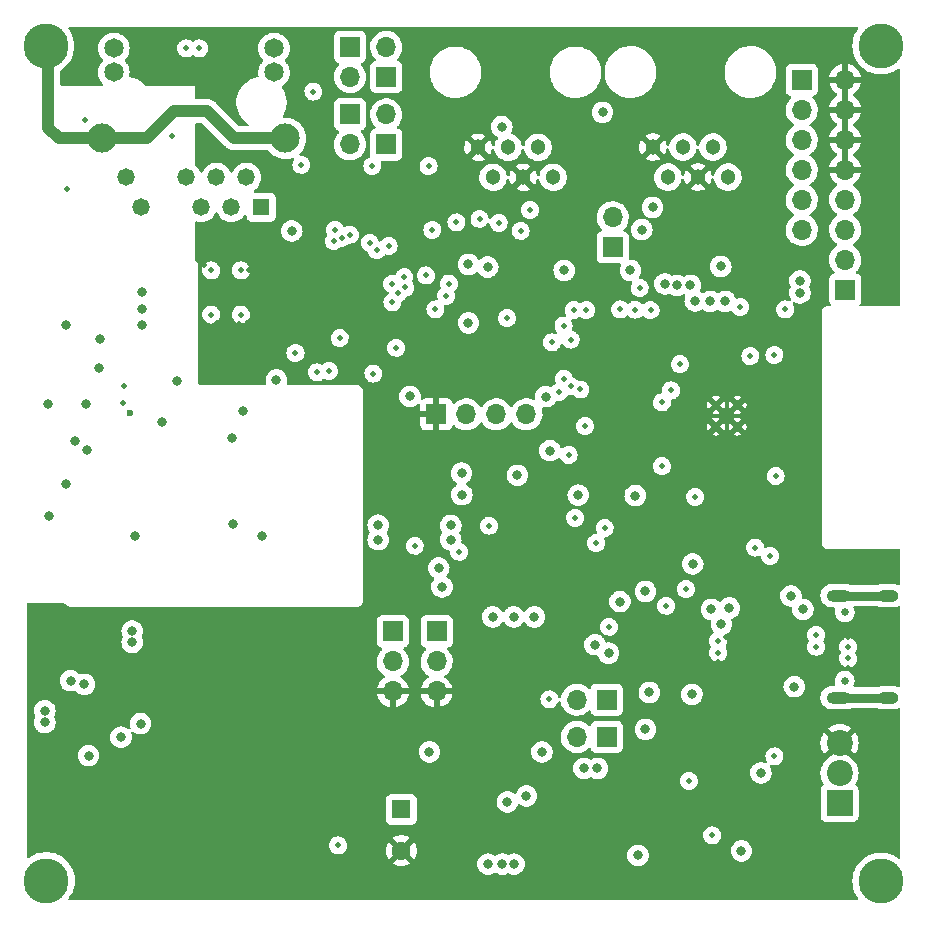
<source format=gbr>
%TF.GenerationSoftware,KiCad,Pcbnew,(6.0.9)*%
%TF.CreationDate,2023-01-10T19:03:16+01:00*%
%TF.ProjectId,P1_shield_board,50315f73-6869-4656-9c64-5f626f617264,V1.0*%
%TF.SameCoordinates,Original*%
%TF.FileFunction,Copper,L3,Inr*%
%TF.FilePolarity,Positive*%
%FSLAX46Y46*%
G04 Gerber Fmt 4.6, Leading zero omitted, Abs format (unit mm)*
G04 Created by KiCad (PCBNEW (6.0.9)) date 2023-01-10 19:03:16*
%MOMM*%
%LPD*%
G01*
G04 APERTURE LIST*
%TA.AperFunction,ComponentPad*%
%ADD10R,2.200000X2.200000*%
%TD*%
%TA.AperFunction,ComponentPad*%
%ADD11C,2.200000*%
%TD*%
%TA.AperFunction,ComponentPad*%
%ADD12R,1.700000X1.700000*%
%TD*%
%TA.AperFunction,ComponentPad*%
%ADD13O,1.700000X1.700000*%
%TD*%
%TA.AperFunction,ComponentPad*%
%ADD14R,1.600000X1.600000*%
%TD*%
%TA.AperFunction,ComponentPad*%
%ADD15C,1.600000*%
%TD*%
%TA.AperFunction,ComponentPad*%
%ADD16C,3.800000*%
%TD*%
%TA.AperFunction,ComponentPad*%
%ADD17C,0.660400*%
%TD*%
%TA.AperFunction,ComponentPad*%
%ADD18O,1.800000X1.000000*%
%TD*%
%TA.AperFunction,ComponentPad*%
%ADD19O,2.100000X1.000000*%
%TD*%
%TA.AperFunction,ComponentPad*%
%ADD20C,0.500000*%
%TD*%
%TA.AperFunction,ComponentPad*%
%ADD21R,1.478000X1.478000*%
%TD*%
%TA.AperFunction,ComponentPad*%
%ADD22C,1.478000*%
%TD*%
%TA.AperFunction,ComponentPad*%
%ADD23C,1.650000*%
%TD*%
%TA.AperFunction,ComponentPad*%
%ADD24C,2.475000*%
%TD*%
%TA.AperFunction,ComponentPad*%
%ADD25C,1.303000*%
%TD*%
%TA.AperFunction,ViaPad*%
%ADD26C,0.500000*%
%TD*%
%TA.AperFunction,ViaPad*%
%ADD27C,0.800000*%
%TD*%
%TA.AperFunction,ViaPad*%
%ADD28C,0.600000*%
%TD*%
%TA.AperFunction,Conductor*%
%ADD29C,1.016000*%
%TD*%
%TA.AperFunction,Conductor*%
%ADD30C,0.752000*%
%TD*%
G04 APERTURE END LIST*
D10*
%TO.N,+5V*%
%TO.C,J10*%
X128778000Y-88849200D03*
D11*
%TO.N,Net-(J10-Pad2)*%
X128778000Y-86309200D03*
%TO.N,GND*%
X128778000Y-83769200D03*
%TD*%
D12*
%TO.N,/USB to Serial/UART_TX*%
%TO.C,JP8*%
X109072600Y-80086200D03*
D13*
%TO.N,/MCU/UART_TX0*%
X106532600Y-80086200D03*
%TD*%
D14*
%TO.N,VDC*%
%TO.C,C38*%
X91668600Y-89380949D03*
D15*
%TO.N,GND*%
X91668600Y-92880949D03*
%TD*%
D12*
%TO.N,/MCU/GPIO12*%
%TO.C,J7*%
X125577600Y-27609800D03*
D13*
%TO.N,/MCU/GPIO17*%
X125577600Y-30149800D03*
%TO.N,/MCU/GPIO5*%
X125577600Y-32689800D03*
%TO.N,/MCU/GPIO33*%
X125577600Y-35229800D03*
%TO.N,/MCU/GPIO32*%
X125577600Y-37769800D03*
%TO.N,/MCU/GPIO35*%
X125577600Y-40309800D03*
%TD*%
D12*
%TO.N,/USB to Serial/UART_RX*%
%TO.C,JP7*%
X109072600Y-83235800D03*
D13*
%TO.N,/MCU/UART_RX0*%
X106532600Y-83235800D03*
%TD*%
D12*
%TO.N,+5V*%
%TO.C,J11*%
X90957400Y-74310000D03*
D13*
%TO.N,/MCU/PLS1*%
X90957400Y-76850000D03*
%TO.N,GND*%
X90957400Y-79390000D03*
%TD*%
D12*
%TO.N,+5V*%
%TO.C,J12*%
X94665800Y-74310000D03*
D13*
%TO.N,/MCU/PLS2*%
X94665800Y-76850000D03*
%TO.N,GND*%
X94665800Y-79390000D03*
%TD*%
D16*
%TO.N,Earth*%
%TO.C,H3*%
X61569600Y-24739600D03*
%TD*%
D17*
%TO.N,N/C*%
%TO.C,J2*%
X129211999Y-78480399D03*
X129211999Y-72700401D03*
D18*
%TO.N,Earth*%
X132892000Y-79910402D03*
X132892000Y-71270398D03*
D19*
X128712000Y-79910402D03*
X128712000Y-71270398D03*
%TD*%
D16*
%TO.N,Earth*%
%TO.C,H1*%
X132283200Y-95453200D03*
%TD*%
D20*
%TO.N,GND*%
%TO.C,U3*%
X118305300Y-55143400D03*
X120142000Y-56972200D03*
X120140300Y-55143400D03*
X118307000Y-56972200D03*
%TD*%
D12*
%TO.N,/P1 Port/P1_2_TX*%
%TO.C,JP3*%
X90398600Y-27360800D03*
D13*
%TO.N,Net-(J3-Pad5)*%
X90398600Y-24820800D03*
%TD*%
D12*
%TO.N,/P1 Port/PWR2*%
%TO.C,JP9*%
X109575600Y-41788000D03*
D13*
%TO.N,/P1 Port/PWR1*%
X109575600Y-39248000D03*
%TD*%
D16*
%TO.N,Earth*%
%TO.C,H2*%
X132283200Y-24739600D03*
%TD*%
D21*
%TO.N,/ETHERNET/RX_P*%
%TO.C,J1*%
X79832200Y-38404800D03*
D22*
%TO.N,/ETHERNET/RX_N*%
X78562200Y-35864800D03*
%TO.N,+3.3VA*%
X77292200Y-38404800D03*
X76022200Y-35864800D03*
%TO.N,/ETHERNET/TX_P*%
X74752200Y-38404800D03*
%TO.N,/ETHERNET/TX_N*%
X73482200Y-35864800D03*
%TO.N,/ETHERNET/POE_POS*%
X69672200Y-38404800D03*
%TO.N,/ETHERNET/POE_NEG*%
X68402200Y-35864800D03*
D23*
%TO.N,/ETHERNET/LED1_ANODE*%
X80897200Y-26974800D03*
%TO.N,/ETHERNET/LED1_CATHODE*%
X80897200Y-24944800D03*
%TO.N,/ETHERNET/LED2_ANODE*%
X67337200Y-26974800D03*
%TO.N,/ETHERNET/LED2_CATHODE*%
X67337200Y-24944800D03*
D24*
%TO.N,Earth*%
X81862200Y-32564800D03*
X66372200Y-32564800D03*
%TD*%
D25*
%TO.N,/P1 Port/PWR2*%
%TO.C,J3*%
X119329200Y-35837000D03*
%TO.N,Net-(J3-Pad2)*%
X118059200Y-33297000D03*
%TO.N,GND*%
X116789200Y-35837000D03*
%TO.N,unconnected-(J3-Pad4)*%
X115519200Y-33297000D03*
%TO.N,Net-(J3-Pad5)*%
X114249200Y-35837000D03*
%TO.N,GND*%
X112979200Y-33297000D03*
%TD*%
D12*
%TO.N,/MCU/UART_RX0*%
%TO.C,JP4*%
X87325200Y-24810800D03*
D13*
%TO.N,Net-(JP4-Pad2)*%
X87325200Y-27350800D03*
%TD*%
D12*
%TO.N,/MCU/UART_TX0*%
%TO.C,JP1*%
X87325200Y-30530800D03*
D13*
%TO.N,Net-(JP1-Pad2)*%
X87325200Y-33070800D03*
%TD*%
D12*
%TO.N,Net-(JP1-Pad2)*%
%TO.C,JP2*%
X90398600Y-33080800D03*
D13*
%TO.N,/MCU/P1_REQUEST*%
X90398600Y-30540800D03*
%TD*%
D25*
%TO.N,/P1 Port/PWR1*%
%TO.C,J4*%
X104521000Y-35862400D03*
%TO.N,Net-(J4-Pad2)*%
X103251000Y-33322400D03*
%TO.N,GND*%
X101981000Y-35862400D03*
%TO.N,unconnected-(J4-Pad4)*%
X100711000Y-33322400D03*
%TO.N,/P1 Port/P1_2_TX*%
X99441000Y-35862400D03*
%TO.N,GND*%
X98171000Y-33322400D03*
%TD*%
D12*
%TO.N,GND*%
%TO.C,J6*%
X94650400Y-55930800D03*
D13*
%TO.N,+3V3*%
X97190400Y-55930800D03*
%TO.N,/MCU/I2C_SCL*%
X99730400Y-55930800D03*
%TO.N,/MCU/I2C_SDA*%
X102270400Y-55930800D03*
%TD*%
D12*
%TO.N,+5V*%
%TO.C,J5*%
X129260600Y-45364400D03*
D13*
X129260600Y-42824400D03*
%TO.N,+3V3*%
X129260600Y-40284400D03*
X129260600Y-37744400D03*
%TO.N,GND*%
X129260600Y-35204400D03*
X129260600Y-32664400D03*
X129260600Y-30124400D03*
X129260600Y-27584400D03*
%TD*%
D16*
%TO.N,Earth*%
%TO.C,H4*%
X61620400Y-95402400D03*
%TD*%
D26*
%TO.N,GND*%
X77901800Y-48285400D03*
X97840800Y-24434800D03*
D27*
X127711200Y-68376800D03*
X100025200Y-41071800D03*
X79832200Y-48310800D03*
D26*
X88265000Y-45313600D03*
D27*
X98374200Y-58470800D03*
X115780572Y-74997408D03*
D26*
X75387200Y-26365200D03*
X72390000Y-26365200D03*
D27*
X126695200Y-69392800D03*
D26*
X63347600Y-36830000D03*
D27*
X108788200Y-36880800D03*
X90754200Y-57556400D03*
D26*
X75006200Y-43256200D03*
X76050000Y-48200000D03*
D27*
X90754200Y-58724800D03*
D26*
X99771200Y-24434800D03*
D27*
X107518200Y-39674800D03*
D26*
X78800000Y-43750000D03*
D27*
X126695200Y-71170800D03*
D26*
X119200000Y-74800000D03*
X129500000Y-77400000D03*
D27*
X89636600Y-57556400D03*
X126695200Y-68376800D03*
X127711200Y-69392800D03*
D26*
X88265000Y-43967400D03*
D27*
X78816200Y-48310800D03*
X114000000Y-75000000D03*
X101625400Y-59156600D03*
X89636600Y-58724800D03*
X81483200Y-46532800D03*
X111429800Y-54711600D03*
X123647200Y-78028800D03*
X101295200Y-64922400D03*
X108788200Y-35356800D03*
X86309200Y-35737800D03*
D26*
X129500000Y-74800000D03*
D27*
X101803200Y-27482800D03*
D26*
X75387200Y-27076400D03*
D27*
X111429800Y-56235600D03*
X114122200Y-29768800D03*
D26*
X118500000Y-76900000D03*
X72390000Y-27025600D03*
D27*
X97104200Y-58470800D03*
X114000000Y-76300000D03*
X126441200Y-80060800D03*
D26*
X76800000Y-44300000D03*
D27*
X116027200Y-26720800D03*
X108788200Y-33578800D03*
D26*
X100584000Y-24434800D03*
D27*
X115700000Y-76300000D03*
D26*
X98856800Y-24434800D03*
%TO.N,+3.3VA*%
X72288400Y-32359600D03*
X82715400Y-50736200D03*
D27*
X82400000Y-40400000D03*
D26*
X83210400Y-34798000D03*
X84226400Y-28600400D03*
X64922400Y-31038800D03*
D27*
%TO.N,+3V3*%
X120472200Y-92887800D03*
X112344200Y-70916800D03*
X119456200Y-72313800D03*
D26*
X96570800Y-67564000D03*
D27*
X124663200Y-71297800D03*
X113995200Y-44881800D03*
X104267000Y-59004200D03*
D26*
X94310200Y-40309800D03*
D27*
X101193600Y-73075800D03*
X108280200Y-85902800D03*
D26*
X96342200Y-39674800D03*
X86055200Y-40309800D03*
D27*
X125425200Y-45643800D03*
X103911400Y-54432200D03*
X99415600Y-73075800D03*
D26*
X86461600Y-49479200D03*
D27*
X112344200Y-82600800D03*
X125425200Y-44627800D03*
X81102200Y-53009800D03*
X107137200Y-85902800D03*
X101498400Y-61087000D03*
X96799400Y-62738000D03*
X117932200Y-72440800D03*
D26*
%TO.N,/ETHERNET/VDDIO*%
X90601800Y-41656000D03*
X89230200Y-34899600D03*
X98298000Y-39370000D03*
X90906600Y-44881800D03*
X93980000Y-34899600D03*
%TO.N,Net-(C17-Pad1)*%
X115785900Y-70726300D03*
D27*
%TO.N,+5V*%
X95123000Y-70535800D03*
X96774000Y-60909200D03*
X94843600Y-68935600D03*
X122123200Y-86283800D03*
D26*
X92811600Y-67056000D03*
D27*
X111709200Y-93268800D03*
D26*
%TO.N,Net-(R75-Pad1)*%
X106019600Y-49606200D03*
X106019600Y-53543200D03*
X91236800Y-50292000D03*
D27*
%TO.N,/POE/VPOS*%
X63246000Y-48361600D03*
X61772800Y-55016400D03*
X69750000Y-45550000D03*
D28*
X68681600Y-55813100D03*
D27*
X72644000Y-53086000D03*
X69748400Y-48361600D03*
X69138800Y-66217800D03*
X69750000Y-47000000D03*
X79883000Y-66217800D03*
%TO.N,/POE/VNEG*%
X66192400Y-49530000D03*
X65000500Y-55016400D03*
%TO.N,/POE/VDD*%
X63296800Y-61823600D03*
D26*
X68173600Y-53492400D03*
D27*
%TO.N,/POE/VT15*%
X78232000Y-55626000D03*
X64008000Y-58166000D03*
%TO.N,VDC*%
X68884800Y-74269600D03*
X101219000Y-94005400D03*
X65201800Y-84836000D03*
X100228400Y-94005400D03*
X68884800Y-75234800D03*
X61493400Y-81026000D03*
X61493400Y-82016600D03*
X99009200Y-94005400D03*
D26*
%TO.N,Net-(C36-Pad2)*%
X86309200Y-92430600D03*
D27*
%TO.N,VCC*%
X118719600Y-43408600D03*
X103581200Y-84505800D03*
X111074200Y-43738800D03*
X105460800Y-43738800D03*
X94056200Y-84505800D03*
X92405200Y-54406800D03*
X97358200Y-48183800D03*
X97358200Y-43230800D03*
D26*
%TO.N,/MCU/ADC_INPUT*%
X123266200Y-84886800D03*
X120370600Y-46837600D03*
D27*
%TO.N,Net-(D4-Pad5)*%
X124942600Y-78994000D03*
X125679200Y-72440800D03*
D26*
%TO.N,/USB to Serial/USB_D-*%
X129500000Y-76600000D03*
X118500000Y-75100000D03*
X126800000Y-75600000D03*
%TO.N,/USB to Serial/USB_D+*%
X126800000Y-74600000D03*
X129500000Y-75600000D03*
X118500000Y-76100000D03*
D27*
%TO.N,VBUS*%
X116350000Y-68600000D03*
X118780000Y-73700000D03*
X100650000Y-88750000D03*
X102265200Y-88234800D03*
%TO.N,/POE/SWO*%
X65024000Y-58928000D03*
X77393800Y-65252600D03*
X77317600Y-57962800D03*
D26*
%TO.N,/MCU/RESET*%
X99110800Y-65354200D03*
X124180600Y-47040800D03*
%TO.N,/MCU/BOOT*%
X108898800Y-65548400D03*
%TO.N,/ETHERNET/LED1*%
X85547200Y-52247800D03*
X74574400Y-24942800D03*
%TO.N,/ETHERNET/LED2*%
X73456800Y-24942800D03*
X84531200Y-52374800D03*
%TO.N,Net-(C55-Pad2)*%
X116027200Y-86969600D03*
D27*
%TO.N,Net-(J3-Pad5)*%
X112039400Y-40284400D03*
X108712000Y-30353000D03*
D26*
%TO.N,/MCU/I2C_SCL*%
X111480600Y-47066200D03*
X100634800Y-47777400D03*
D27*
%TO.N,/MCU/GPIO5*%
X116154200Y-45008800D03*
D26*
X114503200Y-53898800D03*
%TO.N,/MCU/GPIO12*%
X110210600Y-47040800D03*
D27*
%TO.N,/MCU/GPIO32*%
X117830600Y-46355000D03*
%TO.N,/MCU/GPIO33*%
X116560600Y-46329600D03*
%TO.N,/MCU/GPIO35*%
X119100600Y-46355000D03*
%TO.N,Net-(JP1-Pad2)*%
X100177600Y-31572200D03*
%TO.N,/P1 Port/P1_2_TX*%
X98994000Y-43459250D03*
%TO.N,/USB to Serial/RTS*%
X112674400Y-79476600D03*
X108077000Y-75438000D03*
X110185200Y-71780400D03*
%TO.N,/USB to Serial/DTR*%
X116281200Y-79629000D03*
X109220000Y-76149200D03*
D26*
X109245400Y-73914000D03*
D27*
%TO.N,/MCU/PULSE_S1*%
X106654600Y-62763400D03*
X95859600Y-66548000D03*
%TO.N,/MCU/PULSE_S2*%
X111480600Y-62814200D03*
X95859600Y-65328800D03*
D26*
%TO.N,/USB to Serial/SUS_L*%
X114096800Y-72136000D03*
D27*
X102946200Y-73075800D03*
D26*
%TO.N,Net-(R23-Pad2)*%
X117993201Y-91577201D03*
D27*
%TO.N,Net-(R30-Pad1)*%
X71440100Y-56568392D03*
X66090800Y-51968400D03*
D26*
%TO.N,/POE/EROUT*%
X68141905Y-54939900D03*
D27*
X61874400Y-64566800D03*
%TO.N,Net-(R38-Pad2)*%
X69596000Y-82118200D03*
X64846200Y-78790800D03*
%TO.N,Net-(R39-Pad2)*%
X67944098Y-83261200D03*
X63677800Y-78486000D03*
%TO.N,/MCU/PLS1*%
X89712800Y-66548000D03*
%TO.N,/MCU/PLS2*%
X89712800Y-65303400D03*
D26*
%TO.N,/MCU/UART_TX0*%
X104216200Y-80060800D03*
X122910600Y-67919600D03*
%TO.N,/MCU/P1_REQUEST*%
X107238800Y-56921400D03*
X102565200Y-38630950D03*
X106273600Y-47091600D03*
X106832400Y-53822600D03*
X101777800Y-40383550D03*
D27*
%TO.N,Net-(JP4-Pad2)*%
X112953800Y-38404800D03*
D26*
%TO.N,/MCU/UART_RX2*%
X107340400Y-47091600D03*
X99923600Y-39723150D03*
%TO.N,/MCU/UART_RX0*%
X121640600Y-67208400D03*
%TO.N,/ETHERNET/RXER{slash}PHYAD0*%
X91998800Y-45186600D03*
%TO.N,/ETHERNET/CRS_DV{slash}MODE2*%
X91928787Y-44316813D03*
X95707200Y-44856400D03*
%TO.N,/ETHERNET/RXD1{slash}MODE1*%
X90919200Y-46443800D03*
%TO.N,/ETHERNET/RXD0{slash}MODE0*%
X91363800Y-45669200D03*
%TO.N,/MCU/ETH_MDIO*%
X93751400Y-44170600D03*
X105410000Y-48412400D03*
X105435400Y-52908200D03*
X116560600Y-62915800D03*
%TO.N,/MCU/ETH_CRS*%
X111861600Y-45237400D03*
X112776000Y-47117000D03*
%TO.N,Net-(R67-Pad1)*%
X89001600Y-41402000D03*
X105841800Y-59359800D03*
X104419400Y-49834800D03*
X105029000Y-54051200D03*
X108178600Y-66827400D03*
X106400600Y-64693800D03*
%TO.N,/MCU/ETH_RXD0*%
X95474600Y-45893800D03*
%TO.N,/MCU/ETH_RXD1*%
X94564200Y-47040800D03*
%TO.N,/MCU/ETH_MDC*%
X123266200Y-50901600D03*
X89611200Y-42037000D03*
%TO.N,/MCU/ETH_TXEN*%
X121234200Y-51003200D03*
X87325200Y-40716200D03*
%TO.N,/MCU/ETH_TXD0*%
X115265200Y-51689000D03*
X86614000Y-40995600D03*
%TO.N,/MCU/ETH_TXD1*%
X123367800Y-61137800D03*
X85953600Y-41275000D03*
%TO.N,/ETHERNET/RX_P*%
X78092500Y-47480000D03*
%TO.N,/ETHERNET/RX_N*%
X75582500Y-47480000D03*
%TO.N,/ETHERNET/TX_P*%
X78092500Y-43750000D03*
%TO.N,/ETHERNET/TX_N*%
X75582500Y-43750000D03*
D27*
%TO.N,/MCU/GPIO17*%
X115011200Y-45008800D03*
D26*
X113741200Y-54914800D03*
X113741200Y-60325000D03*
%TO.N,Net-(Y1-Pad1)*%
X89306400Y-52476400D03*
%TD*%
D29*
%TO.N,Earth*%
X61798200Y-24942800D02*
X61798200Y-31673800D01*
X72466200Y-30276800D02*
X75260200Y-30276800D01*
D30*
X128712000Y-79910402D02*
X132892000Y-79910402D01*
D29*
X66372200Y-32564800D02*
X66374200Y-32562800D01*
X75260200Y-30276800D02*
X77548200Y-32564800D01*
X62689200Y-32564800D02*
X66372200Y-32564800D01*
X61798200Y-31673800D02*
X62689200Y-32564800D01*
X66374200Y-32562800D02*
X70180200Y-32562800D01*
X70180200Y-32562800D02*
X72466200Y-30276800D01*
X77548200Y-32564800D02*
X81862200Y-32564800D01*
D30*
X128712000Y-71270398D02*
X132892000Y-71270398D01*
%TD*%
%TA.AperFunction,Conductor*%
%TO.N,GND*%
G36*
X130308075Y-23127302D02*
G01*
X130354568Y-23180958D01*
X130364672Y-23251232D01*
X130337038Y-23313616D01*
X130330830Y-23321120D01*
X130241585Y-23461748D01*
X130177614Y-23562550D01*
X130168442Y-23577002D01*
X130127072Y-23664918D01*
X130043234Y-23843085D01*
X130039406Y-23851219D01*
X129945755Y-24139446D01*
X129888967Y-24437138D01*
X129869938Y-24739600D01*
X129888967Y-25042062D01*
X129945755Y-25339754D01*
X129969745Y-25413587D01*
X130011371Y-25541697D01*
X130039406Y-25627981D01*
X130041093Y-25631567D01*
X130041095Y-25631571D01*
X130094064Y-25744136D01*
X130168442Y-25902198D01*
X130330830Y-26158080D01*
X130333349Y-26161125D01*
X130333352Y-26161129D01*
X130370173Y-26205638D01*
X130524008Y-26391592D01*
X130526895Y-26394303D01*
X130713087Y-26569148D01*
X130744929Y-26599050D01*
X130990110Y-26777184D01*
X130993579Y-26779091D01*
X130993582Y-26779093D01*
X131225795Y-26906754D01*
X131255683Y-26923185D01*
X131259352Y-26924638D01*
X131259357Y-26924640D01*
X131415684Y-26986534D01*
X131537461Y-27034749D01*
X131831000Y-27110116D01*
X132131670Y-27148100D01*
X132434730Y-27148100D01*
X132735400Y-27110116D01*
X133028939Y-27034749D01*
X133150716Y-26986534D01*
X133307043Y-26924640D01*
X133307048Y-26924638D01*
X133310717Y-26923185D01*
X133340605Y-26906754D01*
X133572818Y-26779093D01*
X133572821Y-26779091D01*
X133576290Y-26777184D01*
X133724640Y-26669402D01*
X133791507Y-26645543D01*
X133860658Y-26661624D01*
X133910139Y-26712538D01*
X133924700Y-26771338D01*
X133924700Y-46660300D01*
X133904698Y-46728421D01*
X133851042Y-46774914D01*
X133798700Y-46786300D01*
X130567613Y-46786300D01*
X130499492Y-46766298D01*
X130452999Y-46712642D01*
X130442895Y-46642368D01*
X130471711Y-46579272D01*
X130473861Y-46577661D01*
X130561215Y-46461105D01*
X130612345Y-46324716D01*
X130619100Y-46262534D01*
X130619100Y-44466266D01*
X130612345Y-44404084D01*
X130561215Y-44267695D01*
X130473861Y-44151139D01*
X130357305Y-44063785D01*
X130339441Y-44057088D01*
X130238803Y-44019360D01*
X130182039Y-43976718D01*
X130157339Y-43910156D01*
X130172547Y-43840808D01*
X130194093Y-43812127D01*
X130244369Y-43762026D01*
X130298696Y-43707889D01*
X130302602Y-43702454D01*
X130426035Y-43530677D01*
X130429053Y-43526477D01*
X130447907Y-43488330D01*
X130525736Y-43330853D01*
X130525737Y-43330851D01*
X130528030Y-43326211D01*
X130571653Y-43182632D01*
X130591465Y-43117423D01*
X130591465Y-43117421D01*
X130592970Y-43112469D01*
X130622129Y-42890990D01*
X130622576Y-42872691D01*
X130623674Y-42827765D01*
X130623674Y-42827761D01*
X130623756Y-42824400D01*
X130605452Y-42601761D01*
X130551031Y-42385102D01*
X130461954Y-42180240D01*
X130370020Y-42038132D01*
X130343422Y-41997017D01*
X130343420Y-41997014D01*
X130340614Y-41992677D01*
X130190270Y-41827451D01*
X130186219Y-41824252D01*
X130186215Y-41824248D01*
X130019014Y-41692200D01*
X130019010Y-41692198D01*
X130014959Y-41688998D01*
X129973653Y-41666196D01*
X129923684Y-41615764D01*
X129908912Y-41546321D01*
X129934028Y-41479916D01*
X129961380Y-41453309D01*
X130025296Y-41407718D01*
X130140460Y-41325573D01*
X130149455Y-41316610D01*
X130287055Y-41179489D01*
X130298696Y-41167889D01*
X130308270Y-41154566D01*
X130426035Y-40990677D01*
X130429053Y-40986477D01*
X130434459Y-40975540D01*
X130525736Y-40790853D01*
X130525737Y-40790851D01*
X130528030Y-40786211D01*
X130572841Y-40638720D01*
X130591465Y-40577423D01*
X130591465Y-40577421D01*
X130592970Y-40572469D01*
X130622129Y-40350990D01*
X130623099Y-40311282D01*
X130623674Y-40287765D01*
X130623674Y-40287761D01*
X130623756Y-40284400D01*
X130605452Y-40061761D01*
X130551031Y-39845102D01*
X130461954Y-39640240D01*
X130401324Y-39546520D01*
X130343422Y-39457017D01*
X130343420Y-39457014D01*
X130340614Y-39452677D01*
X130190270Y-39287451D01*
X130186219Y-39284252D01*
X130186215Y-39284248D01*
X130019014Y-39152200D01*
X130019010Y-39152198D01*
X130014959Y-39148998D01*
X129973653Y-39126196D01*
X129923684Y-39075764D01*
X129908912Y-39006321D01*
X129934028Y-38939916D01*
X129961380Y-38913309D01*
X130010876Y-38878004D01*
X130140460Y-38785573D01*
X130152635Y-38773441D01*
X130221809Y-38704507D01*
X130298696Y-38627889D01*
X130313908Y-38606720D01*
X130426035Y-38450677D01*
X130429053Y-38446477D01*
X130446407Y-38411365D01*
X130525736Y-38250853D01*
X130525737Y-38250851D01*
X130528030Y-38246211D01*
X130585253Y-38057869D01*
X130591465Y-38037423D01*
X130591465Y-38037421D01*
X130592970Y-38032469D01*
X130622129Y-37810990D01*
X130623098Y-37771337D01*
X130623674Y-37747765D01*
X130623674Y-37747761D01*
X130623756Y-37744400D01*
X130605452Y-37521761D01*
X130551031Y-37305102D01*
X130461954Y-37100240D01*
X130364302Y-36949293D01*
X130343422Y-36917017D01*
X130343420Y-36917014D01*
X130340614Y-36912677D01*
X130190270Y-36747451D01*
X130186219Y-36744252D01*
X130186215Y-36744248D01*
X130019014Y-36612200D01*
X130019010Y-36612198D01*
X130014959Y-36608998D01*
X129973169Y-36585929D01*
X129923198Y-36535497D01*
X129908426Y-36466054D01*
X129933542Y-36399648D01*
X129960894Y-36373041D01*
X130135928Y-36248192D01*
X130143800Y-36241539D01*
X130294652Y-36091212D01*
X130301330Y-36083365D01*
X130425603Y-35910420D01*
X130430913Y-35901583D01*
X130525270Y-35710667D01*
X130529069Y-35701072D01*
X130590977Y-35497310D01*
X130593155Y-35487237D01*
X130594586Y-35476362D01*
X130592375Y-35462178D01*
X130579217Y-35458400D01*
X127943825Y-35458400D01*
X127930294Y-35462373D01*
X127928857Y-35472366D01*
X127959165Y-35606846D01*
X127962245Y-35616675D01*
X128042370Y-35814003D01*
X128047013Y-35823194D01*
X128158294Y-36004788D01*
X128164377Y-36013099D01*
X128303813Y-36174067D01*
X128311180Y-36181283D01*
X128475034Y-36317316D01*
X128483481Y-36323231D01*
X128552569Y-36363603D01*
X128601293Y-36415242D01*
X128614364Y-36485025D01*
X128587633Y-36550796D01*
X128547184Y-36584152D01*
X128534207Y-36590907D01*
X128530074Y-36594010D01*
X128530071Y-36594012D01*
X128429211Y-36669740D01*
X128355565Y-36725035D01*
X128337205Y-36744248D01*
X128229319Y-36857144D01*
X128201229Y-36886538D01*
X128198315Y-36890810D01*
X128198314Y-36890811D01*
X128129285Y-36992004D01*
X128075343Y-37071080D01*
X128050017Y-37125640D01*
X127994409Y-37245439D01*
X127981288Y-37273705D01*
X127921589Y-37488970D01*
X127897851Y-37711095D01*
X127898148Y-37716248D01*
X127898148Y-37716251D01*
X127903611Y-37810990D01*
X127910710Y-37934115D01*
X127911847Y-37939161D01*
X127911848Y-37939167D01*
X127926603Y-38004638D01*
X127959822Y-38152039D01*
X128043866Y-38359016D01*
X128160587Y-38549488D01*
X128306850Y-38718338D01*
X128478726Y-38861032D01*
X128515718Y-38882648D01*
X128552045Y-38903876D01*
X128600769Y-38955514D01*
X128613840Y-39025297D01*
X128587109Y-39091069D01*
X128546655Y-39124427D01*
X128539250Y-39128282D01*
X128534207Y-39130907D01*
X128530074Y-39134010D01*
X128530071Y-39134012D01*
X128368925Y-39255004D01*
X128355565Y-39265035D01*
X128312932Y-39309648D01*
X128238666Y-39387363D01*
X128201229Y-39426538D01*
X128198315Y-39430810D01*
X128198314Y-39430811D01*
X128130765Y-39529834D01*
X128075343Y-39611080D01*
X128036326Y-39695136D01*
X127990584Y-39793679D01*
X127981288Y-39813705D01*
X127921589Y-40028970D01*
X127897851Y-40251095D01*
X127898148Y-40256248D01*
X127898148Y-40256251D01*
X127908527Y-40436255D01*
X127910710Y-40474115D01*
X127911847Y-40479161D01*
X127911848Y-40479167D01*
X127933387Y-40574739D01*
X127959822Y-40692039D01*
X128006363Y-40806657D01*
X128040151Y-40889866D01*
X128043866Y-40899016D01*
X128052396Y-40912936D01*
X128154066Y-41078846D01*
X128160587Y-41089488D01*
X128306850Y-41258338D01*
X128418430Y-41350973D01*
X128467056Y-41391343D01*
X128478726Y-41401032D01*
X128516537Y-41423127D01*
X128552045Y-41443876D01*
X128600769Y-41495514D01*
X128613840Y-41565297D01*
X128587109Y-41631069D01*
X128546655Y-41664427D01*
X128534207Y-41670907D01*
X128530074Y-41674010D01*
X128530071Y-41674012D01*
X128371991Y-41792702D01*
X128355565Y-41805035D01*
X128201229Y-41966538D01*
X128198315Y-41970810D01*
X128198314Y-41970811D01*
X128180438Y-41997017D01*
X128075343Y-42151080D01*
X128059603Y-42184990D01*
X127995866Y-42322300D01*
X127981288Y-42353705D01*
X127921589Y-42568970D01*
X127897851Y-42791095D01*
X127910710Y-43014115D01*
X127911847Y-43019161D01*
X127911848Y-43019167D01*
X127927530Y-43088751D01*
X127959822Y-43232039D01*
X128003357Y-43339254D01*
X128035021Y-43417232D01*
X128043866Y-43439016D01*
X128062682Y-43469721D01*
X128147468Y-43608079D01*
X128160587Y-43629488D01*
X128306850Y-43798338D01*
X128310830Y-43801642D01*
X128315581Y-43805587D01*
X128355216Y-43864490D01*
X128356713Y-43935471D01*
X128319597Y-43995993D01*
X128279325Y-44020512D01*
X128183351Y-44056491D01*
X128163895Y-44063785D01*
X128047339Y-44151139D01*
X127959985Y-44267695D01*
X127908855Y-44404084D01*
X127902100Y-44466266D01*
X127902100Y-46262534D01*
X127908855Y-46324716D01*
X127959985Y-46461105D01*
X128043169Y-46572097D01*
X128047339Y-46577661D01*
X128046536Y-46578263D01*
X128076708Y-46633517D01*
X128071643Y-46704332D01*
X128029096Y-46761168D01*
X127962576Y-46785979D01*
X127953587Y-46786300D01*
X127770623Y-46786300D01*
X127769853Y-46786298D01*
X127769037Y-46786293D01*
X127692279Y-46785824D01*
X127672119Y-46791586D01*
X127663847Y-46793950D01*
X127647085Y-46797528D01*
X127617813Y-46801720D01*
X127609645Y-46805434D01*
X127609644Y-46805434D01*
X127594438Y-46812348D01*
X127576914Y-46818796D01*
X127552229Y-46825851D01*
X127544635Y-46830643D01*
X127544632Y-46830644D01*
X127527220Y-46841630D01*
X127512137Y-46849769D01*
X127485218Y-46862008D01*
X127478416Y-46867869D01*
X127465765Y-46878770D01*
X127450761Y-46889873D01*
X127429042Y-46903576D01*
X127423103Y-46910301D01*
X127423099Y-46910304D01*
X127409468Y-46925738D01*
X127397276Y-46937782D01*
X127381673Y-46951227D01*
X127381671Y-46951230D01*
X127374873Y-46957087D01*
X127369993Y-46964616D01*
X127369992Y-46964617D01*
X127360906Y-46978635D01*
X127349615Y-46993509D01*
X127338691Y-47005879D01*
X127332622Y-47012751D01*
X127322639Y-47034014D01*
X127320058Y-47039511D01*
X127311737Y-47054491D01*
X127300529Y-47071783D01*
X127300527Y-47071788D01*
X127295648Y-47079315D01*
X127293078Y-47087908D01*
X127293076Y-47087913D01*
X127288289Y-47103920D01*
X127281628Y-47121364D01*
X127278716Y-47127567D01*
X127270719Y-47144600D01*
X127269338Y-47153467D01*
X127269338Y-47153468D01*
X127266170Y-47173815D01*
X127262387Y-47190532D01*
X127256485Y-47210266D01*
X127256484Y-47210272D01*
X127253914Y-47218866D01*
X127253859Y-47227837D01*
X127253859Y-47227838D01*
X127253704Y-47253297D01*
X127253671Y-47254089D01*
X127253500Y-47255186D01*
X127253500Y-47286153D01*
X127253498Y-47286923D01*
X127253087Y-47354284D01*
X127253024Y-47364521D01*
X127253408Y-47365865D01*
X127253500Y-47367210D01*
X127253500Y-66793377D01*
X127253498Y-66794147D01*
X127253024Y-66871721D01*
X127256890Y-66885246D01*
X127261150Y-66900153D01*
X127264728Y-66916915D01*
X127268920Y-66946187D01*
X127272634Y-66954355D01*
X127272634Y-66954356D01*
X127279548Y-66969562D01*
X127285996Y-66987086D01*
X127293051Y-67011771D01*
X127297843Y-67019365D01*
X127297844Y-67019368D01*
X127308830Y-67036780D01*
X127316969Y-67051863D01*
X127329208Y-67078782D01*
X127335069Y-67085584D01*
X127345970Y-67098235D01*
X127357073Y-67113239D01*
X127370776Y-67134958D01*
X127377501Y-67140897D01*
X127377504Y-67140901D01*
X127392938Y-67154532D01*
X127404982Y-67166724D01*
X127418427Y-67182327D01*
X127418430Y-67182329D01*
X127424287Y-67189127D01*
X127431816Y-67194007D01*
X127431817Y-67194008D01*
X127445835Y-67203094D01*
X127460709Y-67214385D01*
X127469281Y-67221955D01*
X127479951Y-67231378D01*
X127500117Y-67240846D01*
X127506711Y-67243942D01*
X127521691Y-67252263D01*
X127538983Y-67263471D01*
X127538988Y-67263473D01*
X127546515Y-67268352D01*
X127555108Y-67270922D01*
X127555113Y-67270924D01*
X127571120Y-67275711D01*
X127588564Y-67282372D01*
X127603676Y-67289467D01*
X127603678Y-67289468D01*
X127611800Y-67293281D01*
X127620667Y-67294662D01*
X127620668Y-67294662D01*
X127630310Y-67296163D01*
X127641017Y-67297830D01*
X127657732Y-67301613D01*
X127677466Y-67307515D01*
X127677472Y-67307516D01*
X127686066Y-67310086D01*
X127695037Y-67310141D01*
X127695038Y-67310141D01*
X127705097Y-67310202D01*
X127720506Y-67310296D01*
X127721289Y-67310329D01*
X127722386Y-67310500D01*
X127753377Y-67310500D01*
X127754147Y-67310502D01*
X127827785Y-67310952D01*
X127827786Y-67310952D01*
X127831721Y-67310976D01*
X127833065Y-67310592D01*
X127834410Y-67310500D01*
X133798700Y-67310500D01*
X133866821Y-67330502D01*
X133913314Y-67384158D01*
X133924700Y-67436500D01*
X133924700Y-70254271D01*
X133904698Y-70322392D01*
X133851042Y-70368885D01*
X133780768Y-70378989D01*
X133737999Y-70364685D01*
X133696616Y-70341934D01*
X133696605Y-70341929D01*
X133691213Y-70338965D01*
X133685346Y-70337104D01*
X133685344Y-70337103D01*
X133508564Y-70281025D01*
X133508563Y-70281025D01*
X133502694Y-70279163D01*
X133348773Y-70261898D01*
X132442231Y-70261898D01*
X132439175Y-70262198D01*
X132439168Y-70262198D01*
X132380660Y-70267935D01*
X132295167Y-70276318D01*
X132289266Y-70278100D01*
X132289264Y-70278100D01*
X132215947Y-70300236D01*
X132105831Y-70333482D01*
X132100392Y-70336374D01*
X132034987Y-70371150D01*
X131975834Y-70385898D01*
X129778936Y-70385898D01*
X129718235Y-70370313D01*
X129673777Y-70345872D01*
X129661213Y-70338965D01*
X129655346Y-70337104D01*
X129655344Y-70337103D01*
X129478564Y-70281025D01*
X129478563Y-70281025D01*
X129472694Y-70279163D01*
X129318773Y-70261898D01*
X128112231Y-70261898D01*
X128109175Y-70262198D01*
X128109168Y-70262198D01*
X128050660Y-70267935D01*
X127965167Y-70276318D01*
X127959266Y-70278100D01*
X127959264Y-70278100D01*
X127885947Y-70300236D01*
X127775831Y-70333482D01*
X127601204Y-70426332D01*
X127555481Y-70463623D01*
X127452713Y-70547438D01*
X127452710Y-70547441D01*
X127447938Y-70551333D01*
X127444011Y-70556080D01*
X127444009Y-70556082D01*
X127325799Y-70698973D01*
X127325797Y-70698977D01*
X127321870Y-70703723D01*
X127227802Y-70877697D01*
X127169318Y-71066630D01*
X127168674Y-71072755D01*
X127168674Y-71072756D01*
X127155607Y-71197087D01*
X127148645Y-71263323D01*
X127156153Y-71345822D01*
X127165975Y-71453744D01*
X127166570Y-71460286D01*
X127168308Y-71466192D01*
X127168309Y-71466196D01*
X127199047Y-71570634D01*
X127222410Y-71650017D01*
X127225263Y-71655475D01*
X127225265Y-71655479D01*
X127231735Y-71667854D01*
X127314040Y-71825288D01*
X127437968Y-71979423D01*
X127589474Y-72106552D01*
X127594872Y-72109519D01*
X127594877Y-72109523D01*
X127705765Y-72170483D01*
X127762787Y-72201831D01*
X127768654Y-72203692D01*
X127768656Y-72203693D01*
X127893239Y-72243213D01*
X127951306Y-72261633D01*
X128105227Y-72278898D01*
X128293668Y-72278898D01*
X128361789Y-72298900D01*
X128408282Y-72352556D01*
X128418386Y-72422830D01*
X128413501Y-72443833D01*
X128398250Y-72490773D01*
X128387108Y-72525065D01*
X128368679Y-72700401D01*
X128369369Y-72706966D01*
X128369744Y-72710529D01*
X128387108Y-72875737D01*
X128441588Y-73043410D01*
X128444891Y-73049132D01*
X128444892Y-73049133D01*
X128474859Y-73101037D01*
X128529739Y-73196092D01*
X128534157Y-73200999D01*
X128534158Y-73201000D01*
X128643286Y-73322199D01*
X128647708Y-73327110D01*
X128712535Y-73374210D01*
X128784710Y-73426648D01*
X128790339Y-73430738D01*
X128796368Y-73433422D01*
X128796371Y-73433424D01*
X128945363Y-73499759D01*
X128945366Y-73499760D01*
X128951399Y-73502446D01*
X128967941Y-73505962D01*
X129117391Y-73537729D01*
X129117395Y-73537729D01*
X129123848Y-73539101D01*
X129300150Y-73539101D01*
X129306603Y-73537729D01*
X129306607Y-73537729D01*
X129456057Y-73505962D01*
X129472599Y-73502446D01*
X129478632Y-73499760D01*
X129478635Y-73499759D01*
X129627627Y-73433424D01*
X129627630Y-73433422D01*
X129633659Y-73430738D01*
X129639289Y-73426648D01*
X129711463Y-73374210D01*
X129776290Y-73327110D01*
X129780712Y-73322199D01*
X129889840Y-73201000D01*
X129889841Y-73200999D01*
X129894259Y-73196092D01*
X129949139Y-73101037D01*
X129979106Y-73049133D01*
X129979107Y-73049132D01*
X129982410Y-73043410D01*
X130036890Y-72875737D01*
X130054255Y-72710529D01*
X130054629Y-72706966D01*
X130055319Y-72700401D01*
X130036890Y-72525065D01*
X129982410Y-72357392D01*
X129974620Y-72343899D01*
X129957881Y-72274904D01*
X129981100Y-72207812D01*
X130036907Y-72163924D01*
X130083738Y-72154898D01*
X131975064Y-72154898D01*
X132035765Y-72170483D01*
X132043398Y-72174679D01*
X132092787Y-72201831D01*
X132098654Y-72203692D01*
X132098656Y-72203693D01*
X132223239Y-72243213D01*
X132281306Y-72261633D01*
X132435227Y-72278898D01*
X133341769Y-72278898D01*
X133344825Y-72278598D01*
X133344832Y-72278598D01*
X133403340Y-72272861D01*
X133488833Y-72264478D01*
X133494734Y-72262696D01*
X133494736Y-72262696D01*
X133568053Y-72240560D01*
X133678169Y-72207314D01*
X133739547Y-72174679D01*
X133809084Y-72160360D01*
X133875325Y-72185908D01*
X133917238Y-72243213D01*
X133924700Y-72285931D01*
X133924700Y-78894275D01*
X133904698Y-78962396D01*
X133851042Y-79008889D01*
X133780768Y-79018993D01*
X133737999Y-79004689D01*
X133696616Y-78981938D01*
X133696605Y-78981933D01*
X133691213Y-78978969D01*
X133685346Y-78977108D01*
X133685344Y-78977107D01*
X133508564Y-78921029D01*
X133508563Y-78921029D01*
X133502694Y-78919167D01*
X133348773Y-78901902D01*
X132442231Y-78901902D01*
X132439175Y-78902202D01*
X132439168Y-78902202D01*
X132380660Y-78907939D01*
X132295167Y-78916322D01*
X132289266Y-78918104D01*
X132289264Y-78918104D01*
X132248810Y-78930318D01*
X132105831Y-78973486D01*
X132100392Y-78976378D01*
X132034987Y-79011154D01*
X131975834Y-79025902D01*
X130083738Y-79025902D01*
X130015617Y-79005900D01*
X129969124Y-78952244D01*
X129959020Y-78881970D01*
X129974620Y-78836901D01*
X129979105Y-78829133D01*
X129979106Y-78829130D01*
X129982410Y-78823408D01*
X130030329Y-78675928D01*
X130034850Y-78662014D01*
X130034850Y-78662013D01*
X130036890Y-78655735D01*
X130041646Y-78610491D01*
X130054629Y-78486964D01*
X130055319Y-78480399D01*
X130054629Y-78473834D01*
X130037580Y-78311627D01*
X130037580Y-78311626D01*
X130036890Y-78305063D01*
X130013190Y-78232120D01*
X129984452Y-78143675D01*
X129982410Y-78137390D01*
X129974584Y-78123834D01*
X129897560Y-77990426D01*
X129894259Y-77984708D01*
X129880334Y-77969242D01*
X129780712Y-77858601D01*
X129780711Y-77858600D01*
X129776290Y-77853690D01*
X129633659Y-77750062D01*
X129627630Y-77747378D01*
X129627627Y-77747376D01*
X129478635Y-77681041D01*
X129478632Y-77681040D01*
X129472599Y-77678354D01*
X129436149Y-77670606D01*
X129306607Y-77643071D01*
X129306603Y-77643071D01*
X129300150Y-77641699D01*
X129123848Y-77641699D01*
X129117395Y-77643071D01*
X129117391Y-77643071D01*
X128987849Y-77670606D01*
X128951399Y-77678354D01*
X128945366Y-77681040D01*
X128945363Y-77681041D01*
X128796371Y-77747376D01*
X128796368Y-77747378D01*
X128790339Y-77750062D01*
X128647708Y-77853690D01*
X128643287Y-77858600D01*
X128643286Y-77858601D01*
X128543665Y-77969242D01*
X128529739Y-77984708D01*
X128526438Y-77990426D01*
X128449415Y-78123834D01*
X128441588Y-78137390D01*
X128439546Y-78143675D01*
X128410809Y-78232120D01*
X128387108Y-78305063D01*
X128386418Y-78311626D01*
X128386418Y-78311627D01*
X128369369Y-78473834D01*
X128368679Y-78480399D01*
X128369369Y-78486964D01*
X128382353Y-78610491D01*
X128387108Y-78655735D01*
X128389148Y-78662014D01*
X128389149Y-78662017D01*
X128413501Y-78736967D01*
X128415528Y-78807934D01*
X128378865Y-78868732D01*
X128315153Y-78900057D01*
X128293668Y-78901902D01*
X128112231Y-78901902D01*
X128109175Y-78902202D01*
X128109168Y-78902202D01*
X128050660Y-78907939D01*
X127965167Y-78916322D01*
X127959266Y-78918104D01*
X127959264Y-78918104D01*
X127918810Y-78930318D01*
X127775831Y-78973486D01*
X127601204Y-79066336D01*
X127537263Y-79118485D01*
X127452713Y-79187442D01*
X127452710Y-79187445D01*
X127447938Y-79191337D01*
X127444011Y-79196084D01*
X127444009Y-79196086D01*
X127325799Y-79338977D01*
X127325797Y-79338981D01*
X127321870Y-79343727D01*
X127227802Y-79517701D01*
X127169318Y-79706634D01*
X127168674Y-79712759D01*
X127168674Y-79712760D01*
X127154444Y-79848156D01*
X127148645Y-79903327D01*
X127149204Y-79909467D01*
X127164916Y-80082113D01*
X127166570Y-80100290D01*
X127168308Y-80106196D01*
X127168309Y-80106200D01*
X127182809Y-80155466D01*
X127222410Y-80290021D01*
X127225263Y-80295479D01*
X127225265Y-80295483D01*
X127258820Y-80359667D01*
X127314040Y-80465292D01*
X127437968Y-80619427D01*
X127589474Y-80746556D01*
X127594872Y-80749523D01*
X127594877Y-80749527D01*
X127690978Y-80802358D01*
X127762787Y-80841835D01*
X127768654Y-80843696D01*
X127768656Y-80843697D01*
X127945436Y-80899775D01*
X127951306Y-80901637D01*
X128105227Y-80918902D01*
X129311769Y-80918902D01*
X129314825Y-80918602D01*
X129314832Y-80918602D01*
X129373340Y-80912865D01*
X129458833Y-80904482D01*
X129464734Y-80902700D01*
X129464736Y-80902700D01*
X129538053Y-80880564D01*
X129648169Y-80847318D01*
X129719013Y-80809650D01*
X129778166Y-80794902D01*
X131975064Y-80794902D01*
X132035765Y-80810487D01*
X132092787Y-80841835D01*
X132098654Y-80843696D01*
X132098656Y-80843697D01*
X132275436Y-80899775D01*
X132281306Y-80901637D01*
X132435227Y-80918902D01*
X133341769Y-80918902D01*
X133344825Y-80918602D01*
X133344832Y-80918602D01*
X133403340Y-80912865D01*
X133488833Y-80904482D01*
X133494734Y-80902700D01*
X133494736Y-80902700D01*
X133568053Y-80880564D01*
X133678169Y-80847318D01*
X133739547Y-80814683D01*
X133809084Y-80800364D01*
X133875325Y-80825912D01*
X133917238Y-80883217D01*
X133924700Y-80925935D01*
X133924700Y-93421462D01*
X133904698Y-93489583D01*
X133851042Y-93536076D01*
X133780768Y-93546180D01*
X133724640Y-93523399D01*
X133576290Y-93415616D01*
X133543682Y-93397689D01*
X133314186Y-93271522D01*
X133314185Y-93271521D01*
X133310717Y-93269615D01*
X133307048Y-93268162D01*
X133307043Y-93268160D01*
X133032609Y-93159504D01*
X133032608Y-93159504D01*
X133028939Y-93158051D01*
X132735400Y-93082684D01*
X132434730Y-93044700D01*
X132131670Y-93044700D01*
X131831000Y-93082684D01*
X131537461Y-93158051D01*
X131533792Y-93159504D01*
X131533791Y-93159504D01*
X131259357Y-93268160D01*
X131259352Y-93268162D01*
X131255683Y-93269615D01*
X131252215Y-93271521D01*
X131252214Y-93271522D01*
X131022719Y-93397689D01*
X130990110Y-93415616D01*
X130841642Y-93523484D01*
X130776863Y-93570549D01*
X130744929Y-93593750D01*
X130742043Y-93596461D01*
X130742042Y-93596461D01*
X130689204Y-93646079D01*
X130524008Y-93801208D01*
X130406910Y-93942755D01*
X130349655Y-94011965D01*
X130330830Y-94034720D01*
X130168442Y-94290602D01*
X130166755Y-94294188D01*
X130052673Y-94536626D01*
X130039406Y-94564819D01*
X129945755Y-94853046D01*
X129888967Y-95150738D01*
X129869938Y-95453200D01*
X129888967Y-95755662D01*
X129945755Y-96053354D01*
X130039406Y-96341581D01*
X130168442Y-96615798D01*
X130330830Y-96871680D01*
X130333348Y-96874724D01*
X130333354Y-96874732D01*
X130341008Y-96883983D01*
X130369019Y-96949220D01*
X130357314Y-97019245D01*
X130309609Y-97071825D01*
X130243925Y-97090300D01*
X63617650Y-97090300D01*
X63549529Y-97070298D01*
X63503036Y-97016642D01*
X63492932Y-96946368D01*
X63520565Y-96883985D01*
X63570248Y-96823929D01*
X63570251Y-96823925D01*
X63572770Y-96820880D01*
X63735158Y-96564998D01*
X63838600Y-96345171D01*
X63862505Y-96294371D01*
X63862507Y-96294367D01*
X63864194Y-96290781D01*
X63957845Y-96002554D01*
X64014633Y-95704862D01*
X64033662Y-95402400D01*
X64014633Y-95099938D01*
X63957845Y-94802246D01*
X63873397Y-94542344D01*
X63865420Y-94517792D01*
X63865420Y-94517791D01*
X63864194Y-94514019D01*
X63735158Y-94239802D01*
X63572770Y-93983920D01*
X63568722Y-93979026D01*
X63558782Y-93967011D01*
X90947093Y-93967011D01*
X90956389Y-93979026D01*
X91007594Y-94014880D01*
X91017089Y-94020363D01*
X91214547Y-94112439D01*
X91224839Y-94116185D01*
X91435288Y-94172574D01*
X91446081Y-94174477D01*
X91663125Y-94193466D01*
X91674075Y-94193466D01*
X91891119Y-94174477D01*
X91901912Y-94172574D01*
X92112361Y-94116185D01*
X92122653Y-94112439D01*
X92320111Y-94020363D01*
X92329606Y-94014880D01*
X92343145Y-94005400D01*
X98095696Y-94005400D01*
X98115658Y-94195328D01*
X98174673Y-94376956D01*
X98270160Y-94542344D01*
X98274578Y-94547251D01*
X98274579Y-94547252D01*
X98293794Y-94568592D01*
X98397947Y-94684266D01*
X98552448Y-94796518D01*
X98558476Y-94799202D01*
X98558478Y-94799203D01*
X98688174Y-94856947D01*
X98726912Y-94874194D01*
X98820313Y-94894047D01*
X98907256Y-94912528D01*
X98907261Y-94912528D01*
X98913713Y-94913900D01*
X99104687Y-94913900D01*
X99111139Y-94912528D01*
X99111144Y-94912528D01*
X99198087Y-94894047D01*
X99291488Y-94874194D01*
X99330226Y-94856947D01*
X99459922Y-94799203D01*
X99459924Y-94799202D01*
X99465952Y-94796518D01*
X99471294Y-94792637D01*
X99544739Y-94739276D01*
X99611607Y-94715417D01*
X99680758Y-94731498D01*
X99692861Y-94739276D01*
X99766306Y-94792637D01*
X99771648Y-94796518D01*
X99777676Y-94799202D01*
X99777678Y-94799203D01*
X99907374Y-94856947D01*
X99946112Y-94874194D01*
X100039513Y-94894047D01*
X100126456Y-94912528D01*
X100126461Y-94912528D01*
X100132913Y-94913900D01*
X100323887Y-94913900D01*
X100330339Y-94912528D01*
X100330344Y-94912528D01*
X100417287Y-94894047D01*
X100510688Y-94874194D01*
X100549426Y-94856947D01*
X100672451Y-94802173D01*
X100742818Y-94792739D01*
X100774949Y-94802173D01*
X100897974Y-94856947D01*
X100936712Y-94874194D01*
X101030113Y-94894047D01*
X101117056Y-94912528D01*
X101117061Y-94912528D01*
X101123513Y-94913900D01*
X101314487Y-94913900D01*
X101320939Y-94912528D01*
X101320944Y-94912528D01*
X101407887Y-94894047D01*
X101501288Y-94874194D01*
X101540026Y-94856947D01*
X101669722Y-94799203D01*
X101669724Y-94799202D01*
X101675752Y-94796518D01*
X101830253Y-94684266D01*
X101934406Y-94568592D01*
X101953621Y-94547252D01*
X101953622Y-94547251D01*
X101958040Y-94542344D01*
X102053527Y-94376956D01*
X102112542Y-94195328D01*
X102132504Y-94005400D01*
X102112542Y-93815472D01*
X102053527Y-93633844D01*
X102031277Y-93595305D01*
X101999705Y-93540622D01*
X101958040Y-93468456D01*
X101915727Y-93421462D01*
X101834675Y-93331445D01*
X101834674Y-93331444D01*
X101830253Y-93326534D01*
X101750789Y-93268800D01*
X110795696Y-93268800D01*
X110796386Y-93275365D01*
X110809243Y-93397689D01*
X110815658Y-93458728D01*
X110874673Y-93640356D01*
X110970160Y-93805744D01*
X111097947Y-93947666D01*
X111252448Y-94059918D01*
X111258476Y-94062602D01*
X111258478Y-94062603D01*
X111378826Y-94116185D01*
X111426912Y-94137594D01*
X111520313Y-94157447D01*
X111607256Y-94175928D01*
X111607261Y-94175928D01*
X111613713Y-94177300D01*
X111804687Y-94177300D01*
X111811139Y-94175928D01*
X111811144Y-94175928D01*
X111898087Y-94157447D01*
X111991488Y-94137594D01*
X112039574Y-94116185D01*
X112159922Y-94062603D01*
X112159924Y-94062602D01*
X112165952Y-94059918D01*
X112320453Y-93947666D01*
X112448240Y-93805744D01*
X112543727Y-93640356D01*
X112602742Y-93458728D01*
X112609158Y-93397689D01*
X112622014Y-93275365D01*
X112622704Y-93268800D01*
X112612449Y-93171226D01*
X112603432Y-93085435D01*
X112603432Y-93085433D01*
X112602742Y-93078872D01*
X112543727Y-92897244D01*
X112538275Y-92887800D01*
X119558696Y-92887800D01*
X119559386Y-92894365D01*
X119575187Y-93044700D01*
X119578658Y-93077728D01*
X119637673Y-93259356D01*
X119640976Y-93265078D01*
X119640977Y-93265079D01*
X119643596Y-93269615D01*
X119733160Y-93424744D01*
X119860947Y-93566666D01*
X120015448Y-93678918D01*
X120021476Y-93681602D01*
X120021478Y-93681603D01*
X120169929Y-93747697D01*
X120189912Y-93756594D01*
X120283313Y-93776447D01*
X120370256Y-93794928D01*
X120370261Y-93794928D01*
X120376713Y-93796300D01*
X120567687Y-93796300D01*
X120574139Y-93794928D01*
X120574144Y-93794928D01*
X120661087Y-93776447D01*
X120754488Y-93756594D01*
X120774471Y-93747697D01*
X120922922Y-93681603D01*
X120922924Y-93681602D01*
X120928952Y-93678918D01*
X121083453Y-93566666D01*
X121211240Y-93424744D01*
X121300804Y-93269615D01*
X121303423Y-93265079D01*
X121303424Y-93265078D01*
X121306727Y-93259356D01*
X121365742Y-93077728D01*
X121369214Y-93044700D01*
X121385014Y-92894365D01*
X121385704Y-92887800D01*
X121371935Y-92756791D01*
X121366432Y-92704435D01*
X121366432Y-92704433D01*
X121365742Y-92697872D01*
X121306727Y-92516244D01*
X121211240Y-92350856D01*
X121140531Y-92272325D01*
X121087875Y-92213845D01*
X121087874Y-92213844D01*
X121083453Y-92208934D01*
X120984357Y-92136936D01*
X120934294Y-92100563D01*
X120934293Y-92100562D01*
X120928952Y-92096682D01*
X120922924Y-92093998D01*
X120922922Y-92093997D01*
X120760519Y-92021691D01*
X120760518Y-92021691D01*
X120754488Y-92019006D01*
X120661088Y-91999153D01*
X120574144Y-91980672D01*
X120574139Y-91980672D01*
X120567687Y-91979300D01*
X120376713Y-91979300D01*
X120370261Y-91980672D01*
X120370256Y-91980672D01*
X120283312Y-91999153D01*
X120189912Y-92019006D01*
X120183882Y-92021691D01*
X120183881Y-92021691D01*
X120021478Y-92093997D01*
X120021476Y-92093998D01*
X120015448Y-92096682D01*
X120010107Y-92100562D01*
X120010106Y-92100563D01*
X119960043Y-92136936D01*
X119860947Y-92208934D01*
X119856526Y-92213844D01*
X119856525Y-92213845D01*
X119803870Y-92272325D01*
X119733160Y-92350856D01*
X119637673Y-92516244D01*
X119578658Y-92697872D01*
X119577968Y-92704433D01*
X119577968Y-92704435D01*
X119572465Y-92756791D01*
X119558696Y-92887800D01*
X112538275Y-92887800D01*
X112451541Y-92737574D01*
X112448240Y-92731856D01*
X112341623Y-92613445D01*
X112324875Y-92594845D01*
X112324874Y-92594844D01*
X112320453Y-92589934D01*
X112165952Y-92477682D01*
X112159924Y-92474998D01*
X112159922Y-92474997D01*
X111997519Y-92402691D01*
X111997518Y-92402691D01*
X111991488Y-92400006D01*
X111898087Y-92380153D01*
X111811144Y-92361672D01*
X111811139Y-92361672D01*
X111804687Y-92360300D01*
X111613713Y-92360300D01*
X111607261Y-92361672D01*
X111607256Y-92361672D01*
X111520313Y-92380153D01*
X111426912Y-92400006D01*
X111420882Y-92402691D01*
X111420881Y-92402691D01*
X111258478Y-92474997D01*
X111258476Y-92474998D01*
X111252448Y-92477682D01*
X111097947Y-92589934D01*
X111093526Y-92594844D01*
X111093525Y-92594845D01*
X111076778Y-92613445D01*
X110970160Y-92731856D01*
X110966859Y-92737574D01*
X110880126Y-92887800D01*
X110874673Y-92897244D01*
X110815658Y-93078872D01*
X110814968Y-93085433D01*
X110814968Y-93085435D01*
X110805951Y-93171226D01*
X110795696Y-93268800D01*
X101750789Y-93268800D01*
X101675752Y-93214282D01*
X101669724Y-93211598D01*
X101669722Y-93211597D01*
X101507319Y-93139291D01*
X101507318Y-93139291D01*
X101501288Y-93136606D01*
X101407888Y-93116753D01*
X101320944Y-93098272D01*
X101320939Y-93098272D01*
X101314487Y-93096900D01*
X101123513Y-93096900D01*
X101117061Y-93098272D01*
X101117056Y-93098272D01*
X101030112Y-93116753D01*
X100936712Y-93136606D01*
X100930682Y-93139291D01*
X100930681Y-93139291D01*
X100774949Y-93208627D01*
X100704582Y-93218061D01*
X100672451Y-93208627D01*
X100516719Y-93139291D01*
X100516718Y-93139291D01*
X100510688Y-93136606D01*
X100417288Y-93116753D01*
X100330344Y-93098272D01*
X100330339Y-93098272D01*
X100323887Y-93096900D01*
X100132913Y-93096900D01*
X100126461Y-93098272D01*
X100126456Y-93098272D01*
X100039512Y-93116753D01*
X99946112Y-93136606D01*
X99940082Y-93139291D01*
X99940081Y-93139291D01*
X99777678Y-93211597D01*
X99777676Y-93211598D01*
X99771648Y-93214282D01*
X99766307Y-93218162D01*
X99766306Y-93218163D01*
X99692861Y-93271524D01*
X99625993Y-93295383D01*
X99556842Y-93279302D01*
X99544739Y-93271524D01*
X99471294Y-93218163D01*
X99471293Y-93218162D01*
X99465952Y-93214282D01*
X99459924Y-93211598D01*
X99459922Y-93211597D01*
X99297519Y-93139291D01*
X99297518Y-93139291D01*
X99291488Y-93136606D01*
X99198088Y-93116753D01*
X99111144Y-93098272D01*
X99111139Y-93098272D01*
X99104687Y-93096900D01*
X98913713Y-93096900D01*
X98907261Y-93098272D01*
X98907256Y-93098272D01*
X98820312Y-93116753D01*
X98726912Y-93136606D01*
X98720882Y-93139291D01*
X98720881Y-93139291D01*
X98558478Y-93211597D01*
X98558476Y-93211598D01*
X98552448Y-93214282D01*
X98397947Y-93326534D01*
X98393526Y-93331444D01*
X98393525Y-93331445D01*
X98312474Y-93421462D01*
X98270160Y-93468456D01*
X98228495Y-93540622D01*
X98196924Y-93595305D01*
X98174673Y-93633844D01*
X98115658Y-93815472D01*
X98095696Y-94005400D01*
X92343145Y-94005400D01*
X92381648Y-93978440D01*
X92390024Y-93967961D01*
X92382956Y-93954515D01*
X91681412Y-93252971D01*
X91667468Y-93245357D01*
X91665635Y-93245488D01*
X91659020Y-93249739D01*
X90953523Y-93955236D01*
X90947093Y-93967011D01*
X63558782Y-93967011D01*
X63438847Y-93822035D01*
X63379592Y-93750408D01*
X63158671Y-93542950D01*
X62913490Y-93364816D01*
X62841672Y-93325333D01*
X62651386Y-93220722D01*
X62651385Y-93220721D01*
X62647917Y-93218815D01*
X62644248Y-93217362D01*
X62644243Y-93217360D01*
X62369809Y-93108704D01*
X62369808Y-93108704D01*
X62366139Y-93107251D01*
X62072600Y-93031884D01*
X61771930Y-92993900D01*
X61468870Y-92993900D01*
X61168200Y-93031884D01*
X60874661Y-93107251D01*
X60870992Y-93108704D01*
X60870991Y-93108704D01*
X60596557Y-93217360D01*
X60596552Y-93217362D01*
X60592883Y-93218815D01*
X60589415Y-93220721D01*
X60589414Y-93220722D01*
X60399129Y-93325333D01*
X60327310Y-93364816D01*
X60155583Y-93489583D01*
X60141761Y-93499625D01*
X60074893Y-93523484D01*
X60005742Y-93507403D01*
X59956261Y-93456489D01*
X59941700Y-93397689D01*
X59941700Y-92419943D01*
X85545975Y-92419943D01*
X85562581Y-92589299D01*
X85616294Y-92750767D01*
X85619941Y-92756789D01*
X85619942Y-92756791D01*
X85696931Y-92883914D01*
X85704446Y-92896323D01*
X85822655Y-93018732D01*
X85844259Y-93032869D01*
X85914559Y-93078872D01*
X85965046Y-93111910D01*
X85971650Y-93114366D01*
X85971652Y-93114367D01*
X86008044Y-93127901D01*
X86124541Y-93171226D01*
X86293215Y-93193732D01*
X86300226Y-93193094D01*
X86300230Y-93193094D01*
X86455662Y-93178948D01*
X86462683Y-93178309D01*
X86469385Y-93176131D01*
X86469387Y-93176131D01*
X86617823Y-93127901D01*
X86617826Y-93127900D01*
X86624522Y-93125724D01*
X86770690Y-93038590D01*
X86775784Y-93033739D01*
X86775788Y-93033736D01*
X86843033Y-92969699D01*
X86893921Y-92921239D01*
X86912178Y-92893761D01*
X86917053Y-92886424D01*
X90356083Y-92886424D01*
X90375072Y-93103468D01*
X90376975Y-93114261D01*
X90433364Y-93324710D01*
X90437110Y-93335002D01*
X90529186Y-93532460D01*
X90534669Y-93541955D01*
X90571109Y-93593997D01*
X90581588Y-93602373D01*
X90595034Y-93595305D01*
X91296578Y-92893761D01*
X91302956Y-92882081D01*
X92033008Y-92882081D01*
X92033139Y-92883914D01*
X92037390Y-92890529D01*
X92742887Y-93596026D01*
X92754662Y-93602456D01*
X92766677Y-93593160D01*
X92802531Y-93541955D01*
X92808014Y-93532460D01*
X92900090Y-93335002D01*
X92903836Y-93324710D01*
X92960225Y-93114261D01*
X92962128Y-93103468D01*
X92981117Y-92886424D01*
X92981117Y-92875474D01*
X92962128Y-92658430D01*
X92960225Y-92647637D01*
X92903836Y-92437188D01*
X92900090Y-92426896D01*
X92808014Y-92229438D01*
X92802531Y-92219943D01*
X92766091Y-92167901D01*
X92755612Y-92159525D01*
X92742166Y-92166593D01*
X92040622Y-92868137D01*
X92033008Y-92882081D01*
X91302956Y-92882081D01*
X91304192Y-92879817D01*
X91304061Y-92877984D01*
X91299810Y-92871369D01*
X90594313Y-92165872D01*
X90582538Y-92159442D01*
X90570523Y-92168738D01*
X90534669Y-92219943D01*
X90529186Y-92229438D01*
X90437110Y-92426896D01*
X90433364Y-92437188D01*
X90376975Y-92647637D01*
X90375072Y-92658430D01*
X90356083Y-92875474D01*
X90356083Y-92886424D01*
X86917053Y-92886424D01*
X86984190Y-92785373D01*
X86988091Y-92779502D01*
X87048519Y-92620425D01*
X87072201Y-92451913D01*
X87072499Y-92430600D01*
X87053531Y-92261492D01*
X87051150Y-92254653D01*
X86999886Y-92107446D01*
X86997568Y-92100789D01*
X86991583Y-92091210D01*
X86948141Y-92021691D01*
X86907392Y-91956479D01*
X86870686Y-91919515D01*
X86792448Y-91840729D01*
X86787486Y-91835732D01*
X86771239Y-91825421D01*
X86721628Y-91793937D01*
X90947176Y-91793937D01*
X90954244Y-91807383D01*
X91655788Y-92508927D01*
X91669732Y-92516541D01*
X91671565Y-92516410D01*
X91678180Y-92512159D01*
X92383677Y-91806662D01*
X92390107Y-91794887D01*
X92380811Y-91782872D01*
X92329606Y-91747018D01*
X92320111Y-91741535D01*
X92122653Y-91649459D01*
X92112361Y-91645713D01*
X91901912Y-91589324D01*
X91891119Y-91587421D01*
X91674075Y-91568432D01*
X91663125Y-91568432D01*
X91446081Y-91587421D01*
X91435288Y-91589324D01*
X91224839Y-91645713D01*
X91214547Y-91649459D01*
X91017089Y-91741535D01*
X91007594Y-91747018D01*
X90955552Y-91783458D01*
X90947176Y-91793937D01*
X86721628Y-91793937D01*
X86643808Y-91744551D01*
X86483500Y-91687468D01*
X86314529Y-91667320D01*
X86307526Y-91668056D01*
X86307525Y-91668056D01*
X86152301Y-91684370D01*
X86152297Y-91684371D01*
X86145293Y-91685107D01*
X86138622Y-91687378D01*
X85990873Y-91737675D01*
X85990870Y-91737676D01*
X85984203Y-91739946D01*
X85978205Y-91743636D01*
X85978203Y-91743637D01*
X85845265Y-91825421D01*
X85845263Y-91825423D01*
X85839266Y-91829112D01*
X85717686Y-91948173D01*
X85713875Y-91954087D01*
X85713873Y-91954089D01*
X85629321Y-92085287D01*
X85625504Y-92091210D01*
X85598329Y-92165872D01*
X85580869Y-92213845D01*
X85567303Y-92251116D01*
X85545975Y-92419943D01*
X59941700Y-92419943D01*
X59941700Y-91566544D01*
X117229976Y-91566544D01*
X117246582Y-91735900D01*
X117300295Y-91897368D01*
X117303942Y-91903390D01*
X117303943Y-91903392D01*
X117375588Y-92021691D01*
X117388447Y-92042924D01*
X117506656Y-92165333D01*
X117649047Y-92258511D01*
X117655651Y-92260967D01*
X117655653Y-92260968D01*
X117692045Y-92274502D01*
X117808542Y-92317827D01*
X117977216Y-92340333D01*
X117984227Y-92339695D01*
X117984231Y-92339695D01*
X118139663Y-92325549D01*
X118146684Y-92324910D01*
X118153386Y-92322732D01*
X118153388Y-92322732D01*
X118301824Y-92274502D01*
X118301827Y-92274501D01*
X118308523Y-92272325D01*
X118454691Y-92185191D01*
X118459785Y-92180340D01*
X118459789Y-92180337D01*
X118553381Y-92091210D01*
X118577922Y-92067840D01*
X118672092Y-91926103D01*
X118732520Y-91767026D01*
X118756202Y-91598514D01*
X118756319Y-91590165D01*
X118756445Y-91581162D01*
X118756445Y-91581156D01*
X118756500Y-91577201D01*
X118737532Y-91408093D01*
X118681569Y-91247390D01*
X118675584Y-91237811D01*
X118653621Y-91202665D01*
X118591393Y-91103080D01*
X118471487Y-90982333D01*
X118455240Y-90972022D01*
X118416607Y-90947505D01*
X118327809Y-90891152D01*
X118167501Y-90834069D01*
X117998530Y-90813921D01*
X117991527Y-90814657D01*
X117991526Y-90814657D01*
X117836302Y-90830971D01*
X117836298Y-90830972D01*
X117829294Y-90831708D01*
X117822623Y-90833979D01*
X117674874Y-90884276D01*
X117674871Y-90884277D01*
X117668204Y-90886547D01*
X117662206Y-90890237D01*
X117662204Y-90890238D01*
X117529266Y-90972022D01*
X117529264Y-90972024D01*
X117523267Y-90975713D01*
X117401687Y-91094774D01*
X117309505Y-91237811D01*
X117251304Y-91397717D01*
X117229976Y-91566544D01*
X59941700Y-91566544D01*
X59941700Y-90229083D01*
X90360100Y-90229083D01*
X90366855Y-90291265D01*
X90417985Y-90427654D01*
X90505339Y-90544210D01*
X90621895Y-90631564D01*
X90758284Y-90682694D01*
X90820466Y-90689449D01*
X92516734Y-90689449D01*
X92578916Y-90682694D01*
X92715305Y-90631564D01*
X92831861Y-90544210D01*
X92919215Y-90427654D01*
X92970345Y-90291265D01*
X92977100Y-90229083D01*
X92977100Y-88750000D01*
X99736496Y-88750000D01*
X99737186Y-88756565D01*
X99753182Y-88908755D01*
X99756458Y-88939928D01*
X99815473Y-89121556D01*
X99910960Y-89286944D01*
X100038747Y-89428866D01*
X100193248Y-89541118D01*
X100199276Y-89543802D01*
X100199278Y-89543803D01*
X100361681Y-89616109D01*
X100367712Y-89618794D01*
X100461113Y-89638647D01*
X100548056Y-89657128D01*
X100548061Y-89657128D01*
X100554513Y-89658500D01*
X100745487Y-89658500D01*
X100751939Y-89657128D01*
X100751944Y-89657128D01*
X100838887Y-89638647D01*
X100932288Y-89618794D01*
X100938319Y-89616109D01*
X101100722Y-89543803D01*
X101100724Y-89543802D01*
X101106752Y-89541118D01*
X101261253Y-89428866D01*
X101389040Y-89286944D01*
X101484527Y-89121556D01*
X101517940Y-89018722D01*
X101558014Y-88960117D01*
X101623411Y-88932480D01*
X101693367Y-88944587D01*
X101711825Y-88955717D01*
X101808448Y-89025918D01*
X101814476Y-89028602D01*
X101814478Y-89028603D01*
X101976881Y-89100909D01*
X101982912Y-89103594D01*
X102067416Y-89121556D01*
X102163256Y-89141928D01*
X102163261Y-89141928D01*
X102169713Y-89143300D01*
X102360687Y-89143300D01*
X102367139Y-89141928D01*
X102367144Y-89141928D01*
X102462984Y-89121556D01*
X102547488Y-89103594D01*
X102553519Y-89100909D01*
X102715922Y-89028603D01*
X102715924Y-89028602D01*
X102721952Y-89025918D01*
X102731857Y-89018722D01*
X102818567Y-88955723D01*
X102876453Y-88913666D01*
X103004240Y-88771744D01*
X103099727Y-88606356D01*
X103158742Y-88424728D01*
X103167369Y-88342652D01*
X103178014Y-88241365D01*
X103178704Y-88234800D01*
X103172754Y-88178189D01*
X103159432Y-88051435D01*
X103159432Y-88051433D01*
X103158742Y-88044872D01*
X103099727Y-87863244D01*
X103004240Y-87697856D01*
X102951142Y-87638884D01*
X102880875Y-87560845D01*
X102880874Y-87560844D01*
X102876453Y-87555934D01*
X102777357Y-87483936D01*
X102727294Y-87447563D01*
X102727293Y-87447562D01*
X102721952Y-87443682D01*
X102715924Y-87440998D01*
X102715922Y-87440997D01*
X102553519Y-87368691D01*
X102553518Y-87368691D01*
X102547488Y-87366006D01*
X102454087Y-87346153D01*
X102367144Y-87327672D01*
X102367139Y-87327672D01*
X102360687Y-87326300D01*
X102169713Y-87326300D01*
X102163261Y-87327672D01*
X102163256Y-87327672D01*
X102076313Y-87346153D01*
X101982912Y-87366006D01*
X101976882Y-87368691D01*
X101976881Y-87368691D01*
X101814478Y-87440997D01*
X101814476Y-87440998D01*
X101808448Y-87443682D01*
X101803107Y-87447562D01*
X101803106Y-87447563D01*
X101753043Y-87483936D01*
X101653947Y-87555934D01*
X101649526Y-87560844D01*
X101649525Y-87560845D01*
X101579259Y-87638884D01*
X101526160Y-87697856D01*
X101430673Y-87863244D01*
X101399598Y-87958882D01*
X101397260Y-87966078D01*
X101357186Y-88024683D01*
X101291789Y-88052320D01*
X101221833Y-88040213D01*
X101203375Y-88029083D01*
X101106752Y-87958882D01*
X101100724Y-87956198D01*
X101100722Y-87956197D01*
X100938319Y-87883891D01*
X100938318Y-87883891D01*
X100932288Y-87881206D01*
X100838888Y-87861353D01*
X100751944Y-87842872D01*
X100751939Y-87842872D01*
X100745487Y-87841500D01*
X100554513Y-87841500D01*
X100548061Y-87842872D01*
X100548056Y-87842872D01*
X100461112Y-87861353D01*
X100367712Y-87881206D01*
X100361682Y-87883891D01*
X100361681Y-87883891D01*
X100199278Y-87956197D01*
X100199276Y-87956198D01*
X100193248Y-87958882D01*
X100187907Y-87962762D01*
X100187906Y-87962763D01*
X100137843Y-87999136D01*
X100038747Y-88071134D01*
X100034326Y-88076044D01*
X100034325Y-88076045D01*
X99980594Y-88135720D01*
X99910960Y-88213056D01*
X99898406Y-88234800D01*
X99836138Y-88342652D01*
X99815473Y-88378444D01*
X99756458Y-88560072D01*
X99736496Y-88750000D01*
X92977100Y-88750000D01*
X92977100Y-88532815D01*
X92970345Y-88470633D01*
X92919215Y-88334244D01*
X92831861Y-88217688D01*
X92715305Y-88130334D01*
X92578916Y-88079204D01*
X92516734Y-88072449D01*
X90820466Y-88072449D01*
X90758284Y-88079204D01*
X90621895Y-88130334D01*
X90505339Y-88217688D01*
X90417985Y-88334244D01*
X90366855Y-88470633D01*
X90360100Y-88532815D01*
X90360100Y-90229083D01*
X59941700Y-90229083D01*
X59941700Y-86958943D01*
X115263975Y-86958943D01*
X115280581Y-87128299D01*
X115334294Y-87289767D01*
X115337941Y-87295789D01*
X115337942Y-87295791D01*
X115351697Y-87318502D01*
X115422446Y-87435323D01*
X115540655Y-87557732D01*
X115546551Y-87561590D01*
X115676674Y-87646740D01*
X115683046Y-87650910D01*
X115689650Y-87653366D01*
X115689652Y-87653367D01*
X115726044Y-87666901D01*
X115842541Y-87710226D01*
X116011215Y-87732732D01*
X116018226Y-87732094D01*
X116018230Y-87732094D01*
X116173662Y-87717948D01*
X116180683Y-87717309D01*
X116187385Y-87715131D01*
X116187387Y-87715131D01*
X116335823Y-87666901D01*
X116335826Y-87666900D01*
X116342522Y-87664724D01*
X116488690Y-87577590D01*
X116493784Y-87572739D01*
X116493788Y-87572736D01*
X116575094Y-87495309D01*
X116611921Y-87460239D01*
X116622922Y-87443682D01*
X116702190Y-87324373D01*
X116706091Y-87318502D01*
X116766519Y-87159425D01*
X116790201Y-86990913D01*
X116790499Y-86969600D01*
X116771531Y-86800492D01*
X116761946Y-86772966D01*
X116733066Y-86690037D01*
X116715568Y-86639789D01*
X116709583Y-86630210D01*
X116679248Y-86581666D01*
X116625392Y-86495479D01*
X116603793Y-86473728D01*
X116510448Y-86379729D01*
X116505486Y-86374732D01*
X116489239Y-86364421D01*
X116450606Y-86339904D01*
X116362200Y-86283800D01*
X121209696Y-86283800D01*
X121210386Y-86290365D01*
X121218170Y-86364421D01*
X121229658Y-86473728D01*
X121288673Y-86655356D01*
X121384160Y-86820744D01*
X121511947Y-86962666D01*
X121666448Y-87074918D01*
X121672476Y-87077602D01*
X121672478Y-87077603D01*
X121786344Y-87128299D01*
X121840912Y-87152594D01*
X121934312Y-87172447D01*
X122021256Y-87190928D01*
X122021261Y-87190928D01*
X122027713Y-87192300D01*
X122218687Y-87192300D01*
X122225139Y-87190928D01*
X122225144Y-87190928D01*
X122312088Y-87172447D01*
X122405488Y-87152594D01*
X122460056Y-87128299D01*
X122573922Y-87077603D01*
X122573924Y-87077602D01*
X122579952Y-87074918D01*
X122734453Y-86962666D01*
X122862240Y-86820744D01*
X122957727Y-86655356D01*
X123016742Y-86473728D01*
X123028231Y-86364421D01*
X123034035Y-86309200D01*
X127164526Y-86309200D01*
X127184391Y-86561603D01*
X127185545Y-86566410D01*
X127185546Y-86566416D01*
X127208273Y-86661079D01*
X127243495Y-86807791D01*
X127245388Y-86812362D01*
X127245389Y-86812364D01*
X127319347Y-86990913D01*
X127340384Y-87041702D01*
X127342970Y-87045922D01*
X127416913Y-87166586D01*
X127435451Y-87235120D01*
X127413995Y-87302796D01*
X127385047Y-87333246D01*
X127314739Y-87385939D01*
X127227385Y-87502495D01*
X127176255Y-87638884D01*
X127169500Y-87701066D01*
X127169500Y-89997334D01*
X127176255Y-90059516D01*
X127227385Y-90195905D01*
X127314739Y-90312461D01*
X127431295Y-90399815D01*
X127567684Y-90450945D01*
X127629866Y-90457700D01*
X129926134Y-90457700D01*
X129988316Y-90450945D01*
X130124705Y-90399815D01*
X130241261Y-90312461D01*
X130328615Y-90195905D01*
X130379745Y-90059516D01*
X130386500Y-89997334D01*
X130386500Y-87701066D01*
X130379745Y-87638884D01*
X130328615Y-87502495D01*
X130241261Y-87385939D01*
X130170954Y-87333246D01*
X130128440Y-87276387D01*
X130123415Y-87205569D01*
X130139087Y-87166586D01*
X130213030Y-87045922D01*
X130215616Y-87041702D01*
X130236654Y-86990913D01*
X130310611Y-86812364D01*
X130310612Y-86812362D01*
X130312505Y-86807791D01*
X130347727Y-86661079D01*
X130370454Y-86566416D01*
X130370455Y-86566410D01*
X130371609Y-86561603D01*
X130391474Y-86309200D01*
X130371609Y-86056797D01*
X130312505Y-85810609D01*
X130285122Y-85744500D01*
X130217511Y-85581272D01*
X130217509Y-85581268D01*
X130215616Y-85576698D01*
X130083328Y-85360824D01*
X129918898Y-85168302D01*
X129726376Y-85003872D01*
X129550776Y-84896264D01*
X129527516Y-84877926D01*
X128790812Y-84141222D01*
X128776868Y-84133608D01*
X128775035Y-84133739D01*
X128768420Y-84137990D01*
X128028484Y-84877926D01*
X128005224Y-84896264D01*
X127829624Y-85003872D01*
X127637102Y-85168302D01*
X127472672Y-85360824D01*
X127340384Y-85576698D01*
X127338491Y-85581268D01*
X127338489Y-85581272D01*
X127270878Y-85744500D01*
X127243495Y-85810609D01*
X127184391Y-86056797D01*
X127164526Y-86309200D01*
X123034035Y-86309200D01*
X123036014Y-86290365D01*
X123036704Y-86283800D01*
X123016742Y-86093872D01*
X122957727Y-85912244D01*
X122952275Y-85902800D01*
X122889461Y-85794004D01*
X122872723Y-85725009D01*
X122895943Y-85657917D01*
X122951750Y-85614030D01*
X123022426Y-85607281D01*
X123042495Y-85612905D01*
X123081541Y-85627426D01*
X123250215Y-85649932D01*
X123257226Y-85649294D01*
X123257230Y-85649294D01*
X123412662Y-85635148D01*
X123419683Y-85634509D01*
X123426385Y-85632331D01*
X123426387Y-85632331D01*
X123574823Y-85584101D01*
X123574826Y-85584100D01*
X123581522Y-85581924D01*
X123727690Y-85494790D01*
X123732784Y-85489939D01*
X123732788Y-85489936D01*
X123813654Y-85412928D01*
X123850921Y-85377439D01*
X123864458Y-85357065D01*
X123941190Y-85241573D01*
X123945091Y-85235702D01*
X124005519Y-85076625D01*
X124029201Y-84908113D01*
X124029499Y-84886800D01*
X124010531Y-84717692D01*
X124005775Y-84704033D01*
X123968628Y-84597364D01*
X123954568Y-84556989D01*
X123948583Y-84547410D01*
X123897172Y-84465138D01*
X123864392Y-84412679D01*
X123744486Y-84291932D01*
X123728239Y-84281621D01*
X123614969Y-84209738D01*
X123600808Y-84200751D01*
X123440500Y-84143668D01*
X123271529Y-84123520D01*
X123264526Y-84124256D01*
X123264525Y-84124256D01*
X123109301Y-84140570D01*
X123109297Y-84140571D01*
X123102293Y-84141307D01*
X123095622Y-84143578D01*
X122947873Y-84193875D01*
X122947870Y-84193876D01*
X122941203Y-84196146D01*
X122935205Y-84199836D01*
X122935203Y-84199837D01*
X122802265Y-84281621D01*
X122802263Y-84281623D01*
X122796266Y-84285312D01*
X122674686Y-84404373D01*
X122670875Y-84410287D01*
X122670873Y-84410289D01*
X122586321Y-84541487D01*
X122582504Y-84547410D01*
X122524303Y-84707316D01*
X122502975Y-84876143D01*
X122519581Y-85045499D01*
X122573294Y-85206967D01*
X122576941Y-85212990D01*
X122576943Y-85212993D01*
X122599472Y-85250192D01*
X122617652Y-85318821D01*
X122595842Y-85386385D01*
X122540967Y-85431432D01*
X122470448Y-85439659D01*
X122440449Y-85430571D01*
X122411523Y-85417692D01*
X122411515Y-85417689D01*
X122405488Y-85415006D01*
X122312088Y-85395153D01*
X122225144Y-85376672D01*
X122225139Y-85376672D01*
X122218687Y-85375300D01*
X122027713Y-85375300D01*
X122021261Y-85376672D01*
X122021256Y-85376672D01*
X121934312Y-85395153D01*
X121840912Y-85415006D01*
X121834882Y-85417691D01*
X121834881Y-85417691D01*
X121672478Y-85489997D01*
X121672476Y-85489998D01*
X121666448Y-85492682D01*
X121511947Y-85604934D01*
X121507526Y-85609844D01*
X121507525Y-85609845D01*
X121485318Y-85634509D01*
X121384160Y-85746856D01*
X121380859Y-85752574D01*
X121294126Y-85902800D01*
X121288673Y-85912244D01*
X121229658Y-86093872D01*
X121209696Y-86283800D01*
X116362200Y-86283800D01*
X116361808Y-86283551D01*
X116201500Y-86226468D01*
X116032529Y-86206320D01*
X116025526Y-86207056D01*
X116025525Y-86207056D01*
X115870301Y-86223370D01*
X115870297Y-86223371D01*
X115863293Y-86224107D01*
X115856622Y-86226378D01*
X115708873Y-86276675D01*
X115708870Y-86276676D01*
X115702203Y-86278946D01*
X115696205Y-86282636D01*
X115696203Y-86282637D01*
X115563265Y-86364421D01*
X115563263Y-86364423D01*
X115557266Y-86368112D01*
X115552233Y-86373041D01*
X115443005Y-86480006D01*
X115435686Y-86487173D01*
X115431875Y-86493087D01*
X115431873Y-86493089D01*
X115384617Y-86566416D01*
X115343504Y-86630210D01*
X115285303Y-86790116D01*
X115263975Y-86958943D01*
X59941700Y-86958943D01*
X59941700Y-85902800D01*
X106223696Y-85902800D01*
X106224386Y-85909365D01*
X106239882Y-86056797D01*
X106243658Y-86092728D01*
X106302673Y-86274356D01*
X106305976Y-86280078D01*
X106305977Y-86280079D01*
X106339886Y-86338810D01*
X106398160Y-86439744D01*
X106402578Y-86444651D01*
X106402579Y-86444652D01*
X106507882Y-86561603D01*
X106525947Y-86581666D01*
X106680448Y-86693918D01*
X106686476Y-86696602D01*
X106686478Y-86696603D01*
X106848881Y-86768909D01*
X106854912Y-86771594D01*
X106942051Y-86790116D01*
X107035256Y-86809928D01*
X107035261Y-86809928D01*
X107041713Y-86811300D01*
X107232687Y-86811300D01*
X107239139Y-86809928D01*
X107239144Y-86809928D01*
X107332349Y-86790116D01*
X107419488Y-86771594D01*
X107425519Y-86768909D01*
X107587922Y-86696603D01*
X107587924Y-86696602D01*
X107593952Y-86693918D01*
X107634639Y-86664357D01*
X107701506Y-86640499D01*
X107770658Y-86656579D01*
X107782761Y-86664357D01*
X107823448Y-86693918D01*
X107829476Y-86696602D01*
X107829478Y-86696603D01*
X107991881Y-86768909D01*
X107997912Y-86771594D01*
X108085051Y-86790116D01*
X108178256Y-86809928D01*
X108178261Y-86809928D01*
X108184713Y-86811300D01*
X108375687Y-86811300D01*
X108382139Y-86809928D01*
X108382144Y-86809928D01*
X108475349Y-86790116D01*
X108562488Y-86771594D01*
X108568519Y-86768909D01*
X108730922Y-86696603D01*
X108730924Y-86696602D01*
X108736952Y-86693918D01*
X108891453Y-86581666D01*
X108909518Y-86561603D01*
X109014821Y-86444652D01*
X109014822Y-86444651D01*
X109019240Y-86439744D01*
X109077514Y-86338810D01*
X109111423Y-86280079D01*
X109111424Y-86280078D01*
X109114727Y-86274356D01*
X109173742Y-86092728D01*
X109177519Y-86056797D01*
X109193014Y-85909365D01*
X109193704Y-85902800D01*
X109184520Y-85815421D01*
X109174432Y-85719435D01*
X109174432Y-85719433D01*
X109173742Y-85712872D01*
X109114727Y-85531244D01*
X109019240Y-85365856D01*
X108891453Y-85223934D01*
X108736952Y-85111682D01*
X108730924Y-85108998D01*
X108730922Y-85108997D01*
X108568519Y-85036691D01*
X108568518Y-85036691D01*
X108562488Y-85034006D01*
X108469088Y-85014153D01*
X108382144Y-84995672D01*
X108382139Y-84995672D01*
X108375687Y-84994300D01*
X108184713Y-84994300D01*
X108178261Y-84995672D01*
X108178256Y-84995672D01*
X108091312Y-85014153D01*
X107997912Y-85034006D01*
X107991882Y-85036691D01*
X107991881Y-85036691D01*
X107829478Y-85108997D01*
X107829476Y-85108998D01*
X107823448Y-85111682D01*
X107818107Y-85115562D01*
X107818106Y-85115563D01*
X107782761Y-85141243D01*
X107715894Y-85165101D01*
X107646742Y-85149021D01*
X107634639Y-85141243D01*
X107599294Y-85115563D01*
X107599293Y-85115562D01*
X107593952Y-85111682D01*
X107587924Y-85108998D01*
X107587922Y-85108997D01*
X107425519Y-85036691D01*
X107425518Y-85036691D01*
X107419488Y-85034006D01*
X107326088Y-85014153D01*
X107239144Y-84995672D01*
X107239139Y-84995672D01*
X107232687Y-84994300D01*
X107041713Y-84994300D01*
X107035261Y-84995672D01*
X107035256Y-84995672D01*
X106948312Y-85014153D01*
X106854912Y-85034006D01*
X106848882Y-85036691D01*
X106848881Y-85036691D01*
X106686478Y-85108997D01*
X106686476Y-85108998D01*
X106680448Y-85111682D01*
X106525947Y-85223934D01*
X106398160Y-85365856D01*
X106302673Y-85531244D01*
X106243658Y-85712872D01*
X106242968Y-85719433D01*
X106242968Y-85719435D01*
X106232880Y-85815421D01*
X106223696Y-85902800D01*
X59941700Y-85902800D01*
X59941700Y-84836000D01*
X64288296Y-84836000D01*
X64288986Y-84842565D01*
X64294052Y-84890761D01*
X64308258Y-85025928D01*
X64367273Y-85207556D01*
X64370576Y-85213278D01*
X64370577Y-85213279D01*
X64383523Y-85235702D01*
X64462760Y-85372944D01*
X64467178Y-85377851D01*
X64467179Y-85377852D01*
X64586125Y-85509955D01*
X64590547Y-85514866D01*
X64745048Y-85627118D01*
X64751076Y-85629802D01*
X64751078Y-85629803D01*
X64913481Y-85702109D01*
X64919512Y-85704794D01*
X65012913Y-85724647D01*
X65099856Y-85743128D01*
X65099861Y-85743128D01*
X65106313Y-85744500D01*
X65297287Y-85744500D01*
X65303739Y-85743128D01*
X65303744Y-85743128D01*
X65390687Y-85724647D01*
X65484088Y-85704794D01*
X65490119Y-85702109D01*
X65652522Y-85629803D01*
X65652524Y-85629802D01*
X65658552Y-85627118D01*
X65813053Y-85514866D01*
X65817475Y-85509955D01*
X65936421Y-85377852D01*
X65936422Y-85377851D01*
X65940840Y-85372944D01*
X66020077Y-85235702D01*
X66033023Y-85213279D01*
X66033024Y-85213278D01*
X66036327Y-85207556D01*
X66095342Y-85025928D01*
X66109549Y-84890761D01*
X66114614Y-84842565D01*
X66115304Y-84836000D01*
X66103605Y-84724691D01*
X66096032Y-84652635D01*
X66096032Y-84652633D01*
X66095342Y-84646072D01*
X66049764Y-84505800D01*
X93142696Y-84505800D01*
X93143386Y-84512365D01*
X93152340Y-84597553D01*
X93162658Y-84695728D01*
X93221673Y-84877356D01*
X93224976Y-84883078D01*
X93224977Y-84883079D01*
X93241688Y-84912023D01*
X93317160Y-85042744D01*
X93321578Y-85047651D01*
X93321579Y-85047652D01*
X93430213Y-85168302D01*
X93444947Y-85184666D01*
X93599448Y-85296918D01*
X93605476Y-85299602D01*
X93605478Y-85299603D01*
X93754286Y-85365856D01*
X93773912Y-85374594D01*
X93867312Y-85394447D01*
X93954256Y-85412928D01*
X93954261Y-85412928D01*
X93960713Y-85414300D01*
X94151687Y-85414300D01*
X94158139Y-85412928D01*
X94158144Y-85412928D01*
X94245088Y-85394447D01*
X94338488Y-85374594D01*
X94358114Y-85365856D01*
X94506922Y-85299603D01*
X94506924Y-85299602D01*
X94512952Y-85296918D01*
X94667453Y-85184666D01*
X94682187Y-85168302D01*
X94790821Y-85047652D01*
X94790822Y-85047651D01*
X94795240Y-85042744D01*
X94870712Y-84912023D01*
X94887423Y-84883079D01*
X94887424Y-84883078D01*
X94890727Y-84877356D01*
X94949742Y-84695728D01*
X94960061Y-84597553D01*
X94969014Y-84512365D01*
X94969704Y-84505800D01*
X102667696Y-84505800D01*
X102668386Y-84512365D01*
X102677340Y-84597553D01*
X102687658Y-84695728D01*
X102746673Y-84877356D01*
X102749976Y-84883078D01*
X102749977Y-84883079D01*
X102766688Y-84912023D01*
X102842160Y-85042744D01*
X102846578Y-85047651D01*
X102846579Y-85047652D01*
X102955213Y-85168302D01*
X102969947Y-85184666D01*
X103124448Y-85296918D01*
X103130476Y-85299602D01*
X103130478Y-85299603D01*
X103279286Y-85365856D01*
X103298912Y-85374594D01*
X103392312Y-85394447D01*
X103479256Y-85412928D01*
X103479261Y-85412928D01*
X103485713Y-85414300D01*
X103676687Y-85414300D01*
X103683139Y-85412928D01*
X103683144Y-85412928D01*
X103770088Y-85394447D01*
X103863488Y-85374594D01*
X103883114Y-85365856D01*
X104031922Y-85299603D01*
X104031924Y-85299602D01*
X104037952Y-85296918D01*
X104192453Y-85184666D01*
X104207187Y-85168302D01*
X104315821Y-85047652D01*
X104315822Y-85047651D01*
X104320240Y-85042744D01*
X104395712Y-84912023D01*
X104412423Y-84883079D01*
X104412424Y-84883078D01*
X104415727Y-84877356D01*
X104474742Y-84695728D01*
X104485061Y-84597553D01*
X104494014Y-84512365D01*
X104494704Y-84505800D01*
X104478237Y-84349127D01*
X104475432Y-84322435D01*
X104475432Y-84322433D01*
X104474742Y-84315872D01*
X104415727Y-84134244D01*
X104409961Y-84124256D01*
X104364081Y-84044790D01*
X104320240Y-83968856D01*
X104294318Y-83940066D01*
X104196875Y-83831845D01*
X104196874Y-83831844D01*
X104192453Y-83826934D01*
X104037952Y-83714682D01*
X104031924Y-83711998D01*
X104031922Y-83711997D01*
X103869519Y-83639691D01*
X103869518Y-83639691D01*
X103863488Y-83637006D01*
X103770087Y-83617153D01*
X103683144Y-83598672D01*
X103683139Y-83598672D01*
X103676687Y-83597300D01*
X103485713Y-83597300D01*
X103479261Y-83598672D01*
X103479256Y-83598672D01*
X103392313Y-83617153D01*
X103298912Y-83637006D01*
X103292882Y-83639691D01*
X103292881Y-83639691D01*
X103130478Y-83711997D01*
X103130476Y-83711998D01*
X103124448Y-83714682D01*
X102969947Y-83826934D01*
X102965526Y-83831844D01*
X102965525Y-83831845D01*
X102868083Y-83940066D01*
X102842160Y-83968856D01*
X102798319Y-84044790D01*
X102752440Y-84124256D01*
X102746673Y-84134244D01*
X102687658Y-84315872D01*
X102686968Y-84322433D01*
X102686968Y-84322435D01*
X102684163Y-84349127D01*
X102667696Y-84505800D01*
X94969704Y-84505800D01*
X94953237Y-84349127D01*
X94950432Y-84322435D01*
X94950432Y-84322433D01*
X94949742Y-84315872D01*
X94890727Y-84134244D01*
X94884961Y-84124256D01*
X94839081Y-84044790D01*
X94795240Y-83968856D01*
X94769318Y-83940066D01*
X94671875Y-83831845D01*
X94671874Y-83831844D01*
X94667453Y-83826934D01*
X94512952Y-83714682D01*
X94506924Y-83711998D01*
X94506922Y-83711997D01*
X94344519Y-83639691D01*
X94344518Y-83639691D01*
X94338488Y-83637006D01*
X94245087Y-83617153D01*
X94158144Y-83598672D01*
X94158139Y-83598672D01*
X94151687Y-83597300D01*
X93960713Y-83597300D01*
X93954261Y-83598672D01*
X93954256Y-83598672D01*
X93867313Y-83617153D01*
X93773912Y-83637006D01*
X93767882Y-83639691D01*
X93767881Y-83639691D01*
X93605478Y-83711997D01*
X93605476Y-83711998D01*
X93599448Y-83714682D01*
X93444947Y-83826934D01*
X93440526Y-83831844D01*
X93440525Y-83831845D01*
X93343083Y-83940066D01*
X93317160Y-83968856D01*
X93273319Y-84044790D01*
X93227440Y-84124256D01*
X93221673Y-84134244D01*
X93162658Y-84315872D01*
X93161968Y-84322433D01*
X93161968Y-84322435D01*
X93159163Y-84349127D01*
X93142696Y-84505800D01*
X66049764Y-84505800D01*
X66036327Y-84464444D01*
X65940840Y-84299056D01*
X65925142Y-84281621D01*
X65817475Y-84162045D01*
X65817474Y-84162044D01*
X65813053Y-84157134D01*
X65713957Y-84085136D01*
X65663894Y-84048763D01*
X65663893Y-84048762D01*
X65658552Y-84044882D01*
X65652524Y-84042198D01*
X65652522Y-84042197D01*
X65490119Y-83969891D01*
X65490118Y-83969891D01*
X65484088Y-83967206D01*
X65374673Y-83943949D01*
X65303744Y-83928872D01*
X65303739Y-83928872D01*
X65297287Y-83927500D01*
X65106313Y-83927500D01*
X65099861Y-83928872D01*
X65099856Y-83928872D01*
X65028927Y-83943949D01*
X64919512Y-83967206D01*
X64913482Y-83969891D01*
X64913481Y-83969891D01*
X64751078Y-84042197D01*
X64751076Y-84042198D01*
X64745048Y-84044882D01*
X64739707Y-84048762D01*
X64739706Y-84048763D01*
X64689643Y-84085136D01*
X64590547Y-84157134D01*
X64586126Y-84162044D01*
X64586125Y-84162045D01*
X64478459Y-84281621D01*
X64462760Y-84299056D01*
X64367273Y-84464444D01*
X64308258Y-84646072D01*
X64307568Y-84652633D01*
X64307568Y-84652635D01*
X64299995Y-84724691D01*
X64288296Y-84836000D01*
X59941700Y-84836000D01*
X59941700Y-83261200D01*
X67030594Y-83261200D01*
X67050556Y-83451128D01*
X67109571Y-83632756D01*
X67205058Y-83798144D01*
X67209476Y-83803051D01*
X67209477Y-83803052D01*
X67322766Y-83928872D01*
X67332845Y-83940066D01*
X67380341Y-83974574D01*
X67476985Y-84044790D01*
X67487346Y-84052318D01*
X67493374Y-84055002D01*
X67493376Y-84055003D01*
X67637766Y-84119289D01*
X67661810Y-84129994D01*
X67755211Y-84149847D01*
X67842154Y-84168328D01*
X67842159Y-84168328D01*
X67848611Y-84169700D01*
X68039585Y-84169700D01*
X68046037Y-84168328D01*
X68046042Y-84168328D01*
X68132985Y-84149847D01*
X68226386Y-84129994D01*
X68250430Y-84119289D01*
X68394820Y-84055003D01*
X68394822Y-84055002D01*
X68400850Y-84052318D01*
X68411212Y-84044790D01*
X68507855Y-83974574D01*
X68555351Y-83940066D01*
X68565430Y-83928872D01*
X68678719Y-83803052D01*
X68678720Y-83803051D01*
X68683138Y-83798144D01*
X68778625Y-83632756D01*
X68837640Y-83451128D01*
X68857602Y-83261200D01*
X68851432Y-83202495D01*
X105169851Y-83202495D01*
X105170148Y-83207648D01*
X105170148Y-83207651D01*
X105174524Y-83283549D01*
X105182710Y-83425515D01*
X105183847Y-83430561D01*
X105183848Y-83430567D01*
X105192953Y-83470966D01*
X105231822Y-83643439D01*
X105315866Y-83850416D01*
X105432587Y-84040888D01*
X105578850Y-84209738D01*
X105750726Y-84352432D01*
X105943600Y-84465138D01*
X106152292Y-84544830D01*
X106157360Y-84545861D01*
X106157363Y-84545862D01*
X106244775Y-84563646D01*
X106371197Y-84589367D01*
X106376372Y-84589557D01*
X106376374Y-84589557D01*
X106589273Y-84597364D01*
X106589277Y-84597364D01*
X106594437Y-84597553D01*
X106599557Y-84596897D01*
X106599559Y-84596897D01*
X106810888Y-84569825D01*
X106810889Y-84569825D01*
X106816016Y-84569168D01*
X106834422Y-84563646D01*
X107025029Y-84506461D01*
X107025034Y-84506459D01*
X107029984Y-84504974D01*
X107230594Y-84406696D01*
X107412460Y-84276973D01*
X107520691Y-84169119D01*
X107583062Y-84135204D01*
X107653868Y-84140392D01*
X107710630Y-84183038D01*
X107727612Y-84214141D01*
X107761589Y-84304774D01*
X107771985Y-84332505D01*
X107859339Y-84449061D01*
X107975895Y-84536415D01*
X108112284Y-84587545D01*
X108174466Y-84594300D01*
X109970734Y-84594300D01*
X110032916Y-84587545D01*
X110169305Y-84536415D01*
X110285861Y-84449061D01*
X110373215Y-84332505D01*
X110424345Y-84196116D01*
X110431100Y-84133934D01*
X110431100Y-83774130D01*
X127165416Y-83774130D01*
X127184498Y-84016590D01*
X127186041Y-84026337D01*
X127242817Y-84262824D01*
X127245866Y-84272209D01*
X127338936Y-84496900D01*
X127343417Y-84505694D01*
X127462713Y-84700367D01*
X127473170Y-84709827D01*
X127481946Y-84706044D01*
X128405978Y-83782012D01*
X128412356Y-83770332D01*
X129142408Y-83770332D01*
X129142539Y-83772165D01*
X129146790Y-83778780D01*
X130071010Y-84703000D01*
X130083390Y-84709760D01*
X130091040Y-84704033D01*
X130212583Y-84505694D01*
X130217064Y-84496900D01*
X130310134Y-84272209D01*
X130313183Y-84262824D01*
X130369959Y-84026337D01*
X130371502Y-84016590D01*
X130390584Y-83774130D01*
X130390584Y-83764270D01*
X130371502Y-83521810D01*
X130369959Y-83512063D01*
X130313183Y-83275576D01*
X130310134Y-83266191D01*
X130217064Y-83041500D01*
X130212583Y-83032706D01*
X130093287Y-82838033D01*
X130082830Y-82828573D01*
X130074054Y-82832356D01*
X129150022Y-83756388D01*
X129142408Y-83770332D01*
X128412356Y-83770332D01*
X128413592Y-83768068D01*
X128413461Y-83766235D01*
X128409210Y-83759620D01*
X127484990Y-82835400D01*
X127472610Y-82828640D01*
X127464960Y-82834367D01*
X127343417Y-83032706D01*
X127338936Y-83041500D01*
X127245866Y-83266191D01*
X127242817Y-83275576D01*
X127186041Y-83512063D01*
X127184498Y-83521810D01*
X127165416Y-83764270D01*
X127165416Y-83774130D01*
X110431100Y-83774130D01*
X110431100Y-82600800D01*
X111430696Y-82600800D01*
X111431386Y-82607365D01*
X111448490Y-82770097D01*
X111450658Y-82790728D01*
X111509673Y-82972356D01*
X111605160Y-83137744D01*
X111732947Y-83279666D01*
X111887448Y-83391918D01*
X111893476Y-83394602D01*
X111893478Y-83394603D01*
X112020436Y-83451128D01*
X112061912Y-83469594D01*
X112155313Y-83489447D01*
X112242256Y-83507928D01*
X112242261Y-83507928D01*
X112248713Y-83509300D01*
X112439687Y-83509300D01*
X112446139Y-83507928D01*
X112446144Y-83507928D01*
X112533087Y-83489447D01*
X112626488Y-83469594D01*
X112667964Y-83451128D01*
X112794922Y-83394603D01*
X112794924Y-83394602D01*
X112800952Y-83391918D01*
X112955453Y-83279666D01*
X113083240Y-83137744D01*
X113178727Y-82972356D01*
X113237742Y-82790728D01*
X113239911Y-82770097D01*
X113257014Y-82607365D01*
X113257704Y-82600800D01*
X113248070Y-82509135D01*
X113243365Y-82464370D01*
X127837373Y-82464370D01*
X127841156Y-82473146D01*
X128765188Y-83397178D01*
X128779132Y-83404792D01*
X128780965Y-83404661D01*
X128787580Y-83400410D01*
X129711800Y-82476190D01*
X129718560Y-82463810D01*
X129712833Y-82456160D01*
X129514494Y-82334617D01*
X129505700Y-82330136D01*
X129281009Y-82237066D01*
X129271624Y-82234017D01*
X129035137Y-82177241D01*
X129025390Y-82175698D01*
X128782930Y-82156616D01*
X128773070Y-82156616D01*
X128530610Y-82175698D01*
X128520863Y-82177241D01*
X128284376Y-82234017D01*
X128274991Y-82237066D01*
X128050300Y-82330136D01*
X128041506Y-82334617D01*
X127846833Y-82453913D01*
X127837373Y-82464370D01*
X113243365Y-82464370D01*
X113238432Y-82417435D01*
X113238432Y-82417433D01*
X113237742Y-82410872D01*
X113178727Y-82229244D01*
X113169237Y-82212806D01*
X113118406Y-82124765D01*
X113083240Y-82063856D01*
X113034780Y-82010035D01*
X112959875Y-81926845D01*
X112959874Y-81926844D01*
X112955453Y-81921934D01*
X112800952Y-81809682D01*
X112794924Y-81806998D01*
X112794922Y-81806997D01*
X112632519Y-81734691D01*
X112632518Y-81734691D01*
X112626488Y-81732006D01*
X112533087Y-81712153D01*
X112446144Y-81693672D01*
X112446139Y-81693672D01*
X112439687Y-81692300D01*
X112248713Y-81692300D01*
X112242261Y-81693672D01*
X112242256Y-81693672D01*
X112155313Y-81712153D01*
X112061912Y-81732006D01*
X112055882Y-81734691D01*
X112055881Y-81734691D01*
X111893478Y-81806997D01*
X111893476Y-81806998D01*
X111887448Y-81809682D01*
X111732947Y-81921934D01*
X111728526Y-81926844D01*
X111728525Y-81926845D01*
X111653621Y-82010035D01*
X111605160Y-82063856D01*
X111569994Y-82124765D01*
X111519164Y-82212806D01*
X111509673Y-82229244D01*
X111450658Y-82410872D01*
X111449968Y-82417433D01*
X111449968Y-82417435D01*
X111440330Y-82509135D01*
X111430696Y-82600800D01*
X110431100Y-82600800D01*
X110431100Y-82337666D01*
X110424345Y-82275484D01*
X110373215Y-82139095D01*
X110285861Y-82022539D01*
X110169305Y-81935185D01*
X110032916Y-81884055D01*
X109970734Y-81877300D01*
X108174466Y-81877300D01*
X108112284Y-81884055D01*
X107975895Y-81935185D01*
X107859339Y-82022539D01*
X107771985Y-82139095D01*
X107768833Y-82147503D01*
X107727519Y-82257707D01*
X107684877Y-82314471D01*
X107618316Y-82339171D01*
X107548967Y-82323963D01*
X107516343Y-82298276D01*
X107465751Y-82242675D01*
X107465742Y-82242666D01*
X107462270Y-82238851D01*
X107458219Y-82235652D01*
X107458215Y-82235648D01*
X107291014Y-82103600D01*
X107291010Y-82103598D01*
X107286959Y-82100398D01*
X107091389Y-81992438D01*
X107086520Y-81990714D01*
X107086516Y-81990712D01*
X106885687Y-81919595D01*
X106885683Y-81919594D01*
X106880812Y-81917869D01*
X106875719Y-81916962D01*
X106875716Y-81916961D01*
X106665973Y-81879600D01*
X106665967Y-81879599D01*
X106660884Y-81878694D01*
X106587052Y-81877792D01*
X106442681Y-81876028D01*
X106442679Y-81876028D01*
X106437511Y-81875965D01*
X106216691Y-81909755D01*
X106004356Y-81979157D01*
X105806207Y-82082307D01*
X105802074Y-82085410D01*
X105802071Y-82085412D01*
X105632398Y-82212806D01*
X105627565Y-82216435D01*
X105588125Y-82257707D01*
X105514628Y-82334617D01*
X105473229Y-82377938D01*
X105470315Y-82382210D01*
X105470314Y-82382211D01*
X105407725Y-82473963D01*
X105347343Y-82562480D01*
X105326508Y-82607365D01*
X105274528Y-82719348D01*
X105253288Y-82765105D01*
X105193589Y-82980370D01*
X105169851Y-83202495D01*
X68851432Y-83202495D01*
X68838330Y-83077835D01*
X68838330Y-83077833D01*
X68837640Y-83071272D01*
X68795387Y-82941232D01*
X68793359Y-82870265D01*
X68830022Y-82809467D01*
X68893734Y-82778141D01*
X68964268Y-82786234D01*
X68989280Y-82800359D01*
X69028205Y-82828640D01*
X69120820Y-82895929D01*
X69139248Y-82909318D01*
X69145276Y-82912002D01*
X69145278Y-82912003D01*
X69266718Y-82966071D01*
X69313712Y-82986994D01*
X69407113Y-83006847D01*
X69494056Y-83025328D01*
X69494061Y-83025328D01*
X69500513Y-83026700D01*
X69691487Y-83026700D01*
X69697939Y-83025328D01*
X69697944Y-83025328D01*
X69784887Y-83006847D01*
X69878288Y-82986994D01*
X69925282Y-82966071D01*
X70046722Y-82912003D01*
X70046724Y-82912002D01*
X70052752Y-82909318D01*
X70071181Y-82895929D01*
X70155913Y-82834367D01*
X70207253Y-82797066D01*
X70335040Y-82655144D01*
X70430527Y-82489756D01*
X70489542Y-82308128D01*
X70490578Y-82298276D01*
X70508814Y-82124765D01*
X70509504Y-82118200D01*
X70508814Y-82111635D01*
X70490232Y-81934835D01*
X70490232Y-81934833D01*
X70489542Y-81928272D01*
X70430527Y-81746644D01*
X70335040Y-81581256D01*
X70286454Y-81527295D01*
X70211675Y-81444245D01*
X70211674Y-81444244D01*
X70207253Y-81439334D01*
X70093739Y-81356861D01*
X70058094Y-81330963D01*
X70058093Y-81330962D01*
X70052752Y-81327082D01*
X70046724Y-81324398D01*
X70046722Y-81324397D01*
X69884319Y-81252091D01*
X69884318Y-81252091D01*
X69878288Y-81249406D01*
X69784887Y-81229553D01*
X69697944Y-81211072D01*
X69697939Y-81211072D01*
X69691487Y-81209700D01*
X69500513Y-81209700D01*
X69494061Y-81211072D01*
X69494056Y-81211072D01*
X69407113Y-81229553D01*
X69313712Y-81249406D01*
X69307682Y-81252091D01*
X69307681Y-81252091D01*
X69145278Y-81324397D01*
X69145276Y-81324398D01*
X69139248Y-81327082D01*
X69133907Y-81330962D01*
X69133906Y-81330963D01*
X69098261Y-81356861D01*
X68984747Y-81439334D01*
X68980326Y-81444244D01*
X68980325Y-81444245D01*
X68905547Y-81527295D01*
X68856960Y-81581256D01*
X68761473Y-81746644D01*
X68702458Y-81928272D01*
X68701768Y-81934833D01*
X68701768Y-81934835D01*
X68683186Y-82111635D01*
X68682496Y-82118200D01*
X68683186Y-82124765D01*
X68701423Y-82298276D01*
X68702458Y-82308128D01*
X68737975Y-82417435D01*
X68744711Y-82438167D01*
X68746739Y-82509135D01*
X68710076Y-82569933D01*
X68646364Y-82601259D01*
X68575830Y-82593166D01*
X68550817Y-82579040D01*
X68550007Y-82578451D01*
X68427929Y-82489756D01*
X68406192Y-82473963D01*
X68406191Y-82473962D01*
X68400850Y-82470082D01*
X68394822Y-82467398D01*
X68394820Y-82467397D01*
X68232417Y-82395091D01*
X68232416Y-82395091D01*
X68226386Y-82392406D01*
X68132986Y-82372553D01*
X68046042Y-82354072D01*
X68046037Y-82354072D01*
X68039585Y-82352700D01*
X67848611Y-82352700D01*
X67842159Y-82354072D01*
X67842154Y-82354072D01*
X67755210Y-82372553D01*
X67661810Y-82392406D01*
X67655780Y-82395091D01*
X67655779Y-82395091D01*
X67493376Y-82467397D01*
X67493374Y-82467398D01*
X67487346Y-82470082D01*
X67482005Y-82473962D01*
X67482004Y-82473963D01*
X67460267Y-82489756D01*
X67332845Y-82582334D01*
X67328424Y-82587244D01*
X67328423Y-82587245D01*
X67230981Y-82695466D01*
X67205058Y-82724256D01*
X67109571Y-82889644D01*
X67050556Y-83071272D01*
X67049866Y-83077833D01*
X67049866Y-83077835D01*
X67036764Y-83202495D01*
X67030594Y-83261200D01*
X59941700Y-83261200D01*
X59941700Y-82016600D01*
X60579896Y-82016600D01*
X60580586Y-82023165D01*
X60596618Y-82175698D01*
X60599858Y-82206528D01*
X60658873Y-82388156D01*
X60662176Y-82393878D01*
X60662177Y-82393879D01*
X60671988Y-82410872D01*
X60754360Y-82553544D01*
X60758778Y-82558451D01*
X60758779Y-82558452D01*
X60840692Y-82649426D01*
X60882147Y-82695466D01*
X60915018Y-82719348D01*
X61026521Y-82800360D01*
X61036648Y-82807718D01*
X61042676Y-82810402D01*
X61042678Y-82810403D01*
X61205081Y-82882709D01*
X61211112Y-82885394D01*
X61304513Y-82905247D01*
X61391456Y-82923728D01*
X61391461Y-82923728D01*
X61397913Y-82925100D01*
X61588887Y-82925100D01*
X61595339Y-82923728D01*
X61595344Y-82923728D01*
X61682287Y-82905247D01*
X61775688Y-82885394D01*
X61781719Y-82882709D01*
X61944122Y-82810403D01*
X61944124Y-82810402D01*
X61950152Y-82807718D01*
X61960280Y-82800360D01*
X62071782Y-82719348D01*
X62104653Y-82695466D01*
X62146108Y-82649426D01*
X62228021Y-82558452D01*
X62228022Y-82558451D01*
X62232440Y-82553544D01*
X62314812Y-82410872D01*
X62324623Y-82393879D01*
X62324624Y-82393878D01*
X62327927Y-82388156D01*
X62386942Y-82206528D01*
X62390183Y-82175698D01*
X62406214Y-82023165D01*
X62406904Y-82016600D01*
X62398016Y-81932033D01*
X62387632Y-81833235D01*
X62387632Y-81833233D01*
X62386942Y-81826672D01*
X62327927Y-81645044D01*
X62292855Y-81584299D01*
X62276118Y-81515305D01*
X62292855Y-81458302D01*
X62327927Y-81397556D01*
X62386942Y-81215928D01*
X62388319Y-81202832D01*
X62406214Y-81032565D01*
X62406904Y-81026000D01*
X62393833Y-80901637D01*
X62387632Y-80842635D01*
X62387632Y-80842633D01*
X62386942Y-80836072D01*
X62327927Y-80654444D01*
X62232440Y-80489056D01*
X62215369Y-80470096D01*
X62109075Y-80352045D01*
X62109074Y-80352044D01*
X62104653Y-80347134D01*
X61950152Y-80234882D01*
X61944124Y-80232198D01*
X61944122Y-80232197D01*
X61781719Y-80159891D01*
X61781718Y-80159891D01*
X61775688Y-80157206D01*
X61682287Y-80137353D01*
X61595344Y-80118872D01*
X61595339Y-80118872D01*
X61588887Y-80117500D01*
X61397913Y-80117500D01*
X61391461Y-80118872D01*
X61391456Y-80118872D01*
X61304513Y-80137353D01*
X61211112Y-80157206D01*
X61205082Y-80159891D01*
X61205081Y-80159891D01*
X61042678Y-80232197D01*
X61042676Y-80232198D01*
X61036648Y-80234882D01*
X60882147Y-80347134D01*
X60877726Y-80352044D01*
X60877725Y-80352045D01*
X60771432Y-80470096D01*
X60754360Y-80489056D01*
X60658873Y-80654444D01*
X60599858Y-80836072D01*
X60599168Y-80842633D01*
X60599168Y-80842635D01*
X60592967Y-80901637D01*
X60579896Y-81026000D01*
X60580586Y-81032565D01*
X60598482Y-81202832D01*
X60599858Y-81215928D01*
X60658873Y-81397556D01*
X60693945Y-81458301D01*
X60710682Y-81527295D01*
X60693945Y-81584298D01*
X60658873Y-81645044D01*
X60599858Y-81826672D01*
X60599168Y-81833233D01*
X60599168Y-81833235D01*
X60588784Y-81932033D01*
X60579896Y-82016600D01*
X59941700Y-82016600D01*
X59941700Y-78486000D01*
X62764296Y-78486000D01*
X62764986Y-78492565D01*
X62782796Y-78662014D01*
X62784258Y-78675928D01*
X62843273Y-78857556D01*
X62938760Y-79022944D01*
X62943178Y-79027851D01*
X62943179Y-79027852D01*
X62981338Y-79070232D01*
X63066547Y-79164866D01*
X63148765Y-79224601D01*
X63202620Y-79263729D01*
X63221048Y-79277118D01*
X63227076Y-79279802D01*
X63227078Y-79279803D01*
X63389481Y-79352109D01*
X63395512Y-79354794D01*
X63485102Y-79373837D01*
X63575856Y-79393128D01*
X63575861Y-79393128D01*
X63582313Y-79394500D01*
X63773287Y-79394500D01*
X63779739Y-79393128D01*
X63779744Y-79393128D01*
X63870498Y-79373837D01*
X63960088Y-79354794D01*
X63998830Y-79337545D01*
X64069197Y-79328111D01*
X64133494Y-79358217D01*
X64143711Y-79368338D01*
X64234947Y-79469666D01*
X64389448Y-79581918D01*
X64395476Y-79584602D01*
X64395478Y-79584603D01*
X64538938Y-79648475D01*
X64563912Y-79659594D01*
X64657313Y-79679447D01*
X64744256Y-79697928D01*
X64744261Y-79697928D01*
X64750713Y-79699300D01*
X64941687Y-79699300D01*
X64948139Y-79697928D01*
X64948144Y-79697928D01*
X65035087Y-79679447D01*
X65128488Y-79659594D01*
X65132145Y-79657966D01*
X89625657Y-79657966D01*
X89655965Y-79792446D01*
X89659045Y-79802275D01*
X89739170Y-79999603D01*
X89743813Y-80008794D01*
X89855094Y-80190388D01*
X89861177Y-80198699D01*
X90000613Y-80359667D01*
X90007980Y-80366883D01*
X90171834Y-80502916D01*
X90180281Y-80508831D01*
X90364156Y-80616279D01*
X90373442Y-80620729D01*
X90572401Y-80696703D01*
X90582299Y-80699579D01*
X90685650Y-80720606D01*
X90699699Y-80719410D01*
X90703400Y-80709065D01*
X90703400Y-80708517D01*
X91211400Y-80708517D01*
X91215464Y-80722359D01*
X91228878Y-80724393D01*
X91235584Y-80723534D01*
X91245662Y-80721392D01*
X91449655Y-80660191D01*
X91459242Y-80656433D01*
X91650495Y-80562739D01*
X91659345Y-80557464D01*
X91832728Y-80433792D01*
X91840600Y-80427139D01*
X91991452Y-80276812D01*
X91998130Y-80268965D01*
X92122403Y-80096020D01*
X92127713Y-80087183D01*
X92222070Y-79896267D01*
X92225869Y-79886672D01*
X92287777Y-79682910D01*
X92289955Y-79672837D01*
X92291386Y-79661962D01*
X92290763Y-79657966D01*
X93334057Y-79657966D01*
X93364365Y-79792446D01*
X93367445Y-79802275D01*
X93447570Y-79999603D01*
X93452213Y-80008794D01*
X93563494Y-80190388D01*
X93569577Y-80198699D01*
X93709013Y-80359667D01*
X93716380Y-80366883D01*
X93880234Y-80502916D01*
X93888681Y-80508831D01*
X94072556Y-80616279D01*
X94081842Y-80620729D01*
X94280801Y-80696703D01*
X94290699Y-80699579D01*
X94394050Y-80720606D01*
X94408099Y-80719410D01*
X94411800Y-80709065D01*
X94411800Y-80708517D01*
X94919800Y-80708517D01*
X94923864Y-80722359D01*
X94937278Y-80724393D01*
X94943984Y-80723534D01*
X94954062Y-80721392D01*
X95158055Y-80660191D01*
X95167642Y-80656433D01*
X95358895Y-80562739D01*
X95367745Y-80557464D01*
X95541128Y-80433792D01*
X95549000Y-80427139D01*
X95699852Y-80276812D01*
X95706530Y-80268965D01*
X95830803Y-80096020D01*
X95836113Y-80087183D01*
X95854419Y-80050143D01*
X103452975Y-80050143D01*
X103469581Y-80219499D01*
X103523294Y-80380967D01*
X103526941Y-80386989D01*
X103526942Y-80386991D01*
X103585783Y-80484148D01*
X103611446Y-80526523D01*
X103729655Y-80648932D01*
X103741118Y-80656433D01*
X103844972Y-80724393D01*
X103872046Y-80742110D01*
X103878650Y-80744566D01*
X103878652Y-80744567D01*
X103915044Y-80758101D01*
X104031541Y-80801426D01*
X104200215Y-80823932D01*
X104207226Y-80823294D01*
X104207230Y-80823294D01*
X104362662Y-80809148D01*
X104369683Y-80808509D01*
X104376385Y-80806331D01*
X104376387Y-80806331D01*
X104524823Y-80758101D01*
X104524826Y-80758100D01*
X104531522Y-80755924D01*
X104677690Y-80668790D01*
X104682784Y-80663939D01*
X104682788Y-80663936D01*
X104750033Y-80599899D01*
X104800921Y-80551439D01*
X104895091Y-80409702D01*
X104897594Y-80403114D01*
X104945871Y-80276025D01*
X104988760Y-80219447D01*
X105055429Y-80195038D01*
X105124711Y-80210548D01*
X105174609Y-80261052D01*
X105186575Y-80293066D01*
X105231822Y-80493839D01*
X105315866Y-80700816D01*
X105345716Y-80749527D01*
X105406734Y-80849099D01*
X105432587Y-80891288D01*
X105578850Y-81060138D01*
X105750726Y-81202832D01*
X105943600Y-81315538D01*
X105948425Y-81317380D01*
X105948426Y-81317381D01*
X105983994Y-81330963D01*
X106152292Y-81395230D01*
X106157360Y-81396261D01*
X106157363Y-81396262D01*
X106264617Y-81418083D01*
X106371197Y-81439767D01*
X106376372Y-81439957D01*
X106376374Y-81439957D01*
X106589273Y-81447764D01*
X106589277Y-81447764D01*
X106594437Y-81447953D01*
X106599557Y-81447297D01*
X106599559Y-81447297D01*
X106810888Y-81420225D01*
X106810889Y-81420225D01*
X106816016Y-81419568D01*
X106820966Y-81418083D01*
X107025029Y-81356861D01*
X107025034Y-81356859D01*
X107029984Y-81355374D01*
X107230594Y-81257096D01*
X107412460Y-81127373D01*
X107520691Y-81019519D01*
X107583062Y-80985604D01*
X107653868Y-80990792D01*
X107710630Y-81033438D01*
X107727612Y-81064541D01*
X107771985Y-81182905D01*
X107859339Y-81299461D01*
X107975895Y-81386815D01*
X108112284Y-81437945D01*
X108168160Y-81444015D01*
X108170278Y-81444245D01*
X108174466Y-81444700D01*
X109970734Y-81444700D01*
X109974923Y-81444245D01*
X109977040Y-81444015D01*
X110032916Y-81437945D01*
X110169305Y-81386815D01*
X110285861Y-81299461D01*
X110373215Y-81182905D01*
X110424345Y-81046516D01*
X110431100Y-80984334D01*
X110431100Y-79476600D01*
X111760896Y-79476600D01*
X111761586Y-79483165D01*
X111779107Y-79649865D01*
X111780858Y-79666528D01*
X111839873Y-79848156D01*
X111935360Y-80013544D01*
X111939778Y-80018451D01*
X111939779Y-80018452D01*
X112013466Y-80100290D01*
X112063147Y-80155466D01*
X112151209Y-80219447D01*
X112194122Y-80250625D01*
X112217648Y-80267718D01*
X112223676Y-80270402D01*
X112223678Y-80270403D01*
X112386081Y-80342709D01*
X112392112Y-80345394D01*
X112485512Y-80365247D01*
X112572456Y-80383728D01*
X112572461Y-80383728D01*
X112578913Y-80385100D01*
X112769887Y-80385100D01*
X112776339Y-80383728D01*
X112776344Y-80383728D01*
X112863288Y-80365247D01*
X112956688Y-80345394D01*
X112962719Y-80342709D01*
X113125122Y-80270403D01*
X113125124Y-80270402D01*
X113131152Y-80267718D01*
X113154679Y-80250625D01*
X113197591Y-80219447D01*
X113285653Y-80155466D01*
X113335334Y-80100290D01*
X113409021Y-80018452D01*
X113409022Y-80018451D01*
X113413440Y-80013544D01*
X113508927Y-79848156D01*
X113567942Y-79666528D01*
X113569694Y-79649865D01*
X113571887Y-79629000D01*
X115367696Y-79629000D01*
X115368386Y-79635565D01*
X115384875Y-79792446D01*
X115387658Y-79818928D01*
X115446673Y-80000556D01*
X115449976Y-80006278D01*
X115449977Y-80006279D01*
X115481455Y-80060800D01*
X115542160Y-80165944D01*
X115546578Y-80170851D01*
X115546579Y-80170852D01*
X115634920Y-80268965D01*
X115669947Y-80307866D01*
X115717904Y-80342709D01*
X115810112Y-80409702D01*
X115824448Y-80420118D01*
X115830476Y-80422802D01*
X115830478Y-80422803D01*
X115936701Y-80470096D01*
X115998912Y-80497794D01*
X116092312Y-80517647D01*
X116179256Y-80536128D01*
X116179261Y-80536128D01*
X116185713Y-80537500D01*
X116376687Y-80537500D01*
X116383139Y-80536128D01*
X116383144Y-80536128D01*
X116470088Y-80517647D01*
X116563488Y-80497794D01*
X116625699Y-80470096D01*
X116731922Y-80422803D01*
X116731924Y-80422802D01*
X116737952Y-80420118D01*
X116752289Y-80409702D01*
X116844496Y-80342709D01*
X116892453Y-80307866D01*
X116927480Y-80268965D01*
X117015821Y-80170852D01*
X117015822Y-80170851D01*
X117020240Y-80165944D01*
X117080945Y-80060800D01*
X117112423Y-80006279D01*
X117112424Y-80006278D01*
X117115727Y-80000556D01*
X117174742Y-79818928D01*
X117177526Y-79792446D01*
X117194014Y-79635565D01*
X117194704Y-79629000D01*
X117177565Y-79465932D01*
X117175432Y-79445635D01*
X117175432Y-79445633D01*
X117174742Y-79439072D01*
X117115727Y-79257444D01*
X117020240Y-79092056D01*
X117014831Y-79086048D01*
X116931950Y-78994000D01*
X124029096Y-78994000D01*
X124029786Y-79000565D01*
X124048053Y-79174363D01*
X124049058Y-79183928D01*
X124108073Y-79365556D01*
X124111376Y-79371278D01*
X124111377Y-79371279D01*
X124123992Y-79393128D01*
X124203560Y-79530944D01*
X124207978Y-79535851D01*
X124207979Y-79535852D01*
X124308758Y-79647778D01*
X124331347Y-79672866D01*
X124485848Y-79785118D01*
X124491876Y-79787802D01*
X124491878Y-79787803D01*
X124613318Y-79841871D01*
X124660312Y-79862794D01*
X124747451Y-79881316D01*
X124840656Y-79901128D01*
X124840661Y-79901128D01*
X124847113Y-79902500D01*
X125038087Y-79902500D01*
X125044539Y-79901128D01*
X125044544Y-79901128D01*
X125137749Y-79881316D01*
X125224888Y-79862794D01*
X125271882Y-79841871D01*
X125393322Y-79787803D01*
X125393324Y-79787802D01*
X125399352Y-79785118D01*
X125553853Y-79672866D01*
X125576442Y-79647778D01*
X125677221Y-79535852D01*
X125677222Y-79535851D01*
X125681640Y-79530944D01*
X125761208Y-79393128D01*
X125773823Y-79371279D01*
X125773824Y-79371278D01*
X125777127Y-79365556D01*
X125836142Y-79183928D01*
X125837148Y-79174363D01*
X125855414Y-79000565D01*
X125856104Y-78994000D01*
X125854524Y-78978969D01*
X125836832Y-78810635D01*
X125836832Y-78810633D01*
X125836142Y-78804072D01*
X125777127Y-78622444D01*
X125764673Y-78600872D01*
X125727638Y-78536727D01*
X125681640Y-78457056D01*
X125627782Y-78397240D01*
X125558275Y-78320045D01*
X125558274Y-78320044D01*
X125553853Y-78315134D01*
X125442934Y-78234546D01*
X125404694Y-78206763D01*
X125404693Y-78206762D01*
X125399352Y-78202882D01*
X125393324Y-78200198D01*
X125393322Y-78200197D01*
X125230919Y-78127891D01*
X125230918Y-78127891D01*
X125224888Y-78125206D01*
X125131487Y-78105353D01*
X125044544Y-78086872D01*
X125044539Y-78086872D01*
X125038087Y-78085500D01*
X124847113Y-78085500D01*
X124840661Y-78086872D01*
X124840656Y-78086872D01*
X124753713Y-78105353D01*
X124660312Y-78125206D01*
X124654282Y-78127891D01*
X124654281Y-78127891D01*
X124491878Y-78200197D01*
X124491876Y-78200198D01*
X124485848Y-78202882D01*
X124480507Y-78206762D01*
X124480506Y-78206763D01*
X124442266Y-78234546D01*
X124331347Y-78315134D01*
X124326926Y-78320044D01*
X124326925Y-78320045D01*
X124257419Y-78397240D01*
X124203560Y-78457056D01*
X124157562Y-78536727D01*
X124120528Y-78600872D01*
X124108073Y-78622444D01*
X124049058Y-78804072D01*
X124048368Y-78810633D01*
X124048368Y-78810635D01*
X124030676Y-78978969D01*
X124029096Y-78994000D01*
X116931950Y-78994000D01*
X116896875Y-78955045D01*
X116896874Y-78955044D01*
X116892453Y-78950134D01*
X116765031Y-78857556D01*
X116743294Y-78841763D01*
X116743293Y-78841762D01*
X116737952Y-78837882D01*
X116731924Y-78835198D01*
X116731922Y-78835197D01*
X116569519Y-78762891D01*
X116569518Y-78762891D01*
X116563488Y-78760206D01*
X116470088Y-78740353D01*
X116383144Y-78721872D01*
X116383139Y-78721872D01*
X116376687Y-78720500D01*
X116185713Y-78720500D01*
X116179261Y-78721872D01*
X116179256Y-78721872D01*
X116092312Y-78740353D01*
X115998912Y-78760206D01*
X115992882Y-78762891D01*
X115992881Y-78762891D01*
X115830478Y-78835197D01*
X115830476Y-78835198D01*
X115824448Y-78837882D01*
X115819107Y-78841762D01*
X115819106Y-78841763D01*
X115797369Y-78857556D01*
X115669947Y-78950134D01*
X115665526Y-78955044D01*
X115665525Y-78955045D01*
X115547570Y-79086048D01*
X115542160Y-79092056D01*
X115446673Y-79257444D01*
X115387658Y-79439072D01*
X115386968Y-79445633D01*
X115386968Y-79445635D01*
X115384835Y-79465932D01*
X115367696Y-79629000D01*
X113571887Y-79629000D01*
X113587214Y-79483165D01*
X113587904Y-79476600D01*
X113585699Y-79455621D01*
X113568632Y-79293235D01*
X113568632Y-79293233D01*
X113567942Y-79286672D01*
X113508927Y-79105044D01*
X113501429Y-79092056D01*
X113447069Y-78997903D01*
X113413440Y-78939656D01*
X113399767Y-78924470D01*
X113290075Y-78802645D01*
X113290074Y-78802644D01*
X113285653Y-78797734D01*
X113131152Y-78685482D01*
X113125124Y-78682798D01*
X113125122Y-78682797D01*
X112962719Y-78610491D01*
X112962718Y-78610491D01*
X112956688Y-78607806D01*
X112863288Y-78587953D01*
X112776344Y-78569472D01*
X112776339Y-78569472D01*
X112769887Y-78568100D01*
X112578913Y-78568100D01*
X112572461Y-78569472D01*
X112572456Y-78569472D01*
X112485512Y-78587953D01*
X112392112Y-78607806D01*
X112386082Y-78610491D01*
X112386081Y-78610491D01*
X112223678Y-78682797D01*
X112223676Y-78682798D01*
X112217648Y-78685482D01*
X112063147Y-78797734D01*
X112058726Y-78802644D01*
X112058725Y-78802645D01*
X111949034Y-78924470D01*
X111935360Y-78939656D01*
X111901731Y-78997903D01*
X111847372Y-79092056D01*
X111839873Y-79105044D01*
X111780858Y-79286672D01*
X111780168Y-79293233D01*
X111780168Y-79293235D01*
X111763101Y-79455621D01*
X111760896Y-79476600D01*
X110431100Y-79476600D01*
X110431100Y-79188066D01*
X110424345Y-79125884D01*
X110373215Y-78989495D01*
X110285861Y-78872939D01*
X110169305Y-78785585D01*
X110032916Y-78734455D01*
X109970734Y-78727700D01*
X108174466Y-78727700D01*
X108112284Y-78734455D01*
X107975895Y-78785585D01*
X107859339Y-78872939D01*
X107771985Y-78989495D01*
X107768833Y-78997903D01*
X107727519Y-79108107D01*
X107684877Y-79164871D01*
X107618316Y-79189571D01*
X107548967Y-79174363D01*
X107516343Y-79148676D01*
X107465751Y-79093075D01*
X107465742Y-79093066D01*
X107462270Y-79089251D01*
X107458219Y-79086052D01*
X107458215Y-79086048D01*
X107291014Y-78954000D01*
X107291010Y-78953998D01*
X107286959Y-78950798D01*
X107277134Y-78945374D01*
X107221718Y-78914783D01*
X107091389Y-78842838D01*
X107086520Y-78841114D01*
X107086516Y-78841112D01*
X106885687Y-78769995D01*
X106885683Y-78769994D01*
X106880812Y-78768269D01*
X106875719Y-78767362D01*
X106875716Y-78767361D01*
X106665973Y-78730000D01*
X106665967Y-78729999D01*
X106660884Y-78729094D01*
X106587052Y-78728192D01*
X106442681Y-78726428D01*
X106442679Y-78726428D01*
X106437511Y-78726365D01*
X106216691Y-78760155D01*
X106004356Y-78829557D01*
X105974043Y-78845337D01*
X105840639Y-78914783D01*
X105806207Y-78932707D01*
X105802074Y-78935810D01*
X105802071Y-78935812D01*
X105631700Y-79063730D01*
X105627565Y-79066835D01*
X105597999Y-79097774D01*
X105533880Y-79164871D01*
X105473229Y-79228338D01*
X105470315Y-79232610D01*
X105470314Y-79232611D01*
X105413903Y-79315307D01*
X105347343Y-79412880D01*
X105323502Y-79464241D01*
X105266669Y-79586679D01*
X105253288Y-79615505D01*
X105193589Y-79830770D01*
X105193040Y-79835908D01*
X105192069Y-79840996D01*
X105189723Y-79840548D01*
X105166335Y-79896970D01*
X105108006Y-79937445D01*
X105037054Y-79939960D01*
X104976006Y-79903716D01*
X104949257Y-79859319D01*
X104942877Y-79840996D01*
X104904568Y-79730989D01*
X104898583Y-79721410D01*
X104868211Y-79672806D01*
X104814392Y-79586679D01*
X104694486Y-79465932D01*
X104678239Y-79455621D01*
X104618288Y-79417575D01*
X104550808Y-79374751D01*
X104390500Y-79317668D01*
X104221529Y-79297520D01*
X104214526Y-79298256D01*
X104214525Y-79298256D01*
X104059301Y-79314570D01*
X104059297Y-79314571D01*
X104052293Y-79315307D01*
X104045622Y-79317578D01*
X103897873Y-79367875D01*
X103897870Y-79367876D01*
X103891203Y-79370146D01*
X103885205Y-79373836D01*
X103885203Y-79373837D01*
X103752265Y-79455621D01*
X103752263Y-79455623D01*
X103746266Y-79459312D01*
X103624686Y-79578373D01*
X103620875Y-79584287D01*
X103620873Y-79584289D01*
X103536321Y-79715487D01*
X103532504Y-79721410D01*
X103474303Y-79881316D01*
X103452975Y-80050143D01*
X95854419Y-80050143D01*
X95930470Y-79896267D01*
X95934269Y-79886672D01*
X95996177Y-79682910D01*
X95998355Y-79672837D01*
X95999786Y-79661962D01*
X95997575Y-79647778D01*
X95984417Y-79644000D01*
X94937915Y-79644000D01*
X94922676Y-79648475D01*
X94921471Y-79649865D01*
X94919800Y-79657548D01*
X94919800Y-80708517D01*
X94411800Y-80708517D01*
X94411800Y-79662115D01*
X94407325Y-79646876D01*
X94405935Y-79645671D01*
X94398252Y-79644000D01*
X93349025Y-79644000D01*
X93335494Y-79647973D01*
X93334057Y-79657966D01*
X92290763Y-79657966D01*
X92289175Y-79647778D01*
X92276017Y-79644000D01*
X91229515Y-79644000D01*
X91214276Y-79648475D01*
X91213071Y-79649865D01*
X91211400Y-79657548D01*
X91211400Y-80708517D01*
X90703400Y-80708517D01*
X90703400Y-79662115D01*
X90698925Y-79646876D01*
X90697535Y-79645671D01*
X90689852Y-79644000D01*
X89640625Y-79644000D01*
X89627094Y-79647973D01*
X89625657Y-79657966D01*
X65132145Y-79657966D01*
X65153462Y-79648475D01*
X65296922Y-79584603D01*
X65296924Y-79584602D01*
X65302952Y-79581918D01*
X65457453Y-79469666D01*
X65547061Y-79370146D01*
X65580821Y-79332652D01*
X65580822Y-79332651D01*
X65585240Y-79327744D01*
X65661253Y-79196086D01*
X65677423Y-79168079D01*
X65677424Y-79168078D01*
X65680727Y-79162356D01*
X65739742Y-78980728D01*
X65740691Y-78971705D01*
X65759014Y-78797365D01*
X65759704Y-78790800D01*
X65757336Y-78768269D01*
X65740432Y-78607435D01*
X65740432Y-78607433D01*
X65739742Y-78600872D01*
X65680727Y-78419244D01*
X65585240Y-78253856D01*
X65572797Y-78240036D01*
X65461875Y-78116845D01*
X65461874Y-78116844D01*
X65457453Y-78111934D01*
X65358357Y-78039936D01*
X65308294Y-78003563D01*
X65308293Y-78003562D01*
X65302952Y-77999682D01*
X65296924Y-77996998D01*
X65296922Y-77996997D01*
X65134519Y-77924691D01*
X65134518Y-77924691D01*
X65128488Y-77922006D01*
X65035087Y-77902153D01*
X64948144Y-77883672D01*
X64948139Y-77883672D01*
X64941687Y-77882300D01*
X64750713Y-77882300D01*
X64744261Y-77883672D01*
X64744256Y-77883672D01*
X64657313Y-77902153D01*
X64563912Y-77922006D01*
X64557882Y-77924691D01*
X64557881Y-77924691D01*
X64525170Y-77939255D01*
X64454803Y-77948689D01*
X64390506Y-77918583D01*
X64380285Y-77908458D01*
X64356733Y-77882300D01*
X64304183Y-77823938D01*
X64293475Y-77812045D01*
X64293474Y-77812044D01*
X64289053Y-77807134D01*
X64134552Y-77694882D01*
X64128524Y-77692198D01*
X64128522Y-77692197D01*
X63966119Y-77619891D01*
X63966118Y-77619891D01*
X63960088Y-77617206D01*
X63866687Y-77597353D01*
X63779744Y-77578872D01*
X63779739Y-77578872D01*
X63773287Y-77577500D01*
X63582313Y-77577500D01*
X63575861Y-77578872D01*
X63575856Y-77578872D01*
X63488913Y-77597353D01*
X63395512Y-77617206D01*
X63389482Y-77619891D01*
X63389481Y-77619891D01*
X63227078Y-77692197D01*
X63227076Y-77692198D01*
X63221048Y-77694882D01*
X63066547Y-77807134D01*
X63062126Y-77812044D01*
X63062125Y-77812045D01*
X62975315Y-77908458D01*
X62938760Y-77949056D01*
X62843273Y-78114444D01*
X62784258Y-78296072D01*
X62783568Y-78302633D01*
X62783568Y-78302635D01*
X62781738Y-78320045D01*
X62764296Y-78486000D01*
X59941700Y-78486000D01*
X59941700Y-76816695D01*
X89594651Y-76816695D01*
X89594948Y-76821848D01*
X89594948Y-76821851D01*
X89600232Y-76913484D01*
X89607510Y-77039715D01*
X89608647Y-77044761D01*
X89608648Y-77044767D01*
X89613371Y-77065723D01*
X89656622Y-77257639D01*
X89740666Y-77464616D01*
X89857387Y-77655088D01*
X90003650Y-77823938D01*
X90175526Y-77966632D01*
X90216245Y-77990426D01*
X90249355Y-78009774D01*
X90298079Y-78061412D01*
X90311150Y-78131195D01*
X90284419Y-78196967D01*
X90243962Y-78230327D01*
X90235857Y-78234546D01*
X90227138Y-78240036D01*
X90056833Y-78367905D01*
X90049126Y-78374748D01*
X89901990Y-78528717D01*
X89895504Y-78536727D01*
X89775498Y-78712649D01*
X89770400Y-78721623D01*
X89680738Y-78914783D01*
X89677175Y-78924470D01*
X89621789Y-79124183D01*
X89623312Y-79132607D01*
X89635692Y-79136000D01*
X92275744Y-79136000D01*
X92289275Y-79132027D01*
X92290580Y-79122947D01*
X92248614Y-78955875D01*
X92245294Y-78946124D01*
X92160372Y-78750814D01*
X92155505Y-78741739D01*
X92039826Y-78562926D01*
X92033536Y-78554757D01*
X91890206Y-78397240D01*
X91882673Y-78390215D01*
X91715539Y-78258222D01*
X91706956Y-78252520D01*
X91670002Y-78232120D01*
X91620031Y-78181687D01*
X91605259Y-78112245D01*
X91630375Y-78045839D01*
X91657727Y-78019232D01*
X91713250Y-77979628D01*
X91837260Y-77891173D01*
X91995496Y-77733489D01*
X92033184Y-77681041D01*
X92122835Y-77556277D01*
X92125853Y-77552077D01*
X92219696Y-77362200D01*
X92222536Y-77356453D01*
X92222537Y-77356451D01*
X92224830Y-77351811D01*
X92270001Y-77203136D01*
X92288265Y-77143023D01*
X92288265Y-77143021D01*
X92289770Y-77138069D01*
X92318929Y-76916590D01*
X92320556Y-76850000D01*
X92317818Y-76816695D01*
X93303051Y-76816695D01*
X93303348Y-76821848D01*
X93303348Y-76821851D01*
X93308632Y-76913484D01*
X93315910Y-77039715D01*
X93317047Y-77044761D01*
X93317048Y-77044767D01*
X93321771Y-77065723D01*
X93365022Y-77257639D01*
X93449066Y-77464616D01*
X93565787Y-77655088D01*
X93712050Y-77823938D01*
X93883926Y-77966632D01*
X93924645Y-77990426D01*
X93957755Y-78009774D01*
X94006479Y-78061412D01*
X94019550Y-78131195D01*
X93992819Y-78196967D01*
X93952362Y-78230327D01*
X93944257Y-78234546D01*
X93935538Y-78240036D01*
X93765233Y-78367905D01*
X93757526Y-78374748D01*
X93610390Y-78528717D01*
X93603904Y-78536727D01*
X93483898Y-78712649D01*
X93478800Y-78721623D01*
X93389138Y-78914783D01*
X93385575Y-78924470D01*
X93330189Y-79124183D01*
X93331712Y-79132607D01*
X93344092Y-79136000D01*
X95984144Y-79136000D01*
X95997675Y-79132027D01*
X95998980Y-79122947D01*
X95957014Y-78955875D01*
X95953694Y-78946124D01*
X95868772Y-78750814D01*
X95863905Y-78741739D01*
X95748226Y-78562926D01*
X95741936Y-78554757D01*
X95598606Y-78397240D01*
X95591073Y-78390215D01*
X95423939Y-78258222D01*
X95415356Y-78252520D01*
X95378402Y-78232120D01*
X95328431Y-78181687D01*
X95313659Y-78112245D01*
X95338775Y-78045839D01*
X95366127Y-78019232D01*
X95421650Y-77979628D01*
X95545660Y-77891173D01*
X95703896Y-77733489D01*
X95741584Y-77681041D01*
X95831235Y-77556277D01*
X95834253Y-77552077D01*
X95928096Y-77362200D01*
X95930936Y-77356453D01*
X95930937Y-77356451D01*
X95933230Y-77351811D01*
X95978401Y-77203136D01*
X95996665Y-77143023D01*
X95996665Y-77143021D01*
X95998170Y-77138069D01*
X96027329Y-76916590D01*
X96028956Y-76850000D01*
X96010652Y-76627361D01*
X95956231Y-76410702D01*
X95867154Y-76205840D01*
X95812106Y-76120749D01*
X95748622Y-76022617D01*
X95748620Y-76022614D01*
X95745814Y-76018277D01*
X95742332Y-76014450D01*
X95598598Y-75856488D01*
X95567546Y-75792642D01*
X95575941Y-75722143D01*
X95621117Y-75667375D01*
X95647561Y-75653706D01*
X95754097Y-75613767D01*
X95762505Y-75610615D01*
X95879061Y-75523261D01*
X95942961Y-75438000D01*
X107163496Y-75438000D01*
X107164186Y-75444565D01*
X107182370Y-75617573D01*
X107183458Y-75627928D01*
X107242473Y-75809556D01*
X107245776Y-75815278D01*
X107245777Y-75815279D01*
X107279686Y-75874010D01*
X107337960Y-75974944D01*
X107342378Y-75979851D01*
X107342379Y-75979852D01*
X107449693Y-76099036D01*
X107465747Y-76116866D01*
X107620248Y-76229118D01*
X107626276Y-76231802D01*
X107626278Y-76231803D01*
X107771398Y-76296414D01*
X107794712Y-76306794D01*
X107888112Y-76326647D01*
X107975056Y-76345128D01*
X107975061Y-76345128D01*
X107981513Y-76346500D01*
X108172487Y-76346500D01*
X108178942Y-76345128D01*
X108178951Y-76345127D01*
X108207779Y-76338999D01*
X108278570Y-76344400D01*
X108335203Y-76387216D01*
X108353810Y-76423308D01*
X108385473Y-76520756D01*
X108480960Y-76686144D01*
X108485378Y-76691051D01*
X108485379Y-76691052D01*
X108603151Y-76821851D01*
X108608747Y-76828066D01*
X108656133Y-76862494D01*
X108735513Y-76920167D01*
X108763248Y-76940318D01*
X108769276Y-76943002D01*
X108769278Y-76943003D01*
X108931681Y-77015309D01*
X108937712Y-77017994D01*
X109031112Y-77037847D01*
X109118056Y-77056328D01*
X109118061Y-77056328D01*
X109124513Y-77057700D01*
X109315487Y-77057700D01*
X109321939Y-77056328D01*
X109321944Y-77056328D01*
X109408888Y-77037847D01*
X109502288Y-77017994D01*
X109508319Y-77015309D01*
X109670722Y-76943003D01*
X109670724Y-76943002D01*
X109676752Y-76940318D01*
X109704488Y-76920167D01*
X109783867Y-76862494D01*
X109831253Y-76828066D01*
X109836849Y-76821851D01*
X109954621Y-76691052D01*
X109954622Y-76691051D01*
X109959040Y-76686144D01*
X110054527Y-76520756D01*
X110113542Y-76339128D01*
X110116941Y-76306794D01*
X110132814Y-76155765D01*
X110133504Y-76149200D01*
X110128456Y-76101174D01*
X110114232Y-75965835D01*
X110114232Y-75965833D01*
X110113542Y-75959272D01*
X110054527Y-75777644D01*
X110046499Y-75763738D01*
X109991932Y-75669226D01*
X109959040Y-75612256D01*
X109945992Y-75597764D01*
X109835675Y-75475245D01*
X109835674Y-75475244D01*
X109831253Y-75470334D01*
X109676752Y-75358082D01*
X109670724Y-75355398D01*
X109670722Y-75355397D01*
X109508319Y-75283091D01*
X109508318Y-75283091D01*
X109502288Y-75280406D01*
X109400165Y-75258699D01*
X109321944Y-75242072D01*
X109321939Y-75242072D01*
X109315487Y-75240700D01*
X109124513Y-75240700D01*
X109118058Y-75242072D01*
X109118049Y-75242073D01*
X109089221Y-75248201D01*
X109018430Y-75242800D01*
X108961797Y-75199984D01*
X108943190Y-75163892D01*
X108923717Y-75103961D01*
X108911527Y-75066444D01*
X108899073Y-75044872D01*
X108870175Y-74994821D01*
X108816040Y-74901056D01*
X108778383Y-74859233D01*
X108692675Y-74764045D01*
X108692674Y-74764044D01*
X108688253Y-74759134D01*
X108682133Y-74754687D01*
X108657451Y-74736755D01*
X108631475Y-74703068D01*
X108603239Y-74696408D01*
X108591484Y-74688827D01*
X108539094Y-74650763D01*
X108539093Y-74650762D01*
X108533752Y-74646882D01*
X108527724Y-74644198D01*
X108527722Y-74644197D01*
X108365319Y-74571891D01*
X108365318Y-74571891D01*
X108359288Y-74569206D01*
X108265887Y-74549353D01*
X108178944Y-74530872D01*
X108178939Y-74530872D01*
X108172487Y-74529500D01*
X107981513Y-74529500D01*
X107975061Y-74530872D01*
X107975056Y-74530872D01*
X107888113Y-74549353D01*
X107794712Y-74569206D01*
X107788682Y-74571891D01*
X107788681Y-74571891D01*
X107626278Y-74644197D01*
X107626276Y-74644198D01*
X107620248Y-74646882D01*
X107614907Y-74650762D01*
X107614906Y-74650763D01*
X107602838Y-74659531D01*
X107465747Y-74759134D01*
X107461326Y-74764044D01*
X107461325Y-74764045D01*
X107375618Y-74859233D01*
X107337960Y-74901056D01*
X107283825Y-74994821D01*
X107254928Y-75044872D01*
X107242473Y-75066444D01*
X107183458Y-75248072D01*
X107182768Y-75254633D01*
X107182768Y-75254635D01*
X107178377Y-75296414D01*
X107163496Y-75438000D01*
X95942961Y-75438000D01*
X95966415Y-75406705D01*
X96017545Y-75270316D01*
X96024300Y-75208134D01*
X96024300Y-73411866D01*
X96017545Y-73349684D01*
X95966415Y-73213295D01*
X95879061Y-73096739D01*
X95851122Y-73075800D01*
X98502096Y-73075800D01*
X98502786Y-73082365D01*
X98518787Y-73234603D01*
X98522058Y-73265728D01*
X98581073Y-73447356D01*
X98584376Y-73453078D01*
X98584377Y-73453079D01*
X98609837Y-73497176D01*
X98676560Y-73612744D01*
X98680978Y-73617651D01*
X98680979Y-73617652D01*
X98761037Y-73706565D01*
X98804347Y-73754666D01*
X98903443Y-73826664D01*
X98948271Y-73859233D01*
X98958848Y-73866918D01*
X98964876Y-73869602D01*
X98964878Y-73869603D01*
X99059174Y-73911586D01*
X99133312Y-73944594D01*
X99226712Y-73964447D01*
X99313656Y-73982928D01*
X99313661Y-73982928D01*
X99320113Y-73984300D01*
X99511087Y-73984300D01*
X99517539Y-73982928D01*
X99517544Y-73982928D01*
X99604488Y-73964447D01*
X99697888Y-73944594D01*
X99772026Y-73911586D01*
X99866322Y-73869603D01*
X99866324Y-73869602D01*
X99872352Y-73866918D01*
X99882930Y-73859233D01*
X99927757Y-73826664D01*
X100026853Y-73754666D01*
X100070163Y-73706565D01*
X100150221Y-73617652D01*
X100150222Y-73617651D01*
X100154640Y-73612744D01*
X100195482Y-73542004D01*
X100246863Y-73493012D01*
X100316577Y-73479576D01*
X100382488Y-73505962D01*
X100413718Y-73542004D01*
X100454560Y-73612744D01*
X100458978Y-73617651D01*
X100458979Y-73617652D01*
X100539037Y-73706565D01*
X100582347Y-73754666D01*
X100681443Y-73826664D01*
X100726271Y-73859233D01*
X100736848Y-73866918D01*
X100742876Y-73869602D01*
X100742878Y-73869603D01*
X100837174Y-73911586D01*
X100911312Y-73944594D01*
X101004712Y-73964447D01*
X101091656Y-73982928D01*
X101091661Y-73982928D01*
X101098113Y-73984300D01*
X101289087Y-73984300D01*
X101295539Y-73982928D01*
X101295544Y-73982928D01*
X101382488Y-73964447D01*
X101475888Y-73944594D01*
X101550026Y-73911586D01*
X101644322Y-73869603D01*
X101644324Y-73869602D01*
X101650352Y-73866918D01*
X101660930Y-73859233D01*
X101705757Y-73826664D01*
X101804853Y-73754666D01*
X101848163Y-73706565D01*
X101928221Y-73617652D01*
X101928222Y-73617651D01*
X101932640Y-73612744D01*
X101960782Y-73564001D01*
X102012163Y-73515009D01*
X102081877Y-73501572D01*
X102147788Y-73527959D01*
X102179018Y-73564001D01*
X102207160Y-73612744D01*
X102211578Y-73617651D01*
X102211579Y-73617652D01*
X102291637Y-73706565D01*
X102334947Y-73754666D01*
X102434043Y-73826664D01*
X102478871Y-73859233D01*
X102489448Y-73866918D01*
X102495476Y-73869602D01*
X102495478Y-73869603D01*
X102589774Y-73911586D01*
X102663912Y-73944594D01*
X102757312Y-73964447D01*
X102844256Y-73982928D01*
X102844261Y-73982928D01*
X102850713Y-73984300D01*
X103041687Y-73984300D01*
X103048139Y-73982928D01*
X103048144Y-73982928D01*
X103135088Y-73964447D01*
X103228488Y-73944594D01*
X103302626Y-73911586D01*
X103321140Y-73903343D01*
X108482175Y-73903343D01*
X108498781Y-74072699D01*
X108501005Y-74079384D01*
X108501005Y-74079385D01*
X108516472Y-74125879D01*
X108552494Y-74234167D01*
X108556141Y-74240189D01*
X108556142Y-74240191D01*
X108574310Y-74270189D01*
X108640646Y-74379723D01*
X108737676Y-74480200D01*
X108756182Y-74499364D01*
X108764695Y-74515623D01*
X108773854Y-74516147D01*
X108800505Y-74529387D01*
X108881440Y-74582349D01*
X108901246Y-74595310D01*
X108907850Y-74597766D01*
X108907852Y-74597767D01*
X108976420Y-74623267D01*
X109060741Y-74654626D01*
X109229415Y-74677132D01*
X109236426Y-74676494D01*
X109236430Y-74676494D01*
X109391862Y-74662348D01*
X109398883Y-74661709D01*
X109405585Y-74659531D01*
X109405587Y-74659531D01*
X109554023Y-74611301D01*
X109554026Y-74611300D01*
X109560722Y-74609124D01*
X109706890Y-74521990D01*
X109711984Y-74517139D01*
X109711988Y-74517136D01*
X109795203Y-74437891D01*
X109830121Y-74404639D01*
X109850508Y-74373955D01*
X109907236Y-74288572D01*
X109924291Y-74262902D01*
X109984719Y-74103825D01*
X110008401Y-73935313D01*
X110008699Y-73914000D01*
X109989731Y-73744892D01*
X109933768Y-73584189D01*
X109927783Y-73574610D01*
X109884886Y-73505962D01*
X109843592Y-73439879D01*
X109807458Y-73403491D01*
X109728648Y-73324129D01*
X109723686Y-73319132D01*
X109710819Y-73310966D01*
X109629193Y-73259165D01*
X109580008Y-73227951D01*
X109419700Y-73170868D01*
X109250729Y-73150720D01*
X109243726Y-73151456D01*
X109243725Y-73151456D01*
X109088501Y-73167770D01*
X109088497Y-73167771D01*
X109081493Y-73168507D01*
X109074822Y-73170778D01*
X108927073Y-73221075D01*
X108927070Y-73221076D01*
X108920403Y-73223346D01*
X108914405Y-73227036D01*
X108914403Y-73227037D01*
X108781465Y-73308821D01*
X108781463Y-73308823D01*
X108775466Y-73312512D01*
X108653886Y-73431573D01*
X108650075Y-73437487D01*
X108650073Y-73437489D01*
X108591769Y-73527959D01*
X108561704Y-73574610D01*
X108503503Y-73734516D01*
X108482175Y-73903343D01*
X103321140Y-73903343D01*
X103396922Y-73869603D01*
X103396924Y-73869602D01*
X103402952Y-73866918D01*
X103413530Y-73859233D01*
X103458357Y-73826664D01*
X103557453Y-73754666D01*
X103600763Y-73706565D01*
X103680821Y-73617652D01*
X103680822Y-73617651D01*
X103685240Y-73612744D01*
X103751963Y-73497176D01*
X103777423Y-73453079D01*
X103777424Y-73453078D01*
X103780727Y-73447356D01*
X103839742Y-73265728D01*
X103843014Y-73234603D01*
X103859014Y-73082365D01*
X103859704Y-73075800D01*
X103852392Y-73006233D01*
X103840432Y-72892435D01*
X103840432Y-72892433D01*
X103839742Y-72885872D01*
X103780727Y-72704244D01*
X103754368Y-72658588D01*
X103713381Y-72587598D01*
X103685240Y-72538856D01*
X103659264Y-72510006D01*
X103561875Y-72401845D01*
X103561874Y-72401844D01*
X103557453Y-72396934D01*
X103440037Y-72311626D01*
X103408294Y-72288563D01*
X103408293Y-72288562D01*
X103402952Y-72284682D01*
X103396924Y-72281998D01*
X103396922Y-72281997D01*
X103234519Y-72209691D01*
X103234518Y-72209691D01*
X103228488Y-72207006D01*
X103135087Y-72187153D01*
X103048144Y-72168672D01*
X103048139Y-72168672D01*
X103041687Y-72167300D01*
X102850713Y-72167300D01*
X102844261Y-72168672D01*
X102844256Y-72168672D01*
X102757313Y-72187153D01*
X102663912Y-72207006D01*
X102657882Y-72209691D01*
X102657881Y-72209691D01*
X102495478Y-72281997D01*
X102495476Y-72281998D01*
X102489448Y-72284682D01*
X102484107Y-72288562D01*
X102484106Y-72288563D01*
X102452363Y-72311626D01*
X102334947Y-72396934D01*
X102330526Y-72401844D01*
X102330525Y-72401845D01*
X102233137Y-72510006D01*
X102207160Y-72538856D01*
X102179019Y-72587598D01*
X102127637Y-72636591D01*
X102057923Y-72650028D01*
X101992012Y-72623641D01*
X101960781Y-72587598D01*
X101932640Y-72538856D01*
X101906664Y-72510006D01*
X101809275Y-72401845D01*
X101809274Y-72401844D01*
X101804853Y-72396934D01*
X101687437Y-72311626D01*
X101655694Y-72288563D01*
X101655693Y-72288562D01*
X101650352Y-72284682D01*
X101644324Y-72281998D01*
X101644322Y-72281997D01*
X101481919Y-72209691D01*
X101481918Y-72209691D01*
X101475888Y-72207006D01*
X101382487Y-72187153D01*
X101295544Y-72168672D01*
X101295539Y-72168672D01*
X101289087Y-72167300D01*
X101098113Y-72167300D01*
X101091661Y-72168672D01*
X101091656Y-72168672D01*
X101004713Y-72187153D01*
X100911312Y-72207006D01*
X100905282Y-72209691D01*
X100905281Y-72209691D01*
X100742878Y-72281997D01*
X100742876Y-72281998D01*
X100736848Y-72284682D01*
X100731507Y-72288562D01*
X100731506Y-72288563D01*
X100699763Y-72311626D01*
X100582347Y-72396934D01*
X100577926Y-72401844D01*
X100577925Y-72401845D01*
X100480537Y-72510006D01*
X100454560Y-72538856D01*
X100426419Y-72587598D01*
X100413719Y-72609595D01*
X100362337Y-72658588D01*
X100292623Y-72672024D01*
X100226712Y-72645638D01*
X100195481Y-72609595D01*
X100182781Y-72587598D01*
X100154640Y-72538856D01*
X100128664Y-72510006D01*
X100031275Y-72401845D01*
X100031274Y-72401844D01*
X100026853Y-72396934D01*
X99909437Y-72311626D01*
X99877694Y-72288563D01*
X99877693Y-72288562D01*
X99872352Y-72284682D01*
X99866324Y-72281998D01*
X99866322Y-72281997D01*
X99703919Y-72209691D01*
X99703918Y-72209691D01*
X99697888Y-72207006D01*
X99604487Y-72187153D01*
X99517544Y-72168672D01*
X99517539Y-72168672D01*
X99511087Y-72167300D01*
X99320113Y-72167300D01*
X99313661Y-72168672D01*
X99313656Y-72168672D01*
X99226713Y-72187153D01*
X99133312Y-72207006D01*
X99127282Y-72209691D01*
X99127281Y-72209691D01*
X98964878Y-72281997D01*
X98964876Y-72281998D01*
X98958848Y-72284682D01*
X98953507Y-72288562D01*
X98953506Y-72288563D01*
X98921763Y-72311626D01*
X98804347Y-72396934D01*
X98799926Y-72401844D01*
X98799925Y-72401845D01*
X98702537Y-72510006D01*
X98676560Y-72538856D01*
X98648419Y-72587598D01*
X98607433Y-72658588D01*
X98581073Y-72704244D01*
X98522058Y-72885872D01*
X98521368Y-72892433D01*
X98521368Y-72892435D01*
X98509408Y-73006233D01*
X98502096Y-73075800D01*
X95851122Y-73075800D01*
X95762505Y-73009385D01*
X95626116Y-72958255D01*
X95563934Y-72951500D01*
X93767666Y-72951500D01*
X93705484Y-72958255D01*
X93569095Y-73009385D01*
X93452539Y-73096739D01*
X93365185Y-73213295D01*
X93314055Y-73349684D01*
X93307300Y-73411866D01*
X93307300Y-75208134D01*
X93314055Y-75270316D01*
X93365185Y-75406705D01*
X93452539Y-75523261D01*
X93569095Y-75610615D01*
X93577504Y-75613767D01*
X93577505Y-75613768D01*
X93686251Y-75654535D01*
X93743016Y-75697176D01*
X93767716Y-75763738D01*
X93752509Y-75833087D01*
X93733116Y-75859568D01*
X93637837Y-75959272D01*
X93606429Y-75992138D01*
X93603515Y-75996410D01*
X93603514Y-75996411D01*
X93576714Y-76035698D01*
X93480543Y-76176680D01*
X93464803Y-76210590D01*
X93400858Y-76348348D01*
X93386488Y-76379305D01*
X93326789Y-76594570D01*
X93303051Y-76816695D01*
X92317818Y-76816695D01*
X92302252Y-76627361D01*
X92247831Y-76410702D01*
X92158754Y-76205840D01*
X92103706Y-76120749D01*
X92040222Y-76022617D01*
X92040220Y-76022614D01*
X92037414Y-76018277D01*
X92033932Y-76014450D01*
X91890198Y-75856488D01*
X91859146Y-75792642D01*
X91867541Y-75722143D01*
X91912717Y-75667375D01*
X91939161Y-75653706D01*
X92045697Y-75613767D01*
X92054105Y-75610615D01*
X92170661Y-75523261D01*
X92258015Y-75406705D01*
X92309145Y-75270316D01*
X92315900Y-75208134D01*
X92315900Y-73411866D01*
X92309145Y-73349684D01*
X92258015Y-73213295D01*
X92170661Y-73096739D01*
X92054105Y-73009385D01*
X91917716Y-72958255D01*
X91855534Y-72951500D01*
X90059266Y-72951500D01*
X89997084Y-72958255D01*
X89860695Y-73009385D01*
X89744139Y-73096739D01*
X89656785Y-73213295D01*
X89605655Y-73349684D01*
X89598900Y-73411866D01*
X89598900Y-75208134D01*
X89605655Y-75270316D01*
X89656785Y-75406705D01*
X89744139Y-75523261D01*
X89860695Y-75610615D01*
X89869104Y-75613767D01*
X89869105Y-75613768D01*
X89977851Y-75654535D01*
X90034616Y-75697176D01*
X90059316Y-75763738D01*
X90044109Y-75833087D01*
X90024716Y-75859568D01*
X89929437Y-75959272D01*
X89898029Y-75992138D01*
X89895115Y-75996410D01*
X89895114Y-75996411D01*
X89868314Y-76035698D01*
X89772143Y-76176680D01*
X89756403Y-76210590D01*
X89692458Y-76348348D01*
X89678088Y-76379305D01*
X89618389Y-76594570D01*
X89594651Y-76816695D01*
X59941700Y-76816695D01*
X59941700Y-75234800D01*
X67971296Y-75234800D01*
X67971986Y-75241365D01*
X67990120Y-75413897D01*
X67991258Y-75424728D01*
X68050273Y-75606356D01*
X68053576Y-75612078D01*
X68053577Y-75612079D01*
X68066352Y-75634206D01*
X68145760Y-75771744D01*
X68150178Y-75776651D01*
X68150179Y-75776652D01*
X68200993Y-75833087D01*
X68273547Y-75913666D01*
X68357889Y-75974944D01*
X68412264Y-76014450D01*
X68428048Y-76025918D01*
X68434076Y-76028602D01*
X68434078Y-76028603D01*
X68596481Y-76100909D01*
X68602512Y-76103594D01*
X68685873Y-76121313D01*
X68782856Y-76141928D01*
X68782861Y-76141928D01*
X68789313Y-76143300D01*
X68980287Y-76143300D01*
X68986739Y-76141928D01*
X68986744Y-76141928D01*
X69083727Y-76121313D01*
X69167088Y-76103594D01*
X69173119Y-76100909D01*
X69335522Y-76028603D01*
X69335524Y-76028602D01*
X69341552Y-76025918D01*
X69357337Y-76014450D01*
X69411711Y-75974944D01*
X69496053Y-75913666D01*
X69568607Y-75833087D01*
X69619421Y-75776652D01*
X69619422Y-75776651D01*
X69623840Y-75771744D01*
X69703248Y-75634206D01*
X69716023Y-75612079D01*
X69716024Y-75612078D01*
X69719327Y-75606356D01*
X69778342Y-75424728D01*
X69779481Y-75413897D01*
X69797614Y-75241365D01*
X69798304Y-75234800D01*
X69785961Y-75117366D01*
X69779032Y-75051435D01*
X69779032Y-75051433D01*
X69778342Y-75044872D01*
X69719327Y-74863244D01*
X69704014Y-74836720D01*
X69691589Y-74815200D01*
X69674851Y-74746204D01*
X69691589Y-74689200D01*
X69716023Y-74646879D01*
X69716024Y-74646878D01*
X69719327Y-74641156D01*
X69778342Y-74459528D01*
X69798304Y-74269600D01*
X69794271Y-74231226D01*
X69779032Y-74086235D01*
X69779032Y-74086233D01*
X69778342Y-74079672D01*
X69719327Y-73898044D01*
X69695073Y-73856034D01*
X69638789Y-73758549D01*
X69623840Y-73732656D01*
X69594437Y-73700000D01*
X69500475Y-73595645D01*
X69500474Y-73595644D01*
X69496053Y-73590734D01*
X69374844Y-73502670D01*
X69346894Y-73482363D01*
X69346893Y-73482362D01*
X69341552Y-73478482D01*
X69335524Y-73475798D01*
X69335522Y-73475797D01*
X69173119Y-73403491D01*
X69173118Y-73403491D01*
X69167088Y-73400806D01*
X69073687Y-73380953D01*
X68986744Y-73362472D01*
X68986739Y-73362472D01*
X68980287Y-73361100D01*
X68789313Y-73361100D01*
X68782861Y-73362472D01*
X68782856Y-73362472D01*
X68695913Y-73380953D01*
X68602512Y-73400806D01*
X68596482Y-73403491D01*
X68596481Y-73403491D01*
X68434078Y-73475797D01*
X68434076Y-73475798D01*
X68428048Y-73478482D01*
X68422707Y-73482362D01*
X68422706Y-73482363D01*
X68394756Y-73502670D01*
X68273547Y-73590734D01*
X68269126Y-73595644D01*
X68269125Y-73595645D01*
X68175164Y-73700000D01*
X68145760Y-73732656D01*
X68130811Y-73758549D01*
X68074528Y-73856034D01*
X68050273Y-73898044D01*
X67991258Y-74079672D01*
X67990568Y-74086233D01*
X67990568Y-74086235D01*
X67975329Y-74231226D01*
X67971296Y-74269600D01*
X67991258Y-74459528D01*
X68050273Y-74641156D01*
X68053576Y-74646878D01*
X68053577Y-74646879D01*
X68078011Y-74689200D01*
X68094749Y-74758196D01*
X68078011Y-74815200D01*
X68065587Y-74836720D01*
X68050273Y-74863244D01*
X67991258Y-75044872D01*
X67990568Y-75051433D01*
X67990568Y-75051435D01*
X67983639Y-75117366D01*
X67971296Y-75234800D01*
X59941700Y-75234800D01*
X59941700Y-72058800D01*
X59961702Y-71990679D01*
X60015358Y-71944186D01*
X60067700Y-71932800D01*
X63121322Y-71932800D01*
X63189443Y-71952802D01*
X63218506Y-71981931D01*
X63219608Y-71980982D01*
X63236370Y-72000435D01*
X63247473Y-72015439D01*
X63261176Y-72037158D01*
X63267901Y-72043097D01*
X63267904Y-72043101D01*
X63283338Y-72056732D01*
X63295382Y-72068924D01*
X63308827Y-72084527D01*
X63308830Y-72084529D01*
X63314687Y-72091327D01*
X63322216Y-72096207D01*
X63322217Y-72096208D01*
X63336235Y-72105294D01*
X63351109Y-72116585D01*
X63363617Y-72127631D01*
X63370351Y-72133578D01*
X63396108Y-72145671D01*
X63397111Y-72146142D01*
X63412091Y-72154463D01*
X63429383Y-72165671D01*
X63429388Y-72165673D01*
X63436915Y-72170552D01*
X63445508Y-72173122D01*
X63445513Y-72173124D01*
X63461520Y-72177911D01*
X63478964Y-72184572D01*
X63494076Y-72191667D01*
X63494078Y-72191668D01*
X63502200Y-72195481D01*
X63511067Y-72196862D01*
X63511068Y-72196862D01*
X63513753Y-72197280D01*
X63531417Y-72200030D01*
X63548132Y-72203813D01*
X63567866Y-72209715D01*
X63567872Y-72209716D01*
X63576466Y-72212286D01*
X63585437Y-72212341D01*
X63585438Y-72212341D01*
X63595497Y-72212402D01*
X63610906Y-72212496D01*
X63611689Y-72212529D01*
X63612786Y-72212700D01*
X63643777Y-72212700D01*
X63644547Y-72212702D01*
X63718185Y-72213152D01*
X63718186Y-72213152D01*
X63722121Y-72213176D01*
X63723465Y-72212792D01*
X63724810Y-72212700D01*
X87900777Y-72212700D01*
X87901548Y-72212702D01*
X87979121Y-72213176D01*
X88003179Y-72206300D01*
X88007553Y-72205050D01*
X88024315Y-72201472D01*
X88025153Y-72201352D01*
X88053587Y-72197280D01*
X88076964Y-72186651D01*
X88094487Y-72180204D01*
X88119171Y-72173149D01*
X88126765Y-72168357D01*
X88126768Y-72168356D01*
X88144180Y-72157370D01*
X88159265Y-72149230D01*
X88186182Y-72136992D01*
X88205635Y-72120230D01*
X88220639Y-72109127D01*
X88242358Y-72095424D01*
X88248297Y-72088699D01*
X88248301Y-72088696D01*
X88261932Y-72073262D01*
X88274124Y-72061218D01*
X88289727Y-72047773D01*
X88289729Y-72047770D01*
X88296527Y-72041913D01*
X88310494Y-72020365D01*
X88321785Y-72005491D01*
X88332831Y-71992983D01*
X88332832Y-71992982D01*
X88338778Y-71986249D01*
X88351343Y-71959487D01*
X88359663Y-71944509D01*
X88370871Y-71927217D01*
X88370873Y-71927212D01*
X88375752Y-71919685D01*
X88378322Y-71911092D01*
X88378324Y-71911087D01*
X88383111Y-71895080D01*
X88389772Y-71877636D01*
X88396867Y-71862524D01*
X88396868Y-71862522D01*
X88400681Y-71854400D01*
X88402978Y-71839652D01*
X88405230Y-71825185D01*
X88409013Y-71808468D01*
X88414915Y-71788734D01*
X88414916Y-71788728D01*
X88417406Y-71780400D01*
X109271696Y-71780400D01*
X109272386Y-71786965D01*
X109290598Y-71960238D01*
X109291658Y-71970328D01*
X109350673Y-72151956D01*
X109353976Y-72157678D01*
X109353977Y-72157679D01*
X109376841Y-72197280D01*
X109446160Y-72317344D01*
X109450578Y-72322251D01*
X109450579Y-72322252D01*
X109477865Y-72352556D01*
X109573947Y-72459266D01*
X109728448Y-72571518D01*
X109734476Y-72574202D01*
X109734478Y-72574203D01*
X109852252Y-72626639D01*
X109902912Y-72649194D01*
X109996312Y-72669047D01*
X110083256Y-72687528D01*
X110083261Y-72687528D01*
X110089713Y-72688900D01*
X110280687Y-72688900D01*
X110287139Y-72687528D01*
X110287144Y-72687528D01*
X110374088Y-72669047D01*
X110467488Y-72649194D01*
X110518148Y-72626639D01*
X110635922Y-72574203D01*
X110635924Y-72574202D01*
X110641952Y-72571518D01*
X110796453Y-72459266D01*
X110892535Y-72352556D01*
X110919821Y-72322252D01*
X110919822Y-72322251D01*
X110924240Y-72317344D01*
X110993559Y-72197280D01*
X111016423Y-72157679D01*
X111016424Y-72157678D01*
X111019727Y-72151956D01*
X111028374Y-72125343D01*
X113333575Y-72125343D01*
X113350181Y-72294699D01*
X113403894Y-72456167D01*
X113407541Y-72462189D01*
X113407542Y-72462191D01*
X113483492Y-72587598D01*
X113492046Y-72601723D01*
X113610255Y-72724132D01*
X113752646Y-72817310D01*
X113759250Y-72819766D01*
X113759252Y-72819767D01*
X113794316Y-72832807D01*
X113912141Y-72876626D01*
X114080815Y-72899132D01*
X114087826Y-72898494D01*
X114087830Y-72898494D01*
X114243262Y-72884348D01*
X114250283Y-72883709D01*
X114256985Y-72881531D01*
X114256987Y-72881531D01*
X114405423Y-72833301D01*
X114405426Y-72833300D01*
X114412122Y-72831124D01*
X114558290Y-72743990D01*
X114563384Y-72739139D01*
X114563388Y-72739136D01*
X114661570Y-72645638D01*
X114681521Y-72626639D01*
X114716360Y-72574203D01*
X114743105Y-72533948D01*
X114775691Y-72484902D01*
X114792444Y-72440800D01*
X117018696Y-72440800D01*
X117019386Y-72447365D01*
X117027553Y-72525065D01*
X117038658Y-72630728D01*
X117097673Y-72812356D01*
X117100976Y-72818078D01*
X117100977Y-72818079D01*
X117116535Y-72845026D01*
X117193160Y-72977744D01*
X117197578Y-72982651D01*
X117197579Y-72982652D01*
X117226499Y-73014771D01*
X117320947Y-73119666D01*
X117391420Y-73170868D01*
X117463650Y-73223346D01*
X117475448Y-73231918D01*
X117481476Y-73234602D01*
X117481478Y-73234603D01*
X117580711Y-73278784D01*
X117649912Y-73309594D01*
X117795230Y-73340482D01*
X117857702Y-73374210D01*
X117892024Y-73436360D01*
X117889126Y-73497176D01*
X117889871Y-73497334D01*
X117888901Y-73501898D01*
X117888864Y-73502667D01*
X117886458Y-73510072D01*
X117866496Y-73700000D01*
X117867186Y-73706565D01*
X117884040Y-73866918D01*
X117886458Y-73889928D01*
X117945473Y-74071556D01*
X117948776Y-74077278D01*
X117948777Y-74077279D01*
X117972041Y-74117573D01*
X118040960Y-74236944D01*
X118045378Y-74241851D01*
X118045379Y-74241852D01*
X118087446Y-74288572D01*
X118118164Y-74352579D01*
X118109399Y-74423033D01*
X118059832Y-74480200D01*
X118030066Y-74498512D01*
X117971969Y-74555405D01*
X117955135Y-74571891D01*
X117908486Y-74617573D01*
X117904675Y-74623487D01*
X117904673Y-74623489D01*
X117821724Y-74752200D01*
X117816304Y-74760610D01*
X117796435Y-74815200D01*
X117762169Y-74909346D01*
X117758103Y-74920516D01*
X117736775Y-75089343D01*
X117753381Y-75258699D01*
X117755605Y-75265384D01*
X117755605Y-75265385D01*
X117760602Y-75280406D01*
X117807094Y-75420167D01*
X117877064Y-75535700D01*
X117895242Y-75604328D01*
X117875198Y-75669226D01*
X117822053Y-75751690D01*
X117816304Y-75760610D01*
X117758103Y-75920516D01*
X117736775Y-76089343D01*
X117753381Y-76258699D01*
X117755605Y-76265384D01*
X117755605Y-76265385D01*
X117757203Y-76270189D01*
X117807094Y-76420167D01*
X117810741Y-76426189D01*
X117810742Y-76426191D01*
X117864207Y-76514471D01*
X117895246Y-76565723D01*
X118013455Y-76688132D01*
X118155846Y-76781310D01*
X118162450Y-76783766D01*
X118162452Y-76783767D01*
X118196459Y-76796414D01*
X118315341Y-76840626D01*
X118484015Y-76863132D01*
X118491026Y-76862494D01*
X118491030Y-76862494D01*
X118646462Y-76848348D01*
X118653483Y-76847709D01*
X118660185Y-76845531D01*
X118660187Y-76845531D01*
X118808623Y-76797301D01*
X118808626Y-76797300D01*
X118815322Y-76795124D01*
X118961490Y-76707990D01*
X118966584Y-76703139D01*
X118966588Y-76703136D01*
X119070731Y-76603961D01*
X119084721Y-76590639D01*
X119085582Y-76589343D01*
X128736775Y-76589343D01*
X128753381Y-76758699D01*
X128807094Y-76920167D01*
X128810741Y-76926189D01*
X128810742Y-76926191D01*
X128882555Y-77044767D01*
X128895246Y-77065723D01*
X129013455Y-77188132D01*
X129019351Y-77191990D01*
X129126987Y-77262425D01*
X129155846Y-77281310D01*
X129162450Y-77283766D01*
X129162452Y-77283767D01*
X129198844Y-77297301D01*
X129315341Y-77340626D01*
X129484015Y-77363132D01*
X129491026Y-77362494D01*
X129491030Y-77362494D01*
X129646462Y-77348348D01*
X129653483Y-77347709D01*
X129660185Y-77345531D01*
X129660187Y-77345531D01*
X129808623Y-77297301D01*
X129808626Y-77297300D01*
X129815322Y-77295124D01*
X129961490Y-77207990D01*
X129966584Y-77203139D01*
X129966588Y-77203136D01*
X130034914Y-77138069D01*
X130084721Y-77090639D01*
X130121989Y-77034547D01*
X130174990Y-76954773D01*
X130178891Y-76948902D01*
X130239319Y-76789825D01*
X130263001Y-76621313D01*
X130263299Y-76600000D01*
X130244331Y-76430892D01*
X130188368Y-76270189D01*
X130182383Y-76260610D01*
X130123346Y-76166133D01*
X130104210Y-76097764D01*
X130125252Y-76029636D01*
X130174990Y-75954773D01*
X130178891Y-75948902D01*
X130239319Y-75789825D01*
X130263001Y-75621313D01*
X130263226Y-75605229D01*
X130263244Y-75603961D01*
X130263244Y-75603955D01*
X130263299Y-75600000D01*
X130244331Y-75430892D01*
X130188368Y-75270189D01*
X130183539Y-75262460D01*
X130147456Y-75204717D01*
X130098192Y-75125879D01*
X130063198Y-75090639D01*
X130033488Y-75060721D01*
X129978286Y-75005132D01*
X129962039Y-74994821D01*
X129889682Y-74948902D01*
X129834608Y-74913951D01*
X129674300Y-74856868D01*
X129505329Y-74836720D01*
X129498326Y-74837456D01*
X129498325Y-74837456D01*
X129343101Y-74853770D01*
X129343097Y-74853771D01*
X129336093Y-74854507D01*
X129329422Y-74856778D01*
X129181673Y-74907075D01*
X129181670Y-74907076D01*
X129175003Y-74909346D01*
X129169005Y-74913036D01*
X129169003Y-74913037D01*
X129036065Y-74994821D01*
X129036063Y-74994823D01*
X129030066Y-74998512D01*
X128908486Y-75117573D01*
X128904675Y-75123487D01*
X128904673Y-75123489D01*
X128820155Y-75254635D01*
X128816304Y-75260610D01*
X128758103Y-75420516D01*
X128736775Y-75589343D01*
X128753381Y-75758699D01*
X128755605Y-75765384D01*
X128755605Y-75765385D01*
X128757203Y-75770189D01*
X128807094Y-75920167D01*
X128877064Y-76035700D01*
X128895242Y-76104328D01*
X128875198Y-76169225D01*
X128853344Y-76203136D01*
X128822053Y-76251690D01*
X128816304Y-76260610D01*
X128758103Y-76420516D01*
X128736775Y-76589343D01*
X119085582Y-76589343D01*
X119178891Y-76448902D01*
X119239319Y-76289825D01*
X119263001Y-76121313D01*
X119263230Y-76104966D01*
X119263244Y-76103961D01*
X119263244Y-76103955D01*
X119263299Y-76100000D01*
X119244331Y-75930892D01*
X119239685Y-75917549D01*
X119217224Y-75853051D01*
X119188368Y-75770189D01*
X119182383Y-75760610D01*
X119123346Y-75666133D01*
X119104210Y-75597764D01*
X119106811Y-75589343D01*
X126036775Y-75589343D01*
X126053381Y-75758699D01*
X126055605Y-75765384D01*
X126055605Y-75765385D01*
X126057203Y-75770189D01*
X126107094Y-75920167D01*
X126110741Y-75926189D01*
X126110742Y-75926191D01*
X126168789Y-76022037D01*
X126195246Y-76065723D01*
X126313455Y-76188132D01*
X126349309Y-76211594D01*
X126434333Y-76267232D01*
X126455846Y-76281310D01*
X126462450Y-76283766D01*
X126462452Y-76283767D01*
X126496459Y-76296414D01*
X126615341Y-76340626D01*
X126784015Y-76363132D01*
X126791026Y-76362494D01*
X126791030Y-76362494D01*
X126946462Y-76348348D01*
X126953483Y-76347709D01*
X126960185Y-76345531D01*
X126960187Y-76345531D01*
X127108623Y-76297301D01*
X127108626Y-76297300D01*
X127115322Y-76295124D01*
X127261490Y-76207990D01*
X127266584Y-76203139D01*
X127266588Y-76203136D01*
X127370731Y-76103961D01*
X127384721Y-76090639D01*
X127478891Y-75948902D01*
X127539319Y-75789825D01*
X127563001Y-75621313D01*
X127563226Y-75605229D01*
X127563244Y-75603961D01*
X127563244Y-75603955D01*
X127563299Y-75600000D01*
X127544331Y-75430892D01*
X127488368Y-75270189D01*
X127483539Y-75262460D01*
X127423346Y-75166133D01*
X127404210Y-75097764D01*
X127425252Y-75029636D01*
X127474990Y-74954773D01*
X127478891Y-74948902D01*
X127539319Y-74789825D01*
X127563001Y-74621313D01*
X127563141Y-74611301D01*
X127563244Y-74603961D01*
X127563244Y-74603955D01*
X127563299Y-74600000D01*
X127544331Y-74430892D01*
X127528276Y-74384787D01*
X127517059Y-74352579D01*
X127488368Y-74270189D01*
X127482383Y-74260610D01*
X127460420Y-74225464D01*
X127398192Y-74125879D01*
X127349931Y-74077279D01*
X127283248Y-74010129D01*
X127278286Y-74005132D01*
X127262039Y-73994821D01*
X127185055Y-73945966D01*
X127134608Y-73913951D01*
X126974300Y-73856868D01*
X126805329Y-73836720D01*
X126798326Y-73837456D01*
X126798325Y-73837456D01*
X126643101Y-73853770D01*
X126643097Y-73853771D01*
X126636093Y-73854507D01*
X126629422Y-73856778D01*
X126481673Y-73907075D01*
X126481670Y-73907076D01*
X126475003Y-73909346D01*
X126469005Y-73913036D01*
X126469003Y-73913037D01*
X126336065Y-73994821D01*
X126336063Y-73994823D01*
X126330066Y-73998512D01*
X126325033Y-74003441D01*
X126229653Y-74096845D01*
X126208486Y-74117573D01*
X126204675Y-74123487D01*
X126204673Y-74123489D01*
X126131556Y-74236944D01*
X126116304Y-74260610D01*
X126110395Y-74276846D01*
X126062169Y-74409346D01*
X126058103Y-74420516D01*
X126036775Y-74589343D01*
X126053381Y-74758699D01*
X126055605Y-74765384D01*
X126055605Y-74765385D01*
X126057203Y-74770189D01*
X126107094Y-74920167D01*
X126177064Y-75035700D01*
X126195242Y-75104328D01*
X126175198Y-75169225D01*
X126134568Y-75232271D01*
X126122053Y-75251690D01*
X126116304Y-75260610D01*
X126058103Y-75420516D01*
X126036775Y-75589343D01*
X119106811Y-75589343D01*
X119125252Y-75529636D01*
X119161389Y-75475245D01*
X119178891Y-75448902D01*
X119239319Y-75289825D01*
X119263001Y-75121313D01*
X119263122Y-75112648D01*
X119263244Y-75103961D01*
X119263244Y-75103955D01*
X119263299Y-75100000D01*
X119244331Y-74930892D01*
X119239748Y-74917730D01*
X119211537Y-74836720D01*
X119188368Y-74770189D01*
X119184637Y-74764218D01*
X119184633Y-74764210D01*
X119139282Y-74691636D01*
X119120145Y-74623267D01*
X119141010Y-74555405D01*
X119194886Y-74509758D01*
X119230722Y-74493803D01*
X119230724Y-74493802D01*
X119236752Y-74491118D01*
X119251780Y-74480200D01*
X119310012Y-74437891D01*
X119391253Y-74378866D01*
X119395675Y-74373955D01*
X119514621Y-74241852D01*
X119514622Y-74241851D01*
X119519040Y-74236944D01*
X119587959Y-74117573D01*
X119611223Y-74077279D01*
X119611224Y-74077278D01*
X119614527Y-74071556D01*
X119673542Y-73889928D01*
X119675961Y-73866918D01*
X119692814Y-73706565D01*
X119693504Y-73700000D01*
X119673542Y-73510072D01*
X119621450Y-73349750D01*
X119619422Y-73278784D01*
X119656085Y-73217986D01*
X119715087Y-73187568D01*
X119732030Y-73183967D01*
X119732033Y-73183966D01*
X119738488Y-73182594D01*
X119744519Y-73179909D01*
X119906922Y-73107603D01*
X119906924Y-73107602D01*
X119912952Y-73104918D01*
X119924210Y-73096739D01*
X119997610Y-73043410D01*
X120067453Y-72992666D01*
X120152246Y-72898494D01*
X120190821Y-72855652D01*
X120190822Y-72855651D01*
X120195240Y-72850744D01*
X120276193Y-72710529D01*
X120287423Y-72691079D01*
X120287424Y-72691078D01*
X120290727Y-72685356D01*
X120349742Y-72503728D01*
X120361375Y-72393051D01*
X120369014Y-72320365D01*
X120369704Y-72313800D01*
X120358480Y-72207006D01*
X120350432Y-72130435D01*
X120350432Y-72130433D01*
X120349742Y-72123872D01*
X120290727Y-71942244D01*
X120285275Y-71932800D01*
X120253425Y-71877636D01*
X120195240Y-71776856D01*
X120137585Y-71712823D01*
X120071875Y-71639845D01*
X120071874Y-71639844D01*
X120067453Y-71634934D01*
X119945224Y-71546129D01*
X119918294Y-71526563D01*
X119918293Y-71526562D01*
X119912952Y-71522682D01*
X119906924Y-71519998D01*
X119906922Y-71519997D01*
X119744519Y-71447691D01*
X119744518Y-71447691D01*
X119738488Y-71445006D01*
X119627544Y-71421424D01*
X119558144Y-71406672D01*
X119558139Y-71406672D01*
X119551687Y-71405300D01*
X119360713Y-71405300D01*
X119354261Y-71406672D01*
X119354256Y-71406672D01*
X119284856Y-71421424D01*
X119173912Y-71445006D01*
X119167882Y-71447691D01*
X119167881Y-71447691D01*
X119005478Y-71519997D01*
X119005476Y-71519998D01*
X118999448Y-71522682D01*
X118994107Y-71526562D01*
X118994106Y-71526563D01*
X118967176Y-71546129D01*
X118844947Y-71634934D01*
X118730651Y-71761872D01*
X118670209Y-71799110D01*
X118599225Y-71797758D01*
X118552706Y-71771195D01*
X118547874Y-71766844D01*
X118543453Y-71761934D01*
X118520281Y-71745098D01*
X118394294Y-71653563D01*
X118394293Y-71653562D01*
X118388952Y-71649682D01*
X118382924Y-71646998D01*
X118382922Y-71646997D01*
X118220519Y-71574691D01*
X118220518Y-71574691D01*
X118214488Y-71572006D01*
X118121088Y-71552153D01*
X118034144Y-71533672D01*
X118034139Y-71533672D01*
X118027687Y-71532300D01*
X117836713Y-71532300D01*
X117830261Y-71533672D01*
X117830256Y-71533672D01*
X117743312Y-71552153D01*
X117649912Y-71572006D01*
X117643882Y-71574691D01*
X117643881Y-71574691D01*
X117481478Y-71646997D01*
X117481476Y-71646998D01*
X117475448Y-71649682D01*
X117470107Y-71653562D01*
X117470106Y-71653563D01*
X117450436Y-71667854D01*
X117320947Y-71761934D01*
X117316526Y-71766844D01*
X117316525Y-71766845D01*
X117216769Y-71877636D01*
X117193160Y-71903856D01*
X117149531Y-71979423D01*
X117113453Y-72041913D01*
X117097673Y-72069244D01*
X117038658Y-72250872D01*
X117037968Y-72257433D01*
X117037968Y-72257435D01*
X117028715Y-72345470D01*
X117018696Y-72440800D01*
X114792444Y-72440800D01*
X114836119Y-72325825D01*
X114838115Y-72311626D01*
X114841478Y-72287690D01*
X114859801Y-72157313D01*
X114859964Y-72145671D01*
X114860044Y-72139961D01*
X114860044Y-72139955D01*
X114860099Y-72136000D01*
X114841131Y-71966892D01*
X114835845Y-71951711D01*
X114787486Y-71812846D01*
X114785168Y-71806189D01*
X114780745Y-71799110D01*
X114744322Y-71740822D01*
X114694992Y-71661879D01*
X114673112Y-71639845D01*
X114605745Y-71572006D01*
X114575086Y-71541132D01*
X114558839Y-71530821D01*
X114493620Y-71489432D01*
X114431408Y-71449951D01*
X114271100Y-71392868D01*
X114102129Y-71372720D01*
X114095126Y-71373456D01*
X114095125Y-71373456D01*
X113939901Y-71389770D01*
X113939897Y-71389771D01*
X113932893Y-71390507D01*
X113926222Y-71392778D01*
X113778473Y-71443075D01*
X113778470Y-71443076D01*
X113771803Y-71445346D01*
X113765805Y-71449036D01*
X113765803Y-71449037D01*
X113632865Y-71530821D01*
X113632863Y-71530823D01*
X113626866Y-71534512D01*
X113621833Y-71539441D01*
X113519310Y-71639840D01*
X113505286Y-71653573D01*
X113501475Y-71659487D01*
X113501473Y-71659489D01*
X113427726Y-71773921D01*
X113413104Y-71796610D01*
X113397438Y-71839652D01*
X113360098Y-71942244D01*
X113354903Y-71956516D01*
X113333575Y-72125343D01*
X111028374Y-72125343D01*
X111078742Y-71970328D01*
X111079803Y-71960238D01*
X111098014Y-71786965D01*
X111098704Y-71780400D01*
X111094544Y-71740822D01*
X111079432Y-71597035D01*
X111079432Y-71597033D01*
X111078742Y-71590472D01*
X111019727Y-71408844D01*
X111010655Y-71393130D01*
X110970186Y-71323037D01*
X110924240Y-71243456D01*
X110898318Y-71214666D01*
X110800875Y-71106445D01*
X110800874Y-71106444D01*
X110796453Y-71101534D01*
X110697357Y-71029536D01*
X110647294Y-70993163D01*
X110647293Y-70993162D01*
X110641952Y-70989282D01*
X110635924Y-70986598D01*
X110635922Y-70986597D01*
X110479154Y-70916800D01*
X111430696Y-70916800D01*
X111431386Y-70923365D01*
X111447962Y-71081073D01*
X111450658Y-71106728D01*
X111509673Y-71288356D01*
X111512976Y-71294078D01*
X111512977Y-71294079D01*
X111518916Y-71304365D01*
X111605160Y-71453744D01*
X111609578Y-71458651D01*
X111609579Y-71458652D01*
X111728270Y-71590472D01*
X111732947Y-71595666D01*
X111887448Y-71707918D01*
X111893476Y-71710602D01*
X111893478Y-71710603D01*
X112050246Y-71780400D01*
X112061912Y-71785594D01*
X112130689Y-71800213D01*
X112242256Y-71823928D01*
X112242261Y-71823928D01*
X112248713Y-71825300D01*
X112439687Y-71825300D01*
X112446139Y-71823928D01*
X112446144Y-71823928D01*
X112557711Y-71800213D01*
X112626488Y-71785594D01*
X112638154Y-71780400D01*
X112794922Y-71710603D01*
X112794924Y-71710602D01*
X112800952Y-71707918D01*
X112955453Y-71595666D01*
X112960130Y-71590472D01*
X113078821Y-71458652D01*
X113078822Y-71458651D01*
X113083240Y-71453744D01*
X113169484Y-71304365D01*
X113175423Y-71294079D01*
X113175424Y-71294078D01*
X113178727Y-71288356D01*
X113237742Y-71106728D01*
X113240439Y-71081073D01*
X113257014Y-70923365D01*
X113257704Y-70916800D01*
X113237742Y-70726872D01*
X113234093Y-70715643D01*
X115022675Y-70715643D01*
X115039281Y-70884999D01*
X115041505Y-70891684D01*
X115041505Y-70891685D01*
X115051827Y-70922714D01*
X115092994Y-71046467D01*
X115096641Y-71052489D01*
X115096642Y-71052491D01*
X115133292Y-71113006D01*
X115181146Y-71192023D01*
X115299355Y-71314432D01*
X115305251Y-71318290D01*
X115414484Y-71389770D01*
X115441746Y-71407610D01*
X115448350Y-71410066D01*
X115448352Y-71410067D01*
X115484744Y-71423601D01*
X115601241Y-71466926D01*
X115769915Y-71489432D01*
X115776926Y-71488794D01*
X115776930Y-71488794D01*
X115932362Y-71474648D01*
X115939383Y-71474009D01*
X115946085Y-71471831D01*
X115946087Y-71471831D01*
X116094523Y-71423601D01*
X116094526Y-71423600D01*
X116101222Y-71421424D01*
X116247390Y-71334290D01*
X116252484Y-71329439D01*
X116252488Y-71329436D01*
X116285709Y-71297800D01*
X123749696Y-71297800D01*
X123750386Y-71304365D01*
X123767570Y-71467858D01*
X123769658Y-71487728D01*
X123828673Y-71669356D01*
X123924160Y-71834744D01*
X123928578Y-71839651D01*
X123928579Y-71839652D01*
X123970412Y-71886112D01*
X124051947Y-71976666D01*
X124105327Y-72015449D01*
X124188020Y-72075529D01*
X124206448Y-72088918D01*
X124212476Y-72091602D01*
X124212478Y-72091603D01*
X124351201Y-72153366D01*
X124380912Y-72166594D01*
X124471777Y-72185908D01*
X124561256Y-72204928D01*
X124561261Y-72204928D01*
X124567713Y-72206300D01*
X124650405Y-72206300D01*
X124718526Y-72226302D01*
X124765019Y-72279958D01*
X124775715Y-72345470D01*
X124770306Y-72396934D01*
X124765696Y-72440800D01*
X124766386Y-72447365D01*
X124774553Y-72525065D01*
X124785658Y-72630728D01*
X124844673Y-72812356D01*
X124847976Y-72818078D01*
X124847977Y-72818079D01*
X124863535Y-72845026D01*
X124940160Y-72977744D01*
X124944578Y-72982651D01*
X124944579Y-72982652D01*
X124973499Y-73014771D01*
X125067947Y-73119666D01*
X125138420Y-73170868D01*
X125210650Y-73223346D01*
X125222448Y-73231918D01*
X125228476Y-73234602D01*
X125228478Y-73234603D01*
X125327711Y-73278784D01*
X125396912Y-73309594D01*
X125479318Y-73327110D01*
X125577256Y-73347928D01*
X125577261Y-73347928D01*
X125583713Y-73349300D01*
X125774687Y-73349300D01*
X125781139Y-73347928D01*
X125781144Y-73347928D01*
X125879082Y-73327110D01*
X125961488Y-73309594D01*
X126030689Y-73278784D01*
X126129922Y-73234603D01*
X126129924Y-73234602D01*
X126135952Y-73231918D01*
X126147751Y-73223346D01*
X126219980Y-73170868D01*
X126290453Y-73119666D01*
X126384901Y-73014771D01*
X126413821Y-72982652D01*
X126413822Y-72982651D01*
X126418240Y-72977744D01*
X126494865Y-72845026D01*
X126510423Y-72818079D01*
X126510424Y-72818078D01*
X126513727Y-72812356D01*
X126572742Y-72630728D01*
X126583848Y-72525065D01*
X126592014Y-72447365D01*
X126592704Y-72440800D01*
X126582685Y-72345470D01*
X126573432Y-72257435D01*
X126573432Y-72257433D01*
X126572742Y-72250872D01*
X126513727Y-72069244D01*
X126497948Y-72041913D01*
X126461869Y-71979423D01*
X126418240Y-71903856D01*
X126394632Y-71877636D01*
X126294875Y-71766845D01*
X126294874Y-71766844D01*
X126290453Y-71761934D01*
X126160964Y-71667854D01*
X126141294Y-71653563D01*
X126141293Y-71653562D01*
X126135952Y-71649682D01*
X126129924Y-71646998D01*
X126129922Y-71646997D01*
X125967519Y-71574691D01*
X125967518Y-71574691D01*
X125961488Y-71572006D01*
X125868088Y-71552153D01*
X125781144Y-71533672D01*
X125781139Y-71533672D01*
X125774687Y-71532300D01*
X125691995Y-71532300D01*
X125623874Y-71512298D01*
X125577381Y-71458642D01*
X125566685Y-71393130D01*
X125576014Y-71304365D01*
X125576704Y-71297800D01*
X125570992Y-71243456D01*
X125557432Y-71114435D01*
X125557432Y-71114433D01*
X125556742Y-71107872D01*
X125497727Y-70926244D01*
X125492275Y-70916800D01*
X125405541Y-70766574D01*
X125402240Y-70760856D01*
X125376264Y-70732006D01*
X125278875Y-70623845D01*
X125278874Y-70623844D01*
X125274453Y-70618934D01*
X125160029Y-70535800D01*
X125125294Y-70510563D01*
X125125293Y-70510562D01*
X125119952Y-70506682D01*
X125113924Y-70503998D01*
X125113922Y-70503997D01*
X124951519Y-70431691D01*
X124951518Y-70431691D01*
X124945488Y-70429006D01*
X124852088Y-70409153D01*
X124765144Y-70390672D01*
X124765139Y-70390672D01*
X124758687Y-70389300D01*
X124567713Y-70389300D01*
X124561261Y-70390672D01*
X124561256Y-70390672D01*
X124474312Y-70409153D01*
X124380912Y-70429006D01*
X124374882Y-70431691D01*
X124374881Y-70431691D01*
X124212478Y-70503997D01*
X124212476Y-70503998D01*
X124206448Y-70506682D01*
X124201107Y-70510562D01*
X124201106Y-70510563D01*
X124166371Y-70535800D01*
X124051947Y-70618934D01*
X124047526Y-70623844D01*
X124047525Y-70623845D01*
X123950137Y-70732006D01*
X123924160Y-70760856D01*
X123920859Y-70766574D01*
X123834126Y-70916800D01*
X123828673Y-70926244D01*
X123769658Y-71107872D01*
X123768968Y-71114433D01*
X123768968Y-71114435D01*
X123755408Y-71243456D01*
X123749696Y-71297800D01*
X116285709Y-71297800D01*
X116347929Y-71238548D01*
X116370621Y-71216939D01*
X116464791Y-71075202D01*
X116525219Y-70916125D01*
X116548901Y-70747613D01*
X116549099Y-70733435D01*
X116549144Y-70730261D01*
X116549144Y-70730255D01*
X116549199Y-70726300D01*
X116530231Y-70557192D01*
X116522782Y-70535800D01*
X116487226Y-70433700D01*
X116474268Y-70396489D01*
X116468283Y-70386910D01*
X116438716Y-70339594D01*
X116384092Y-70252179D01*
X116264186Y-70131432D01*
X116255126Y-70125682D01*
X116209306Y-70096604D01*
X116120508Y-70040251D01*
X115960200Y-69983168D01*
X115791229Y-69963020D01*
X115784226Y-69963756D01*
X115784225Y-69963756D01*
X115629001Y-69980070D01*
X115628997Y-69980071D01*
X115621993Y-69980807D01*
X115615322Y-69983078D01*
X115467573Y-70033375D01*
X115467570Y-70033376D01*
X115460903Y-70035646D01*
X115454905Y-70039336D01*
X115454903Y-70039337D01*
X115321965Y-70121121D01*
X115321963Y-70121123D01*
X115315966Y-70124812D01*
X115310933Y-70129741D01*
X115200451Y-70237934D01*
X115194386Y-70243873D01*
X115190575Y-70249787D01*
X115190573Y-70249789D01*
X115134303Y-70337103D01*
X115102204Y-70386910D01*
X115044003Y-70546816D01*
X115022675Y-70715643D01*
X113234093Y-70715643D01*
X113178727Y-70545244D01*
X113173275Y-70535800D01*
X113108403Y-70423439D01*
X113083240Y-70379856D01*
X113074648Y-70370313D01*
X112959875Y-70242845D01*
X112959874Y-70242844D01*
X112955453Y-70237934D01*
X112800952Y-70125682D01*
X112794924Y-70122998D01*
X112794922Y-70122997D01*
X112632519Y-70050691D01*
X112632518Y-70050691D01*
X112626488Y-70048006D01*
X112533088Y-70028153D01*
X112446144Y-70009672D01*
X112446139Y-70009672D01*
X112439687Y-70008300D01*
X112248713Y-70008300D01*
X112242261Y-70009672D01*
X112242256Y-70009672D01*
X112155312Y-70028153D01*
X112061912Y-70048006D01*
X112055882Y-70050691D01*
X112055881Y-70050691D01*
X111893478Y-70122997D01*
X111893476Y-70122998D01*
X111887448Y-70125682D01*
X111732947Y-70237934D01*
X111728526Y-70242844D01*
X111728525Y-70242845D01*
X111613753Y-70370313D01*
X111605160Y-70379856D01*
X111579997Y-70423439D01*
X111515126Y-70535800D01*
X111509673Y-70545244D01*
X111450658Y-70726872D01*
X111430696Y-70916800D01*
X110479154Y-70916800D01*
X110473519Y-70914291D01*
X110473518Y-70914291D01*
X110467488Y-70911606D01*
X110342313Y-70884999D01*
X110287144Y-70873272D01*
X110287139Y-70873272D01*
X110280687Y-70871900D01*
X110089713Y-70871900D01*
X110083261Y-70873272D01*
X110083256Y-70873272D01*
X110028087Y-70884999D01*
X109902912Y-70911606D01*
X109896882Y-70914291D01*
X109896881Y-70914291D01*
X109734478Y-70986597D01*
X109734476Y-70986598D01*
X109728448Y-70989282D01*
X109723107Y-70993162D01*
X109723106Y-70993163D01*
X109673043Y-71029536D01*
X109573947Y-71101534D01*
X109569526Y-71106444D01*
X109569525Y-71106445D01*
X109472083Y-71214666D01*
X109446160Y-71243456D01*
X109400214Y-71323037D01*
X109359746Y-71393130D01*
X109350673Y-71408844D01*
X109291658Y-71590472D01*
X109290968Y-71597033D01*
X109290968Y-71597035D01*
X109275856Y-71740822D01*
X109271696Y-71780400D01*
X88417406Y-71780400D01*
X88417486Y-71780134D01*
X88417696Y-71745694D01*
X88417729Y-71744911D01*
X88417900Y-71743814D01*
X88417900Y-71712823D01*
X88417902Y-71712053D01*
X88418352Y-71638415D01*
X88418352Y-71638414D01*
X88418376Y-71634479D01*
X88417992Y-71633135D01*
X88417900Y-71631790D01*
X88417900Y-68935600D01*
X93930096Y-68935600D01*
X93930786Y-68942165D01*
X93933215Y-68965271D01*
X93950058Y-69125528D01*
X94009073Y-69307156D01*
X94104560Y-69472544D01*
X94108975Y-69477447D01*
X94108979Y-69477452D01*
X94136935Y-69508500D01*
X94232347Y-69614466D01*
X94386848Y-69726718D01*
X94392874Y-69729401D01*
X94392881Y-69729405D01*
X94401269Y-69733139D01*
X94455365Y-69779119D01*
X94476015Y-69847046D01*
X94456663Y-69915354D01*
X94443663Y-69932549D01*
X94383960Y-69998856D01*
X94362719Y-70035646D01*
X94309597Y-70127657D01*
X94288473Y-70164244D01*
X94229458Y-70345872D01*
X94228768Y-70352433D01*
X94228768Y-70352435D01*
X94220720Y-70429006D01*
X94209496Y-70535800D01*
X94210186Y-70542365D01*
X94217826Y-70615051D01*
X94229458Y-70725728D01*
X94288473Y-70907356D01*
X94291776Y-70913078D01*
X94291777Y-70913079D01*
X94296074Y-70920521D01*
X94383960Y-71072744D01*
X94388378Y-71077651D01*
X94388379Y-71077652D01*
X94414304Y-71106445D01*
X94511747Y-71214666D01*
X94587168Y-71269463D01*
X94654373Y-71318290D01*
X94666248Y-71326918D01*
X94672276Y-71329602D01*
X94672278Y-71329603D01*
X94834681Y-71401909D01*
X94840712Y-71404594D01*
X94934113Y-71424447D01*
X95021056Y-71442928D01*
X95021061Y-71442928D01*
X95027513Y-71444300D01*
X95218487Y-71444300D01*
X95224939Y-71442928D01*
X95224944Y-71442928D01*
X95311887Y-71424447D01*
X95405288Y-71404594D01*
X95411319Y-71401909D01*
X95573722Y-71329603D01*
X95573724Y-71329602D01*
X95579752Y-71326918D01*
X95591628Y-71318290D01*
X95658832Y-71269463D01*
X95734253Y-71214666D01*
X95831696Y-71106445D01*
X95857621Y-71077652D01*
X95857622Y-71077651D01*
X95862040Y-71072744D01*
X95949926Y-70920521D01*
X95954223Y-70913079D01*
X95954224Y-70913078D01*
X95957527Y-70907356D01*
X96016542Y-70725728D01*
X96028175Y-70615051D01*
X96035814Y-70542365D01*
X96036504Y-70535800D01*
X96025280Y-70429006D01*
X96017232Y-70352435D01*
X96017232Y-70352433D01*
X96016542Y-70345872D01*
X95957527Y-70164244D01*
X95936404Y-70127657D01*
X95883281Y-70035646D01*
X95862040Y-69998856D01*
X95847915Y-69983168D01*
X95738675Y-69861845D01*
X95738674Y-69861844D01*
X95734253Y-69856934D01*
X95579752Y-69744682D01*
X95573726Y-69741999D01*
X95573719Y-69741995D01*
X95565331Y-69738261D01*
X95511235Y-69692281D01*
X95490585Y-69624354D01*
X95509937Y-69556046D01*
X95522937Y-69538851D01*
X95582640Y-69472544D01*
X95678127Y-69307156D01*
X95737142Y-69125528D01*
X95753986Y-68965271D01*
X95756414Y-68942165D01*
X95757104Y-68935600D01*
X95742453Y-68796206D01*
X95737832Y-68752235D01*
X95737832Y-68752233D01*
X95737142Y-68745672D01*
X95689810Y-68600000D01*
X115436496Y-68600000D01*
X115437186Y-68606565D01*
X115451807Y-68745672D01*
X115456458Y-68789928D01*
X115515473Y-68971556D01*
X115610960Y-69136944D01*
X115738747Y-69278866D01*
X115893248Y-69391118D01*
X115899276Y-69393802D01*
X115899278Y-69393803D01*
X116061681Y-69466109D01*
X116067712Y-69468794D01*
X116161112Y-69488647D01*
X116248056Y-69507128D01*
X116248061Y-69507128D01*
X116254513Y-69508500D01*
X116445487Y-69508500D01*
X116451939Y-69507128D01*
X116451944Y-69507128D01*
X116538888Y-69488647D01*
X116632288Y-69468794D01*
X116638319Y-69466109D01*
X116800722Y-69393803D01*
X116800724Y-69393802D01*
X116806752Y-69391118D01*
X116961253Y-69278866D01*
X117089040Y-69136944D01*
X117184527Y-68971556D01*
X117243542Y-68789928D01*
X117248194Y-68745672D01*
X117262814Y-68606565D01*
X117263504Y-68600000D01*
X117262814Y-68593435D01*
X117244232Y-68416635D01*
X117244232Y-68416633D01*
X117243542Y-68410072D01*
X117184527Y-68228444D01*
X117089040Y-68063056D01*
X117057901Y-68028472D01*
X116965675Y-67926045D01*
X116965674Y-67926044D01*
X116961253Y-67921134D01*
X116806752Y-67808882D01*
X116800724Y-67806198D01*
X116800722Y-67806197D01*
X116638319Y-67733891D01*
X116638318Y-67733891D01*
X116632288Y-67731206D01*
X116538887Y-67711353D01*
X116451944Y-67692872D01*
X116451939Y-67692872D01*
X116445487Y-67691500D01*
X116254513Y-67691500D01*
X116248061Y-67692872D01*
X116248056Y-67692872D01*
X116161113Y-67711353D01*
X116067712Y-67731206D01*
X116061682Y-67733891D01*
X116061681Y-67733891D01*
X115899278Y-67806197D01*
X115899276Y-67806198D01*
X115893248Y-67808882D01*
X115738747Y-67921134D01*
X115734326Y-67926044D01*
X115734325Y-67926045D01*
X115642100Y-68028472D01*
X115610960Y-68063056D01*
X115515473Y-68228444D01*
X115456458Y-68410072D01*
X115455768Y-68416633D01*
X115455768Y-68416635D01*
X115437186Y-68593435D01*
X115436496Y-68600000D01*
X95689810Y-68600000D01*
X95678127Y-68564044D01*
X95582640Y-68398656D01*
X95517401Y-68326200D01*
X95459275Y-68261645D01*
X95459274Y-68261644D01*
X95454853Y-68256734D01*
X95338213Y-68171990D01*
X95305694Y-68148363D01*
X95305693Y-68148362D01*
X95300352Y-68144482D01*
X95294324Y-68141798D01*
X95294322Y-68141797D01*
X95131919Y-68069491D01*
X95131918Y-68069491D01*
X95125888Y-68066806D01*
X95032487Y-68046953D01*
X94945544Y-68028472D01*
X94945539Y-68028472D01*
X94939087Y-68027100D01*
X94748113Y-68027100D01*
X94741661Y-68028472D01*
X94741656Y-68028472D01*
X94654713Y-68046953D01*
X94561312Y-68066806D01*
X94555282Y-68069491D01*
X94555281Y-68069491D01*
X94392878Y-68141797D01*
X94392876Y-68141798D01*
X94386848Y-68144482D01*
X94381507Y-68148362D01*
X94381506Y-68148363D01*
X94348987Y-68171990D01*
X94232347Y-68256734D01*
X94227926Y-68261644D01*
X94227925Y-68261645D01*
X94169800Y-68326200D01*
X94104560Y-68398656D01*
X94009073Y-68564044D01*
X93950058Y-68745672D01*
X93949368Y-68752233D01*
X93949368Y-68752235D01*
X93944747Y-68796206D01*
X93930096Y-68935600D01*
X88417900Y-68935600D01*
X88417900Y-66548000D01*
X88799296Y-66548000D01*
X88819258Y-66737928D01*
X88878273Y-66919556D01*
X88973760Y-67084944D01*
X88978178Y-67089851D01*
X88978179Y-67089852D01*
X89081638Y-67204755D01*
X89101547Y-67226866D01*
X89168776Y-67275711D01*
X89231052Y-67320957D01*
X89256048Y-67339118D01*
X89262076Y-67341802D01*
X89262078Y-67341803D01*
X89424481Y-67414109D01*
X89430512Y-67416794D01*
X89495163Y-67430536D01*
X89610856Y-67455128D01*
X89610861Y-67455128D01*
X89617313Y-67456500D01*
X89808287Y-67456500D01*
X89814739Y-67455128D01*
X89814744Y-67455128D01*
X89930437Y-67430536D01*
X89995088Y-67416794D01*
X90001119Y-67414109D01*
X90163522Y-67341803D01*
X90163524Y-67341802D01*
X90169552Y-67339118D01*
X90194549Y-67320957D01*
X90256824Y-67275711D01*
X90324053Y-67226866D01*
X90343962Y-67204755D01*
X90447421Y-67089852D01*
X90447422Y-67089851D01*
X90451840Y-67084944D01*
X90474704Y-67045343D01*
X92048375Y-67045343D01*
X92064981Y-67214699D01*
X92067205Y-67221384D01*
X92067205Y-67221385D01*
X92071798Y-67235193D01*
X92118694Y-67376167D01*
X92122341Y-67382189D01*
X92122342Y-67382191D01*
X92196629Y-67504852D01*
X92206846Y-67521723D01*
X92325055Y-67644132D01*
X92467446Y-67737310D01*
X92474050Y-67739766D01*
X92474052Y-67739767D01*
X92521711Y-67757491D01*
X92626941Y-67796626D01*
X92795615Y-67819132D01*
X92802626Y-67818494D01*
X92802630Y-67818494D01*
X92958062Y-67804348D01*
X92965083Y-67803709D01*
X92971785Y-67801531D01*
X92971787Y-67801531D01*
X93120223Y-67753301D01*
X93120226Y-67753300D01*
X93126922Y-67751124D01*
X93273090Y-67663990D01*
X93278184Y-67659139D01*
X93278188Y-67659136D01*
X93366424Y-67575109D01*
X93396321Y-67546639D01*
X93490491Y-67404902D01*
X93550919Y-67245825D01*
X93574601Y-67077313D01*
X93574899Y-67056000D01*
X93555931Y-66886892D01*
X93552818Y-66877951D01*
X93502286Y-66732846D01*
X93499968Y-66726189D01*
X93493983Y-66716610D01*
X93437309Y-66625915D01*
X93409792Y-66581879D01*
X93376149Y-66548000D01*
X94946096Y-66548000D01*
X94966058Y-66737928D01*
X95025073Y-66919556D01*
X95120560Y-67084944D01*
X95124978Y-67089851D01*
X95124979Y-67089852D01*
X95228438Y-67204755D01*
X95248347Y-67226866D01*
X95315576Y-67275711D01*
X95377852Y-67320957D01*
X95402848Y-67339118D01*
X95408876Y-67341802D01*
X95408878Y-67341803D01*
X95571281Y-67414109D01*
X95577312Y-67416794D01*
X95708599Y-67444700D01*
X95771072Y-67478429D01*
X95805394Y-67540578D01*
X95807801Y-67555651D01*
X95811801Y-67596446D01*
X95824181Y-67722699D01*
X95877894Y-67884167D01*
X95881541Y-67890189D01*
X95881542Y-67890191D01*
X95930240Y-67970600D01*
X95966046Y-68029723D01*
X96084255Y-68152132D01*
X96090151Y-68155990D01*
X96210477Y-68234729D01*
X96226646Y-68245310D01*
X96233250Y-68247766D01*
X96233252Y-68247767D01*
X96289007Y-68268502D01*
X96386141Y-68304626D01*
X96554815Y-68327132D01*
X96561826Y-68326494D01*
X96561830Y-68326494D01*
X96717262Y-68312348D01*
X96724283Y-68311709D01*
X96730985Y-68309531D01*
X96730987Y-68309531D01*
X96879423Y-68261301D01*
X96879426Y-68261300D01*
X96886122Y-68259124D01*
X97032290Y-68171990D01*
X97037384Y-68167139D01*
X97037388Y-68167136D01*
X97130675Y-68078299D01*
X97155521Y-68054639D01*
X97172907Y-68028472D01*
X97225690Y-67949026D01*
X97249691Y-67912902D01*
X97310119Y-67753825D01*
X97333801Y-67585313D01*
X97334099Y-67564000D01*
X97315131Y-67394892D01*
X97305453Y-67367099D01*
X97274561Y-67278392D01*
X97259168Y-67234189D01*
X97253696Y-67225431D01*
X97221624Y-67174107D01*
X97168992Y-67089879D01*
X97049086Y-66969132D01*
X96905408Y-66877951D01*
X96837856Y-66853897D01*
X96786649Y-66816743D01*
X107415375Y-66816743D01*
X107431981Y-66986099D01*
X107434205Y-66992784D01*
X107434205Y-66992785D01*
X107458640Y-67066239D01*
X107485694Y-67147567D01*
X107489341Y-67153589D01*
X107489342Y-67153591D01*
X107564925Y-67278392D01*
X107573846Y-67293123D01*
X107692055Y-67415532D01*
X107834446Y-67508710D01*
X107841050Y-67511166D01*
X107841052Y-67511167D01*
X107914194Y-67538368D01*
X107993941Y-67568026D01*
X108162615Y-67590532D01*
X108169626Y-67589894D01*
X108169630Y-67589894D01*
X108325062Y-67575748D01*
X108332083Y-67575109D01*
X108338785Y-67572931D01*
X108338787Y-67572931D01*
X108487223Y-67524701D01*
X108487226Y-67524700D01*
X108493922Y-67522524D01*
X108640090Y-67435390D01*
X108645184Y-67430539D01*
X108645188Y-67430536D01*
X108738366Y-67341803D01*
X108763321Y-67318039D01*
X108768466Y-67310296D01*
X108819455Y-67233551D01*
X108843246Y-67197743D01*
X120877375Y-67197743D01*
X120893981Y-67367099D01*
X120896205Y-67373784D01*
X120896205Y-67373785D01*
X120908509Y-67410773D01*
X120947694Y-67528567D01*
X120951341Y-67534589D01*
X120951342Y-67534591D01*
X121026770Y-67659136D01*
X121035846Y-67674123D01*
X121154055Y-67796532D01*
X121225251Y-67843121D01*
X121277763Y-67877484D01*
X121296446Y-67889710D01*
X121303050Y-67892166D01*
X121303052Y-67892167D01*
X121358807Y-67912902D01*
X121455941Y-67949026D01*
X121624615Y-67971532D01*
X121631626Y-67970894D01*
X121631630Y-67970894D01*
X121787062Y-67956748D01*
X121794083Y-67956109D01*
X121800785Y-67953931D01*
X121800787Y-67953931D01*
X121949223Y-67905701D01*
X121949226Y-67905700D01*
X121955922Y-67903524D01*
X121965754Y-67897663D01*
X122034508Y-67879960D01*
X122101919Y-67902239D01*
X122146583Y-67957426D01*
X122155675Y-67993593D01*
X122163981Y-68078299D01*
X122217694Y-68239767D01*
X122221341Y-68245789D01*
X122221342Y-68245791D01*
X122270040Y-68326200D01*
X122305846Y-68385323D01*
X122424055Y-68507732D01*
X122566446Y-68600910D01*
X122573050Y-68603366D01*
X122573052Y-68603367D01*
X122609444Y-68616901D01*
X122725941Y-68660226D01*
X122894615Y-68682732D01*
X122901626Y-68682094D01*
X122901630Y-68682094D01*
X123057062Y-68667948D01*
X123064083Y-68667309D01*
X123070785Y-68665131D01*
X123070787Y-68665131D01*
X123219223Y-68616901D01*
X123219226Y-68616900D01*
X123225922Y-68614724D01*
X123372090Y-68527590D01*
X123377184Y-68522739D01*
X123377188Y-68522736D01*
X123444433Y-68458699D01*
X123495321Y-68410239D01*
X123589491Y-68268502D01*
X123649919Y-68109425D01*
X123673601Y-67940913D01*
X123673899Y-67919600D01*
X123654931Y-67750492D01*
X123645253Y-67722699D01*
X123601286Y-67596446D01*
X123598968Y-67589789D01*
X123583834Y-67565569D01*
X123558296Y-67524701D01*
X123508792Y-67445479D01*
X123477641Y-67414109D01*
X123393848Y-67329729D01*
X123388886Y-67324732D01*
X123369089Y-67312168D01*
X123264709Y-67245927D01*
X123245208Y-67233551D01*
X123084900Y-67176468D01*
X122915929Y-67156320D01*
X122908926Y-67157056D01*
X122908925Y-67157056D01*
X122753701Y-67173370D01*
X122753697Y-67173371D01*
X122746693Y-67174107D01*
X122740022Y-67176378D01*
X122592273Y-67226675D01*
X122592270Y-67226676D01*
X122585603Y-67228946D01*
X122579604Y-67232637D01*
X122574535Y-67235022D01*
X122504381Y-67245927D01*
X122439468Y-67217173D01*
X122400405Y-67157889D01*
X122395673Y-67135058D01*
X122385716Y-67046291D01*
X122384931Y-67039292D01*
X122377247Y-67017225D01*
X122343234Y-66919556D01*
X122328968Y-66878589D01*
X122324677Y-66871721D01*
X122251580Y-66754744D01*
X122238792Y-66734279D01*
X122230759Y-66726189D01*
X122156727Y-66651638D01*
X122118886Y-66613532D01*
X122102639Y-66603221D01*
X122015624Y-66548000D01*
X121975208Y-66522351D01*
X121814900Y-66465268D01*
X121645929Y-66445120D01*
X121638926Y-66445856D01*
X121638925Y-66445856D01*
X121483701Y-66462170D01*
X121483697Y-66462171D01*
X121476693Y-66462907D01*
X121470022Y-66465178D01*
X121322273Y-66515475D01*
X121322270Y-66515476D01*
X121315603Y-66517746D01*
X121309605Y-66521436D01*
X121309603Y-66521437D01*
X121176665Y-66603221D01*
X121176663Y-66603223D01*
X121170666Y-66606912D01*
X121049086Y-66725973D01*
X121045275Y-66731887D01*
X121045273Y-66731889D01*
X120967465Y-66852623D01*
X120956904Y-66869010D01*
X120947848Y-66893891D01*
X120913928Y-66987087D01*
X120898703Y-67028916D01*
X120877375Y-67197743D01*
X108843246Y-67197743D01*
X108857491Y-67176302D01*
X108917919Y-67017225D01*
X108941601Y-66848713D01*
X108941899Y-66827400D01*
X108922931Y-66658292D01*
X108905039Y-66606912D01*
X108875273Y-66521437D01*
X108866968Y-66497589D01*
X108863233Y-66491612D01*
X108860190Y-66485260D01*
X108862815Y-66484002D01*
X108847213Y-66428181D01*
X108868102Y-66360328D01*
X108922360Y-66314539D01*
X108961781Y-66304345D01*
X109052283Y-66296109D01*
X109058985Y-66293931D01*
X109058987Y-66293931D01*
X109207423Y-66245701D01*
X109207426Y-66245700D01*
X109214122Y-66243524D01*
X109360290Y-66156390D01*
X109365384Y-66151539D01*
X109365388Y-66151536D01*
X109439278Y-66081171D01*
X109483521Y-66039039D01*
X109490941Y-66027872D01*
X109547773Y-65942332D01*
X109577691Y-65897302D01*
X109638119Y-65738225D01*
X109661801Y-65569713D01*
X109662099Y-65548400D01*
X109643131Y-65379292D01*
X109635773Y-65358161D01*
X109589486Y-65225246D01*
X109587168Y-65218589D01*
X109581183Y-65209010D01*
X109541456Y-65145435D01*
X109496992Y-65074279D01*
X109447450Y-65024389D01*
X109382048Y-64958529D01*
X109377086Y-64953532D01*
X109360839Y-64943221D01*
X109277313Y-64890214D01*
X109233408Y-64862351D01*
X109073100Y-64805268D01*
X108904129Y-64785120D01*
X108897126Y-64785856D01*
X108897125Y-64785856D01*
X108741901Y-64802170D01*
X108741897Y-64802171D01*
X108734893Y-64802907D01*
X108728222Y-64805178D01*
X108580473Y-64855475D01*
X108580470Y-64855476D01*
X108573803Y-64857746D01*
X108567805Y-64861436D01*
X108567803Y-64861437D01*
X108434865Y-64943221D01*
X108434863Y-64943223D01*
X108428866Y-64946912D01*
X108307286Y-65065973D01*
X108303475Y-65071887D01*
X108303473Y-65071889D01*
X108218921Y-65203087D01*
X108215104Y-65209010D01*
X108156903Y-65368916D01*
X108135575Y-65537743D01*
X108152181Y-65707099D01*
X108205894Y-65868567D01*
X108209541Y-65874589D01*
X108213071Y-65880417D01*
X108231251Y-65949047D01*
X108209441Y-66016611D01*
X108154566Y-66061657D01*
X108118467Y-66071000D01*
X108091751Y-66073808D01*
X108014693Y-66081907D01*
X108008022Y-66084178D01*
X107860273Y-66134475D01*
X107860270Y-66134476D01*
X107853603Y-66136746D01*
X107847605Y-66140436D01*
X107847603Y-66140437D01*
X107714665Y-66222221D01*
X107714663Y-66222223D01*
X107708666Y-66225912D01*
X107644912Y-66288345D01*
X107621235Y-66311532D01*
X107587086Y-66344973D01*
X107583275Y-66350887D01*
X107583273Y-66350889D01*
X107512226Y-66461132D01*
X107494904Y-66488010D01*
X107436703Y-66647916D01*
X107415375Y-66816743D01*
X96786649Y-66816743D01*
X96780392Y-66812203D01*
X96754592Y-66746060D01*
X96754813Y-66722027D01*
X96755383Y-66716610D01*
X96773104Y-66548000D01*
X96764321Y-66464434D01*
X96753832Y-66364635D01*
X96753832Y-66364633D01*
X96753142Y-66358072D01*
X96694127Y-66176444D01*
X96598640Y-66011056D01*
X96598085Y-66010439D01*
X96574949Y-65945589D01*
X96591032Y-65876438D01*
X96596070Y-65868599D01*
X96598640Y-65865744D01*
X96694127Y-65700356D01*
X96753142Y-65518728D01*
X96754492Y-65505890D01*
X96771555Y-65343543D01*
X98347575Y-65343543D01*
X98364181Y-65512899D01*
X98366405Y-65519584D01*
X98366405Y-65519585D01*
X98376727Y-65550614D01*
X98417894Y-65674367D01*
X98421541Y-65680389D01*
X98421542Y-65680391D01*
X98487648Y-65789544D01*
X98506046Y-65819923D01*
X98624255Y-65942332D01*
X98766646Y-66035510D01*
X98773250Y-66037966D01*
X98773252Y-66037967D01*
X98809644Y-66051501D01*
X98926141Y-66094826D01*
X99094815Y-66117332D01*
X99101826Y-66116694D01*
X99101830Y-66116694D01*
X99257262Y-66102548D01*
X99264283Y-66101909D01*
X99270985Y-66099731D01*
X99270987Y-66099731D01*
X99419423Y-66051501D01*
X99419426Y-66051500D01*
X99426122Y-66049324D01*
X99572290Y-65962190D01*
X99577384Y-65957339D01*
X99577388Y-65957336D01*
X99658160Y-65880417D01*
X99695521Y-65844839D01*
X99789691Y-65703102D01*
X99850119Y-65544025D01*
X99873801Y-65375513D01*
X99874099Y-65354200D01*
X99855131Y-65185092D01*
X99847991Y-65164587D01*
X99813649Y-65065973D01*
X99799168Y-65024389D01*
X99793183Y-65014810D01*
X99761138Y-64963529D01*
X99708992Y-64880079D01*
X99691388Y-64862351D01*
X99633874Y-64804434D01*
X99589086Y-64759332D01*
X99572839Y-64749021D01*
X99519408Y-64715113D01*
X99469032Y-64683143D01*
X105637375Y-64683143D01*
X105653981Y-64852499D01*
X105656205Y-64859184D01*
X105656205Y-64859185D01*
X105663156Y-64880079D01*
X105707694Y-65013967D01*
X105711341Y-65019989D01*
X105711342Y-65019991D01*
X105725097Y-65042702D01*
X105795846Y-65159523D01*
X105914055Y-65281932D01*
X105985251Y-65328521D01*
X106046981Y-65368916D01*
X106056446Y-65375110D01*
X106063050Y-65377566D01*
X106063052Y-65377567D01*
X106099444Y-65391101D01*
X106215941Y-65434426D01*
X106384615Y-65456932D01*
X106391626Y-65456294D01*
X106391630Y-65456294D01*
X106547062Y-65442148D01*
X106554083Y-65441509D01*
X106560785Y-65439331D01*
X106560787Y-65439331D01*
X106709223Y-65391101D01*
X106709226Y-65391100D01*
X106715922Y-65388924D01*
X106862090Y-65301790D01*
X106867184Y-65296939D01*
X106867188Y-65296936D01*
X106959519Y-65209010D01*
X106985321Y-65184439D01*
X107079491Y-65042702D01*
X107139919Y-64883625D01*
X107163601Y-64715113D01*
X107163899Y-64693800D01*
X107144931Y-64524692D01*
X107140610Y-64512282D01*
X107091286Y-64370646D01*
X107088968Y-64363989D01*
X107082983Y-64354410D01*
X107061020Y-64319264D01*
X106998792Y-64219679D01*
X106878886Y-64098932D01*
X106862639Y-64088621D01*
X106824006Y-64064104D01*
X106735208Y-64007751D01*
X106574900Y-63950668D01*
X106405929Y-63930520D01*
X106398926Y-63931256D01*
X106398925Y-63931256D01*
X106243701Y-63947570D01*
X106243697Y-63947571D01*
X106236693Y-63948307D01*
X106230022Y-63950578D01*
X106082273Y-64000875D01*
X106082270Y-64000876D01*
X106075603Y-64003146D01*
X106069605Y-64006836D01*
X106069603Y-64006837D01*
X105936665Y-64088621D01*
X105936663Y-64088623D01*
X105930666Y-64092312D01*
X105809086Y-64211373D01*
X105716904Y-64354410D01*
X105658703Y-64514316D01*
X105637375Y-64683143D01*
X99469032Y-64683143D01*
X99445408Y-64668151D01*
X99285100Y-64611068D01*
X99116129Y-64590920D01*
X99109126Y-64591656D01*
X99109125Y-64591656D01*
X98953901Y-64607970D01*
X98953897Y-64607971D01*
X98946893Y-64608707D01*
X98940222Y-64610978D01*
X98792473Y-64661275D01*
X98792470Y-64661276D01*
X98785803Y-64663546D01*
X98779805Y-64667236D01*
X98779803Y-64667237D01*
X98646865Y-64749021D01*
X98646863Y-64749023D01*
X98640866Y-64752712D01*
X98519286Y-64871773D01*
X98515475Y-64877687D01*
X98515473Y-64877689D01*
X98431954Y-65007284D01*
X98427104Y-65014810D01*
X98368903Y-65174716D01*
X98347575Y-65343543D01*
X96771555Y-65343543D01*
X96772414Y-65335365D01*
X96773104Y-65328800D01*
X96771124Y-65309965D01*
X96753832Y-65145435D01*
X96753832Y-65145433D01*
X96753142Y-65138872D01*
X96694127Y-64957244D01*
X96689805Y-64949757D01*
X96636682Y-64857746D01*
X96598640Y-64791856D01*
X96529541Y-64715113D01*
X96475275Y-64654845D01*
X96475274Y-64654844D01*
X96470853Y-64649934D01*
X96316352Y-64537682D01*
X96310324Y-64534998D01*
X96310322Y-64534997D01*
X96147919Y-64462691D01*
X96147918Y-64462691D01*
X96141888Y-64460006D01*
X96035023Y-64437291D01*
X95961544Y-64421672D01*
X95961539Y-64421672D01*
X95955087Y-64420300D01*
X95764113Y-64420300D01*
X95757661Y-64421672D01*
X95757656Y-64421672D01*
X95684177Y-64437291D01*
X95577312Y-64460006D01*
X95571282Y-64462691D01*
X95571281Y-64462691D01*
X95408878Y-64534997D01*
X95408876Y-64534998D01*
X95402848Y-64537682D01*
X95248347Y-64649934D01*
X95243926Y-64654844D01*
X95243925Y-64654845D01*
X95189660Y-64715113D01*
X95120560Y-64791856D01*
X95082518Y-64857746D01*
X95029396Y-64949757D01*
X95025073Y-64957244D01*
X94966058Y-65138872D01*
X94965368Y-65145433D01*
X94965368Y-65145435D01*
X94948076Y-65309965D01*
X94946096Y-65328800D01*
X94946786Y-65335365D01*
X94964709Y-65505890D01*
X94966058Y-65518728D01*
X95025073Y-65700356D01*
X95120560Y-65865744D01*
X95121115Y-65866361D01*
X95144251Y-65931211D01*
X95128168Y-66000362D01*
X95123130Y-66008201D01*
X95120560Y-66011056D01*
X95025073Y-66176444D01*
X94966058Y-66358072D01*
X94965368Y-66364633D01*
X94965368Y-66364635D01*
X94954879Y-66464434D01*
X94946096Y-66548000D01*
X93376149Y-66548000D01*
X93289886Y-66461132D01*
X93273639Y-66450821D01*
X93235006Y-66426304D01*
X93146208Y-66369951D01*
X92985900Y-66312868D01*
X92816929Y-66292720D01*
X92809926Y-66293456D01*
X92809925Y-66293456D01*
X92654701Y-66309770D01*
X92654697Y-66309771D01*
X92647693Y-66310507D01*
X92641022Y-66312778D01*
X92493273Y-66363075D01*
X92493270Y-66363076D01*
X92486603Y-66365346D01*
X92480605Y-66369036D01*
X92480603Y-66369037D01*
X92347665Y-66450821D01*
X92347663Y-66450823D01*
X92341666Y-66454512D01*
X92220086Y-66573573D01*
X92216275Y-66579487D01*
X92216273Y-66579489D01*
X92131721Y-66710687D01*
X92127904Y-66716610D01*
X92069703Y-66876516D01*
X92048375Y-67045343D01*
X90474704Y-67045343D01*
X90547327Y-66919556D01*
X90606342Y-66737928D01*
X90626304Y-66548000D01*
X90617521Y-66464434D01*
X90607032Y-66364635D01*
X90607032Y-66364633D01*
X90606342Y-66358072D01*
X90547327Y-66176444D01*
X90496893Y-66089089D01*
X90455143Y-66016777D01*
X90451840Y-66011056D01*
X90447421Y-66006148D01*
X90443539Y-66000805D01*
X90445721Y-65999220D01*
X90420182Y-65946008D01*
X90428944Y-65875554D01*
X90444524Y-65851311D01*
X90443539Y-65850595D01*
X90447421Y-65845252D01*
X90451840Y-65840344D01*
X90510799Y-65738225D01*
X90544023Y-65680679D01*
X90544024Y-65680678D01*
X90547327Y-65674956D01*
X90606342Y-65493328D01*
X90610168Y-65456932D01*
X90625614Y-65309965D01*
X90626304Y-65303400D01*
X90614312Y-65189298D01*
X90607032Y-65120035D01*
X90607032Y-65120033D01*
X90606342Y-65113472D01*
X90547327Y-64931844D01*
X90451840Y-64766456D01*
X90436142Y-64749021D01*
X90328475Y-64629445D01*
X90328474Y-64629444D01*
X90324053Y-64624534D01*
X90204512Y-64537682D01*
X90174894Y-64516163D01*
X90174893Y-64516162D01*
X90169552Y-64512282D01*
X90163524Y-64509598D01*
X90163522Y-64509597D01*
X90001119Y-64437291D01*
X90001118Y-64437291D01*
X89995088Y-64434606D01*
X89901687Y-64414753D01*
X89814744Y-64396272D01*
X89814739Y-64396272D01*
X89808287Y-64394900D01*
X89617313Y-64394900D01*
X89610861Y-64396272D01*
X89610856Y-64396272D01*
X89523913Y-64414753D01*
X89430512Y-64434606D01*
X89424482Y-64437291D01*
X89424481Y-64437291D01*
X89262078Y-64509597D01*
X89262076Y-64509598D01*
X89256048Y-64512282D01*
X89250707Y-64516162D01*
X89250706Y-64516163D01*
X89221088Y-64537682D01*
X89101547Y-64624534D01*
X89097126Y-64629444D01*
X89097125Y-64629445D01*
X88989459Y-64749021D01*
X88973760Y-64766456D01*
X88878273Y-64931844D01*
X88819258Y-65113472D01*
X88818568Y-65120033D01*
X88818568Y-65120035D01*
X88811288Y-65189298D01*
X88799296Y-65303400D01*
X88799986Y-65309965D01*
X88815433Y-65456932D01*
X88819258Y-65493328D01*
X88878273Y-65674956D01*
X88881576Y-65680678D01*
X88881577Y-65680679D01*
X88914801Y-65738225D01*
X88973760Y-65840344D01*
X88978179Y-65845252D01*
X88982061Y-65850595D01*
X88979879Y-65852180D01*
X89005418Y-65905392D01*
X88996656Y-65975846D01*
X88981076Y-66000089D01*
X88982061Y-66000805D01*
X88978179Y-66006148D01*
X88973760Y-66011056D01*
X88970457Y-66016777D01*
X88928708Y-66089089D01*
X88878273Y-66176444D01*
X88819258Y-66358072D01*
X88818568Y-66364633D01*
X88818568Y-66364635D01*
X88808079Y-66464434D01*
X88799296Y-66548000D01*
X88417900Y-66548000D01*
X88417900Y-60909200D01*
X95860496Y-60909200D01*
X95861186Y-60915765D01*
X95876679Y-61063169D01*
X95880458Y-61099128D01*
X95939473Y-61280756D01*
X95942776Y-61286478D01*
X95942777Y-61286479D01*
X95948562Y-61296499D01*
X96034960Y-61446144D01*
X96039378Y-61451051D01*
X96039379Y-61451052D01*
X96076765Y-61492573D01*
X96162747Y-61588066D01*
X96317248Y-61700318D01*
X96323274Y-61703001D01*
X96323281Y-61703005D01*
X96348308Y-61714147D01*
X96402404Y-61760127D01*
X96423054Y-61828054D01*
X96403702Y-61896362D01*
X96353705Y-61939688D01*
X96354401Y-61940893D01*
X96348678Y-61944197D01*
X96342648Y-61946882D01*
X96337307Y-61950762D01*
X96337306Y-61950763D01*
X96307688Y-61972282D01*
X96188147Y-62059134D01*
X96183726Y-62064044D01*
X96183725Y-62064045D01*
X96085921Y-62172668D01*
X96060360Y-62201056D01*
X95964873Y-62366444D01*
X95905858Y-62548072D01*
X95905168Y-62554633D01*
X95905168Y-62554635D01*
X95901873Y-62585989D01*
X95885896Y-62738000D01*
X95886586Y-62744565D01*
X95905000Y-62919761D01*
X95905858Y-62927928D01*
X95964873Y-63109556D01*
X96060360Y-63274944D01*
X96064778Y-63279851D01*
X96064779Y-63279852D01*
X96183725Y-63411955D01*
X96188147Y-63416866D01*
X96287243Y-63488864D01*
X96335315Y-63523790D01*
X96342648Y-63529118D01*
X96348676Y-63531802D01*
X96348678Y-63531803D01*
X96505080Y-63601437D01*
X96517112Y-63606794D01*
X96610513Y-63626647D01*
X96697456Y-63645128D01*
X96697461Y-63645128D01*
X96703913Y-63646500D01*
X96894887Y-63646500D01*
X96901339Y-63645128D01*
X96901344Y-63645128D01*
X96988287Y-63626647D01*
X97081688Y-63606794D01*
X97093720Y-63601437D01*
X97250122Y-63531803D01*
X97250124Y-63531802D01*
X97256152Y-63529118D01*
X97263486Y-63523790D01*
X97311557Y-63488864D01*
X97410653Y-63416866D01*
X97415075Y-63411955D01*
X97534021Y-63279852D01*
X97534022Y-63279851D01*
X97538440Y-63274944D01*
X97633927Y-63109556D01*
X97692942Y-62927928D01*
X97693801Y-62919761D01*
X97710234Y-62763400D01*
X105741096Y-62763400D01*
X105741786Y-62769965D01*
X105757699Y-62921365D01*
X105761058Y-62953328D01*
X105820073Y-63134956D01*
X105915560Y-63300344D01*
X105919978Y-63305251D01*
X105919979Y-63305252D01*
X105983231Y-63375500D01*
X106043347Y-63442266D01*
X106121247Y-63498864D01*
X106166584Y-63531803D01*
X106197848Y-63554518D01*
X106203876Y-63557202D01*
X106203878Y-63557203D01*
X106329428Y-63613101D01*
X106372312Y-63632194D01*
X106465713Y-63652047D01*
X106552656Y-63670528D01*
X106552661Y-63670528D01*
X106559113Y-63671900D01*
X106750087Y-63671900D01*
X106756539Y-63670528D01*
X106756544Y-63670528D01*
X106843487Y-63652047D01*
X106936888Y-63632194D01*
X106979772Y-63613101D01*
X107105322Y-63557203D01*
X107105324Y-63557202D01*
X107111352Y-63554518D01*
X107142617Y-63531803D01*
X107187953Y-63498864D01*
X107265853Y-63442266D01*
X107325969Y-63375500D01*
X107389221Y-63305252D01*
X107389222Y-63305251D01*
X107393640Y-63300344D01*
X107489127Y-63134956D01*
X107548142Y-62953328D01*
X107551502Y-62921365D01*
X107562765Y-62814200D01*
X110567096Y-62814200D01*
X110567786Y-62820765D01*
X110582379Y-62959606D01*
X110587058Y-63004128D01*
X110646073Y-63185756D01*
X110741560Y-63351144D01*
X110745978Y-63356051D01*
X110745979Y-63356052D01*
X110827103Y-63446149D01*
X110869347Y-63493066D01*
X110918968Y-63529118D01*
X111012551Y-63597110D01*
X111023848Y-63605318D01*
X111029876Y-63608002D01*
X111029878Y-63608003D01*
X111192281Y-63680309D01*
X111198312Y-63682994D01*
X111268938Y-63698006D01*
X111378656Y-63721328D01*
X111378661Y-63721328D01*
X111385113Y-63722700D01*
X111576087Y-63722700D01*
X111582539Y-63721328D01*
X111582544Y-63721328D01*
X111692262Y-63698006D01*
X111762888Y-63682994D01*
X111768919Y-63680309D01*
X111931322Y-63608003D01*
X111931324Y-63608002D01*
X111937352Y-63605318D01*
X111948650Y-63597110D01*
X112042232Y-63529118D01*
X112091853Y-63493066D01*
X112134097Y-63446149D01*
X112215221Y-63356052D01*
X112215222Y-63356051D01*
X112219640Y-63351144D01*
X112315127Y-63185756D01*
X112374142Y-63004128D01*
X112378822Y-62959606D01*
X112384546Y-62905143D01*
X115797375Y-62905143D01*
X115813981Y-63074499D01*
X115816205Y-63081184D01*
X115816205Y-63081185D01*
X115834092Y-63134956D01*
X115867694Y-63235967D01*
X115871341Y-63241989D01*
X115871342Y-63241991D01*
X115937448Y-63351144D01*
X115955846Y-63381523D01*
X116074055Y-63503932D01*
X116216446Y-63597110D01*
X116223050Y-63599566D01*
X116223052Y-63599567D01*
X116259444Y-63613101D01*
X116375941Y-63656426D01*
X116544615Y-63678932D01*
X116551626Y-63678294D01*
X116551630Y-63678294D01*
X116707062Y-63664148D01*
X116714083Y-63663509D01*
X116720785Y-63661331D01*
X116720787Y-63661331D01*
X116869223Y-63613101D01*
X116869226Y-63613100D01*
X116875922Y-63610924D01*
X117022090Y-63523790D01*
X117027184Y-63518939D01*
X117027188Y-63518936D01*
X117130294Y-63420749D01*
X117145321Y-63406439D01*
X117239491Y-63264702D01*
X117299919Y-63105625D01*
X117323601Y-62937113D01*
X117323729Y-62927928D01*
X117323844Y-62919761D01*
X117323844Y-62919755D01*
X117323899Y-62915800D01*
X117304931Y-62746692D01*
X117248968Y-62585989D01*
X117242983Y-62576410D01*
X117163322Y-62448929D01*
X117158792Y-62441679D01*
X117038886Y-62320932D01*
X117022639Y-62310621D01*
X116962330Y-62272348D01*
X116895208Y-62229751D01*
X116734900Y-62172668D01*
X116565929Y-62152520D01*
X116558926Y-62153256D01*
X116558925Y-62153256D01*
X116403701Y-62169570D01*
X116403697Y-62169571D01*
X116396693Y-62170307D01*
X116390022Y-62172578D01*
X116242273Y-62222875D01*
X116242270Y-62222876D01*
X116235603Y-62225146D01*
X116229605Y-62228836D01*
X116229603Y-62228837D01*
X116096665Y-62310621D01*
X116096663Y-62310623D01*
X116090666Y-62314312D01*
X115969086Y-62433373D01*
X115965275Y-62439287D01*
X115965273Y-62439289D01*
X115924558Y-62502466D01*
X115876904Y-62576410D01*
X115818703Y-62736316D01*
X115797375Y-62905143D01*
X112384546Y-62905143D01*
X112393414Y-62820765D01*
X112394104Y-62814200D01*
X112385405Y-62731435D01*
X112374832Y-62630835D01*
X112374832Y-62630833D01*
X112374142Y-62624272D01*
X112315127Y-62442644D01*
X112309775Y-62433373D01*
X112222941Y-62282974D01*
X112219640Y-62277256D01*
X112176867Y-62229751D01*
X112096275Y-62140245D01*
X112096274Y-62140244D01*
X112091853Y-62135334D01*
X111937352Y-62023082D01*
X111931324Y-62020398D01*
X111931322Y-62020397D01*
X111768919Y-61948091D01*
X111768918Y-61948091D01*
X111762888Y-61945406D01*
X111669488Y-61925553D01*
X111582544Y-61907072D01*
X111582539Y-61907072D01*
X111576087Y-61905700D01*
X111385113Y-61905700D01*
X111378661Y-61907072D01*
X111378656Y-61907072D01*
X111291712Y-61925553D01*
X111198312Y-61945406D01*
X111192282Y-61948091D01*
X111192281Y-61948091D01*
X111029878Y-62020397D01*
X111029876Y-62020398D01*
X111023848Y-62023082D01*
X110869347Y-62135334D01*
X110864926Y-62140244D01*
X110864925Y-62140245D01*
X110784334Y-62229751D01*
X110741560Y-62277256D01*
X110738259Y-62282974D01*
X110651426Y-62433373D01*
X110646073Y-62442644D01*
X110587058Y-62624272D01*
X110586368Y-62630833D01*
X110586368Y-62630835D01*
X110575795Y-62731435D01*
X110567096Y-62814200D01*
X107562765Y-62814200D01*
X107567414Y-62769965D01*
X107568104Y-62763400D01*
X107553481Y-62624272D01*
X107548832Y-62580035D01*
X107548832Y-62580033D01*
X107548142Y-62573472D01*
X107489127Y-62391844D01*
X107393640Y-62226456D01*
X107365458Y-62195156D01*
X107270275Y-62089445D01*
X107270274Y-62089444D01*
X107265853Y-62084534D01*
X107111352Y-61972282D01*
X107105324Y-61969598D01*
X107105322Y-61969597D01*
X106942919Y-61897291D01*
X106942918Y-61897291D01*
X106936888Y-61894606D01*
X106841060Y-61874237D01*
X106756544Y-61856272D01*
X106756539Y-61856272D01*
X106750087Y-61854900D01*
X106559113Y-61854900D01*
X106552661Y-61856272D01*
X106552656Y-61856272D01*
X106468140Y-61874237D01*
X106372312Y-61894606D01*
X106366282Y-61897291D01*
X106366281Y-61897291D01*
X106203878Y-61969597D01*
X106203876Y-61969598D01*
X106197848Y-61972282D01*
X106043347Y-62084534D01*
X106038926Y-62089444D01*
X106038925Y-62089445D01*
X105943743Y-62195156D01*
X105915560Y-62226456D01*
X105820073Y-62391844D01*
X105761058Y-62573472D01*
X105760368Y-62580033D01*
X105760368Y-62580035D01*
X105755719Y-62624272D01*
X105741096Y-62763400D01*
X97710234Y-62763400D01*
X97712214Y-62744565D01*
X97712904Y-62738000D01*
X97696927Y-62585989D01*
X97693632Y-62554635D01*
X97693632Y-62554633D01*
X97692942Y-62548072D01*
X97633927Y-62366444D01*
X97538440Y-62201056D01*
X97512880Y-62172668D01*
X97415075Y-62064045D01*
X97415074Y-62064044D01*
X97410653Y-62059134D01*
X97291112Y-61972282D01*
X97261494Y-61950763D01*
X97261493Y-61950762D01*
X97256152Y-61946882D01*
X97250126Y-61944199D01*
X97250119Y-61944195D01*
X97225092Y-61933053D01*
X97170996Y-61887073D01*
X97150346Y-61819146D01*
X97169698Y-61750838D01*
X97219695Y-61707512D01*
X97218999Y-61706307D01*
X97224722Y-61703003D01*
X97230752Y-61700318D01*
X97385253Y-61588066D01*
X97471235Y-61492573D01*
X97508621Y-61451052D01*
X97508622Y-61451051D01*
X97513040Y-61446144D01*
X97599438Y-61296499D01*
X97605223Y-61286479D01*
X97605224Y-61286478D01*
X97608527Y-61280756D01*
X97667542Y-61099128D01*
X97668817Y-61087000D01*
X100584896Y-61087000D01*
X100585586Y-61093565D01*
X100590652Y-61141761D01*
X100604858Y-61276928D01*
X100663873Y-61458556D01*
X100667176Y-61464278D01*
X100667177Y-61464279D01*
X100680123Y-61486702D01*
X100759360Y-61623944D01*
X100763778Y-61628851D01*
X100763779Y-61628852D01*
X100882725Y-61760955D01*
X100887147Y-61765866D01*
X100903840Y-61777994D01*
X101029382Y-61869206D01*
X101041648Y-61878118D01*
X101047676Y-61880802D01*
X101047678Y-61880803D01*
X101204812Y-61950763D01*
X101216112Y-61955794D01*
X101281050Y-61969597D01*
X101396456Y-61994128D01*
X101396461Y-61994128D01*
X101402913Y-61995500D01*
X101593887Y-61995500D01*
X101600339Y-61994128D01*
X101600344Y-61994128D01*
X101715750Y-61969597D01*
X101780688Y-61955794D01*
X101791988Y-61950763D01*
X101949122Y-61880803D01*
X101949124Y-61880802D01*
X101955152Y-61878118D01*
X101967419Y-61869206D01*
X102092960Y-61777994D01*
X102109653Y-61765866D01*
X102114075Y-61760955D01*
X102233021Y-61628852D01*
X102233022Y-61628851D01*
X102237440Y-61623944D01*
X102316677Y-61486702D01*
X102329623Y-61464279D01*
X102329624Y-61464278D01*
X102332927Y-61458556D01*
X102391942Y-61276928D01*
X102406149Y-61141761D01*
X102407685Y-61127143D01*
X122604575Y-61127143D01*
X122621181Y-61296499D01*
X122674894Y-61457967D01*
X122678541Y-61463989D01*
X122678542Y-61463991D01*
X122756037Y-61591949D01*
X122763046Y-61603523D01*
X122881255Y-61725932D01*
X123023646Y-61819110D01*
X123030250Y-61821566D01*
X123030252Y-61821567D01*
X123066644Y-61835101D01*
X123183141Y-61878426D01*
X123351815Y-61900932D01*
X123358826Y-61900294D01*
X123358830Y-61900294D01*
X123514262Y-61886148D01*
X123521283Y-61885509D01*
X123527985Y-61883331D01*
X123527987Y-61883331D01*
X123676423Y-61835101D01*
X123676426Y-61835100D01*
X123683122Y-61832924D01*
X123829290Y-61745790D01*
X123834384Y-61740939D01*
X123834388Y-61740936D01*
X123901633Y-61676899D01*
X123952521Y-61628439D01*
X124046691Y-61486702D01*
X124107119Y-61327625D01*
X124130801Y-61159113D01*
X124131099Y-61137800D01*
X124112131Y-60968692D01*
X124107296Y-60954806D01*
X124058486Y-60814646D01*
X124056168Y-60807989D01*
X124050183Y-60798410D01*
X124002266Y-60721729D01*
X123965992Y-60663679D01*
X123940973Y-60638484D01*
X123908064Y-60605345D01*
X123846086Y-60542932D01*
X123837754Y-60537644D01*
X123752750Y-60483699D01*
X123702408Y-60451751D01*
X123542100Y-60394668D01*
X123373129Y-60374520D01*
X123366126Y-60375256D01*
X123366125Y-60375256D01*
X123210901Y-60391570D01*
X123210897Y-60391571D01*
X123203893Y-60392307D01*
X123197222Y-60394578D01*
X123049473Y-60444875D01*
X123049470Y-60444876D01*
X123042803Y-60447146D01*
X123036805Y-60450836D01*
X123036803Y-60450837D01*
X122903865Y-60532621D01*
X122903863Y-60532623D01*
X122897866Y-60536312D01*
X122776286Y-60655373D01*
X122772475Y-60661287D01*
X122772473Y-60661289D01*
X122689058Y-60790723D01*
X122684104Y-60798410D01*
X122625903Y-60958316D01*
X122604575Y-61127143D01*
X102407685Y-61127143D01*
X102411214Y-61093565D01*
X102411904Y-61087000D01*
X102410173Y-61070531D01*
X102392632Y-60903635D01*
X102392632Y-60903633D01*
X102391942Y-60897072D01*
X102332927Y-60715444D01*
X102237440Y-60550056D01*
X102221742Y-60532621D01*
X102114075Y-60413045D01*
X102114074Y-60413044D01*
X102109653Y-60408134D01*
X101995229Y-60325000D01*
X101980561Y-60314343D01*
X112977975Y-60314343D01*
X112994581Y-60483699D01*
X113048294Y-60645167D01*
X113051941Y-60651189D01*
X113051942Y-60651191D01*
X113094662Y-60721729D01*
X113136446Y-60790723D01*
X113254655Y-60913132D01*
X113397046Y-61006310D01*
X113403650Y-61008766D01*
X113403652Y-61008767D01*
X113440044Y-61022301D01*
X113556541Y-61065626D01*
X113725215Y-61088132D01*
X113732226Y-61087494D01*
X113732230Y-61087494D01*
X113887662Y-61073348D01*
X113894683Y-61072709D01*
X113901385Y-61070531D01*
X113901387Y-61070531D01*
X114049823Y-61022301D01*
X114049826Y-61022300D01*
X114056522Y-61020124D01*
X114202690Y-60932990D01*
X114207784Y-60928139D01*
X114207788Y-60928136D01*
X114275033Y-60864099D01*
X114325921Y-60815639D01*
X114332969Y-60805032D01*
X114389947Y-60719272D01*
X114420091Y-60673902D01*
X114480519Y-60514825D01*
X114504201Y-60346313D01*
X114504499Y-60325000D01*
X114485531Y-60155892D01*
X114473729Y-60122000D01*
X114445314Y-60040406D01*
X114429568Y-59995189D01*
X114423583Y-59985610D01*
X114396871Y-59942864D01*
X114339392Y-59850879D01*
X114219486Y-59730132D01*
X114203239Y-59719821D01*
X114164606Y-59695304D01*
X114075808Y-59638951D01*
X113915500Y-59581868D01*
X113746529Y-59561720D01*
X113739526Y-59562456D01*
X113739525Y-59562456D01*
X113584301Y-59578770D01*
X113584297Y-59578771D01*
X113577293Y-59579507D01*
X113570622Y-59581778D01*
X113422873Y-59632075D01*
X113422870Y-59632076D01*
X113416203Y-59634346D01*
X113410205Y-59638036D01*
X113410203Y-59638037D01*
X113277265Y-59719821D01*
X113277263Y-59719823D01*
X113271266Y-59723512D01*
X113266233Y-59728441D01*
X113161926Y-59830587D01*
X113149686Y-59842573D01*
X113145875Y-59848487D01*
X113145873Y-59848489D01*
X113068988Y-59967790D01*
X113057504Y-59985610D01*
X112999303Y-60145516D01*
X112977975Y-60314343D01*
X101980561Y-60314343D01*
X101960494Y-60299763D01*
X101960493Y-60299762D01*
X101955152Y-60295882D01*
X101949124Y-60293198D01*
X101949122Y-60293197D01*
X101786719Y-60220891D01*
X101786718Y-60220891D01*
X101780688Y-60218206D01*
X101687287Y-60198353D01*
X101600344Y-60179872D01*
X101600339Y-60179872D01*
X101593887Y-60178500D01*
X101402913Y-60178500D01*
X101396461Y-60179872D01*
X101396456Y-60179872D01*
X101309513Y-60198353D01*
X101216112Y-60218206D01*
X101210082Y-60220891D01*
X101210081Y-60220891D01*
X101047678Y-60293197D01*
X101047676Y-60293198D01*
X101041648Y-60295882D01*
X101036307Y-60299762D01*
X101036306Y-60299763D01*
X101001571Y-60325000
... [259840 chars truncated]
</source>
